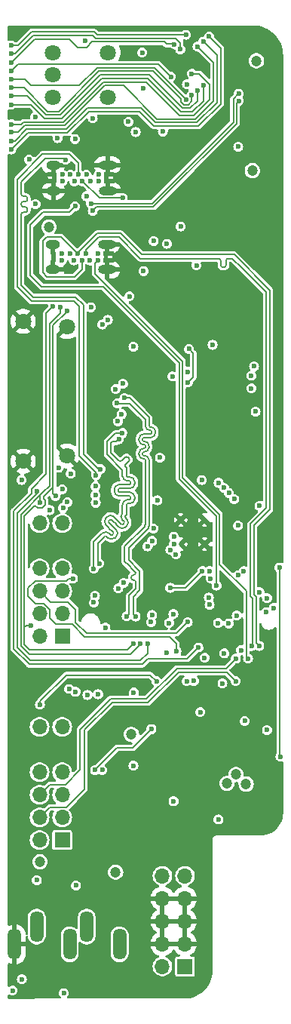
<source format=gbr>
%TF.GenerationSoftware,KiCad,Pcbnew,8.0.7*%
%TF.CreationDate,2025-01-04T21:32:03+01:00*%
%TF.ProjectId,tiliqua-motherboard,74696c69-7175-4612-9d6d-6f7468657262,rev?*%
%TF.SameCoordinates,Original*%
%TF.FileFunction,Copper,L3,Inr*%
%TF.FilePolarity,Positive*%
%FSLAX46Y46*%
G04 Gerber Fmt 4.6, Leading zero omitted, Abs format (unit mm)*
G04 Created by KiCad (PCBNEW 8.0.7) date 2025-01-04 21:32:03*
%MOMM*%
%LPD*%
G01*
G04 APERTURE LIST*
%TA.AperFunction,ComponentPad*%
%ADD10C,0.600000*%
%TD*%
%TA.AperFunction,ComponentPad*%
%ADD11O,1.600000X1.000000*%
%TD*%
%TA.AperFunction,ComponentPad*%
%ADD12O,2.000000X1.000000*%
%TD*%
%TA.AperFunction,ComponentPad*%
%ADD13R,1.700000X1.700000*%
%TD*%
%TA.AperFunction,ComponentPad*%
%ADD14O,1.700000X1.700000*%
%TD*%
%TA.AperFunction,ComponentPad*%
%ADD15C,1.800000*%
%TD*%
%TA.AperFunction,ComponentPad*%
%ADD16C,6.400000*%
%TD*%
%TA.AperFunction,HeatsinkPad*%
%ADD17C,0.500000*%
%TD*%
%TA.AperFunction,ComponentPad*%
%ADD18C,0.700000*%
%TD*%
%TA.AperFunction,ComponentPad*%
%ADD19C,4.400000*%
%TD*%
%TA.AperFunction,ComponentPad*%
%ADD20O,1.500000X3.500000*%
%TD*%
%TA.AperFunction,ViaPad*%
%ADD21C,0.600000*%
%TD*%
%TA.AperFunction,ViaPad*%
%ADD22C,1.200000*%
%TD*%
%TA.AperFunction,Conductor*%
%ADD23C,0.200000*%
%TD*%
G04 APERTURE END LIST*
D10*
%TO.N,GND*%
%TO.C,J5*%
X5565000Y-17145000D03*
%TO.N,/rp2040_jtag/RP2040_USB_VBUS*%
X6465000Y-17145000D03*
%TO.N,Net-(J5-CC1)*%
X7365000Y-17145000D03*
%TO.N,/rp2040_jtag/RP2040_USB_D+*%
X8265000Y-17145000D03*
%TO.N,/rp2040_jtag/RP2040_USB_D-*%
X9165000Y-17145000D03*
%TO.N,/rp2040_jtag/RP2040_USB_VBUS*%
X10515000Y-17145000D03*
%TO.N,GND*%
X11415000Y-17145000D03*
X5565000Y-17895000D03*
%TO.N,/rp2040_jtag/RP2040_USB_VBUS*%
X6465000Y-17895000D03*
%TO.N,Net-(J5-CC2)*%
X9615000Y-17895000D03*
%TO.N,/rp2040_jtag/RP2040_USB_D+*%
X8715000Y-17895000D03*
%TO.N,/rp2040_jtag/RP2040_USB_D-*%
X7815000Y-17895000D03*
%TO.N,/rp2040_jtag/RP2040_USB_VBUS*%
X10515000Y-17895000D03*
%TO.N,GND*%
X11415000Y-17895000D03*
D11*
X5440000Y-18950000D03*
D12*
X11540000Y-18950000D03*
D11*
X5440000Y-16090000D03*
D12*
X11540000Y-16090000D03*
%TD*%
D13*
%TO.N,Net-(J6-Pin_1)*%
%TO.C,J6*%
X20230000Y-105980000D03*
D14*
X17690000Y-105980000D03*
%TO.N,GND*%
X20230000Y-103440000D03*
X17690000Y-103440000D03*
X20230000Y-100900000D03*
X17690000Y-100900000D03*
X20230000Y-98360000D03*
X17690000Y-98360000D03*
%TO.N,Net-(J6-Pin_10)*%
X20230000Y-95820000D03*
X17690000Y-95820000D03*
%TD*%
D15*
%TO.N,GND*%
%TO.C,J10*%
X2065000Y-33600000D03*
X6965000Y-34200000D03*
X6965000Y-48700000D03*
X2065000Y-49300000D03*
%TD*%
D16*
%TO.N,GND*%
%TO.C,H3*%
X23615000Y-47200000D03*
%TD*%
D10*
%TO.N,GND*%
%TO.C,J7*%
X5498750Y-26005000D03*
%TO.N,SC_USB0_VBUS*%
X6398750Y-26005000D03*
%TO.N,Net-(J7-CC1)*%
X7298750Y-26005000D03*
%TO.N,SC_USB0_D+*%
X8198750Y-26005000D03*
%TO.N,SC_USB0_D-*%
X9098750Y-26005000D03*
%TO.N,SC_USB0_VBUS*%
X10448750Y-26005000D03*
%TO.N,GND*%
X11348750Y-26005000D03*
X5498750Y-26755000D03*
%TO.N,SC_USB0_VBUS*%
X6398750Y-26755000D03*
%TO.N,Net-(J7-CC2)*%
X9548750Y-26755000D03*
%TO.N,SC_USB0_D+*%
X8648750Y-26755000D03*
%TO.N,SC_USB0_D-*%
X7748750Y-26755000D03*
%TO.N,SC_USB0_VBUS*%
X10448750Y-26755000D03*
%TO.N,GND*%
X11348750Y-26755000D03*
D11*
X5373750Y-27810000D03*
D12*
X11473750Y-27810000D03*
D11*
X5373750Y-24950000D03*
D12*
X11473750Y-24950000D03*
%TD*%
D17*
%TO.N,GND*%
%TO.C,U2*%
X19740000Y-58600000D03*
X22440000Y-58600000D03*
X19740000Y-55900000D03*
X22440000Y-55900000D03*
%TD*%
D13*
%TO.N,EX1_1*%
%TO.C,J3*%
X6440000Y-68950000D03*
D14*
%TO.N,EX1_2*%
X6440000Y-66410000D03*
%TO.N,EX1_3*%
X6440000Y-63870000D03*
%TO.N,Net-(J3-Pin_4)*%
X6440000Y-61330000D03*
%TO.N,GND*%
X6440000Y-58790000D03*
%TO.N,+3V3*%
X6440000Y-56250000D03*
%TO.N,EX1_7*%
X3900000Y-68950000D03*
%TO.N,EX1_8*%
X3900000Y-66410000D03*
%TO.N,EX1_9*%
X3900000Y-63870000D03*
%TO.N,Net-(J3-Pin_10)*%
X3900000Y-61330000D03*
%TO.N,GND*%
X3900000Y-58790000D03*
%TO.N,+3V3*%
X3900000Y-56250000D03*
%TD*%
D18*
%TO.N,GND*%
%TO.C,H1*%
X27082000Y-23758800D03*
X27565274Y-22592074D03*
X27565274Y-24925526D03*
X28732000Y-22108800D03*
D19*
X28732000Y-23758800D03*
D18*
X28732000Y-25408800D03*
X29898726Y-22592074D03*
X29898726Y-24925526D03*
X30382000Y-23758800D03*
%TD*%
D17*
%TO.N,GND*%
%TO.C,U10*%
X27190000Y-81150000D03*
X27940000Y-81150000D03*
X28690000Y-81150000D03*
X27190000Y-80450000D03*
X27940000Y-80450000D03*
X28690000Y-80450000D03*
%TD*%
D15*
%TO.N,Net-(R21-Pad2)*%
%TO.C,SW3*%
X5340000Y-3450000D03*
%TO.N,Net-(R14-Pad2)*%
X5340000Y-8450000D03*
%TO.N,GND*%
X5340000Y-5950000D03*
X11590000Y-3450000D03*
%TO.N,Net-(R13-Pad2)*%
X11590000Y-8450000D03*
%TD*%
D13*
%TO.N,EX2_1*%
%TO.C,J2*%
X6440000Y-91810000D03*
D14*
%TO.N,EX2_2*%
X6440000Y-89270000D03*
%TO.N,EX2_3*%
X6440000Y-86730000D03*
%TO.N,Net-(J2-Pin_4)*%
X6440000Y-84190000D03*
%TO.N,GND*%
X6440000Y-81650000D03*
%TO.N,+3V3*%
X6440000Y-79110000D03*
%TO.N,EX2_7*%
X3900000Y-91810000D03*
%TO.N,EX2_8*%
X3900000Y-89270000D03*
%TO.N,EX2_9*%
X3900000Y-86730000D03*
%TO.N,Net-(J2-Pin_10)*%
X3900000Y-84190000D03*
%TO.N,GND*%
X3900000Y-81650000D03*
%TO.N,+3V3*%
X3900000Y-79110000D03*
%TD*%
D18*
%TO.N,GND*%
%TO.C,H2*%
X27082000Y-88842074D03*
X27565274Y-87675348D03*
X27565274Y-90008800D03*
X28732000Y-87192074D03*
D19*
X28732000Y-88842074D03*
D18*
X28732000Y-90492074D03*
X29898726Y-87675348D03*
X29898726Y-90008800D03*
X30382000Y-88842074D03*
%TD*%
D20*
%TO.N,GND*%
%TO.C,J4*%
X1090000Y-103507736D03*
%TO.N,Net-(J4-PadS)*%
X9190000Y-101507736D03*
%TO.N,unconnected-(J4-PadSN)*%
X7290000Y-103507736D03*
%TO.N,Net-(D1-A)*%
X3590000Y-101507736D03*
%TO.N,unconnected-(J4-PadTN)*%
X12890000Y-103507736D03*
%TD*%
D21*
%TO.N,GND*%
X28440000Y-20450000D03*
X23940000Y-79950000D03*
X16840000Y-47850000D03*
X24440000Y-1450000D03*
X16440000Y-14450000D03*
X18690000Y-700000D03*
X28440000Y-10450000D03*
X17890000Y-60699999D03*
D22*
X17440000Y-78450000D03*
D21*
X1183657Y-94449999D03*
X19940000Y-84412500D03*
X23756961Y-85950000D03*
X1933657Y-949999D03*
X14440000Y-108450000D03*
X30433657Y-44449999D03*
X25440000Y-80950000D03*
X13815158Y-44465136D03*
X20933657Y-34449999D03*
X25169540Y-74553293D03*
X6590000Y-22800000D03*
X30433657Y-35949999D03*
X1183657Y-80449999D03*
X6378235Y-72938235D03*
X13933657Y-46476477D03*
X28440000Y-12450000D03*
X30933657Y-56449999D03*
X8440000Y-108450000D03*
X13933657Y-45449999D03*
X690000Y-20450000D03*
D22*
X22440000Y-74450000D03*
D21*
X1440000Y-42450000D03*
X12940000Y-850000D03*
X690000Y-28450000D03*
X16433657Y-60699999D03*
X10440000Y-108450000D03*
X14433657Y-49949999D03*
X16440000Y-18450000D03*
X22964998Y-63250002D03*
X14440000Y-40250000D03*
X940000Y-1699999D03*
X2146733Y-73625000D03*
X1183657Y-92449999D03*
X1183657Y-78449999D03*
X1440000Y-36450000D03*
X28740000Y-61550000D03*
X1440000Y-46450000D03*
X16863003Y-49528467D03*
X28440000Y-74450000D03*
X1183657Y-82449999D03*
X23726511Y-82924737D03*
X1183657Y-88449999D03*
X29975971Y-74217349D03*
X1183657Y-84449999D03*
X6683657Y-51449999D03*
X7340000Y-75950000D03*
X1690000Y-31450000D03*
X30433657Y-46449999D03*
X28640000Y-45449999D03*
X30683657Y-86449999D03*
X29986855Y-69766042D03*
D22*
X25654247Y-90171510D03*
D21*
X690000Y-26450000D03*
X14183657Y-47699999D03*
X21988362Y-84371891D03*
X30433657Y-48449999D03*
X30433657Y-50449999D03*
X1440000Y-44450000D03*
X28440000Y-18450000D03*
X15933657Y-59699999D03*
X30240000Y-78150000D03*
X28940000Y-77450000D03*
X30683657Y-84449999D03*
X20940000Y-79450000D03*
X17527956Y-67528773D03*
X20940000Y-84450000D03*
X6540000Y-75550000D03*
X26440000Y-1450000D03*
X690000Y-30450000D03*
X30465000Y-8450000D03*
X28640000Y-47449999D03*
X30433657Y-52449999D03*
X30433657Y-54449999D03*
X1440000Y-38450000D03*
X1183657Y-90449999D03*
D22*
X22750000Y-69740000D03*
D21*
X13840000Y-39450000D03*
X690000Y-24450000D03*
X28640000Y-49449999D03*
X28440000Y-14450000D03*
X1183657Y-86449999D03*
X690000Y-22450000D03*
X29440000Y-85450000D03*
X28440000Y-1450000D03*
X9440000Y-63950000D03*
X1440000Y-40450000D03*
X24933657Y-35699999D03*
X10212782Y-22800000D03*
X30933657Y-26449999D03*
X30440000Y-3450000D03*
X28640000Y-51449999D03*
X15933657Y-30449999D03*
X1683657Y-10449999D03*
D22*
X10790000Y-90950000D03*
D21*
X12440000Y-108450000D03*
X16440000Y-16450000D03*
D22*
X14219756Y-91350000D03*
D21*
X18440000Y-83450000D03*
X11440000Y-54450000D03*
%TO.N,+3V3*%
X18574281Y-63512070D03*
X9990000Y-65150000D03*
D22*
X27790000Y-16690000D03*
D21*
X11565000Y-33450000D03*
X22185887Y-61625745D03*
X16705127Y-56849999D03*
X9860233Y-10820232D03*
D22*
X27092867Y-85524340D03*
D21*
X29340000Y-66250000D03*
X10127879Y-64393492D03*
X14481809Y-75235000D03*
D22*
X24940000Y-85450000D03*
D21*
X17133657Y-53681349D03*
X29440000Y-64650000D03*
X15580000Y-27960000D03*
X28165000Y-43725000D03*
X28590000Y-54300000D03*
X14433657Y-83449999D03*
D22*
X25940000Y-84450000D03*
D21*
X28590001Y-64002182D03*
X6615000Y-108975000D03*
X3445735Y-20440000D03*
D22*
X28265000Y-4375000D03*
D21*
X18190000Y-24900000D03*
X10187351Y-52096169D03*
X26190000Y-56518666D03*
X9040000Y-2130000D03*
D22*
X14219756Y-79949998D03*
D21*
X14690000Y-12375000D03*
X22115000Y-51400000D03*
X5923866Y-13045686D03*
%TO.N,Net-(D1-A)*%
X3590000Y-96300000D03*
%TO.N,Net-(D1-K)*%
X7990000Y-96900000D03*
%TO.N,Net-(D5-K)*%
X22930000Y-1640000D03*
X732000Y-14320000D03*
%TO.N,Net-(D6-K)*%
X20340000Y-1450000D03*
X699500Y-2650000D03*
%TO.N,Net-(D7-K)*%
X17750000Y-12300000D03*
X867626Y-108695513D03*
X2733657Y-15449999D03*
%TO.N,Net-(R15-Pad1)*%
X30841970Y-61231722D03*
X30940000Y-82450000D03*
D22*
%TO.N,+5V*%
X3933657Y-94250000D03*
D21*
X16715000Y-24600000D03*
D22*
X4965000Y-23025000D03*
D21*
X14440000Y-36450000D03*
X21940000Y-77450000D03*
X18940000Y-87450000D03*
%TO.N,Net-(U2-GPIO22{slash}SPI0_SCK{slash}UART1_CTS{slash}I2C1_SDA{slash}PWM3_A{slash}CLOCK_GPIN1{slash}USB_VBUS_DET)*%
X7887249Y-13145306D03*
X19740000Y-22950000D03*
X17415000Y-48890000D03*
D22*
%TO.N,-12V*%
X12440000Y-95400000D03*
D21*
X6440000Y-52450000D03*
%TO.N,+12V*%
X7399998Y-50700000D03*
X23990000Y-89489496D03*
%TO.N,ENC_S*%
X18188322Y-70816957D03*
X15533657Y-7449999D03*
%TO.N,ENC_B*%
X13881675Y-11203769D03*
X23115000Y-62449999D03*
%TO.N,ENC_A*%
X15433657Y-3449999D03*
X22985886Y-61623320D03*
%TO.N,GPDI_HPD*%
X16047383Y-69776945D03*
X3567893Y-52647893D03*
%TO.N,SC_USB0_ID*%
X7890000Y-20700000D03*
X23765000Y-63249999D03*
%TO.N,FFC_SDIN1*%
X10175982Y-53096276D03*
%TO.N,FFC_BICK*%
X6524828Y-54524629D03*
%TO.N,FFC_LRCK*%
X7015000Y-53892383D03*
%TO.N,ECP5_M10_TDO*%
X25166726Y-52854313D03*
X22440000Y-71350000D03*
%TO.N,/rp2040_jtag/RP2040_USB_D+*%
X10240000Y-50850000D03*
X13243528Y-19775000D03*
%TO.N,FFC_SDOUT1*%
X10200001Y-53949998D03*
%TO.N,EX2_4*%
X22990000Y-65405072D03*
%TO.N,EX2_8*%
X25934832Y-73984400D03*
%TO.N,EX2_10*%
X22915205Y-64608574D03*
%TO.N,SC_USB0_VBUS*%
X27314999Y-71434400D03*
%TO.N,EX2_9*%
X25940000Y-71450000D03*
%TO.N,EX2_3*%
X23940000Y-67450000D03*
%TO.N,ECP5_R11_TDI*%
X25140000Y-67501472D03*
X25766726Y-53550000D03*
%TO.N,ECP5_T10_TCK*%
X24615000Y-52275000D03*
X26042373Y-66600510D03*
%TO.N,EX1_9*%
X20540000Y-67335785D03*
%TO.N,ECP5_T11_TMS*%
X24015000Y-51725000D03*
X24633139Y-70859869D03*
%TO.N,/rp2040_jtag/RP2040_USB_D-*%
X10733621Y-50188291D03*
X6830000Y-15468981D03*
%TO.N,EX1_4*%
X19265735Y-70624265D03*
X7655917Y-62449999D03*
%TO.N,PLL_CLK1*%
X18933657Y-66449999D03*
X21228961Y-73935649D03*
%TO.N,RP2040_UART0_TX*%
X26190000Y-62100000D03*
X24440000Y-74225000D03*
%TO.N,Net-(D8-K)*%
X20340000Y-8700000D03*
X714500Y-6440000D03*
%TO.N,Net-(D9-K)*%
X732000Y-13370000D03*
X22290000Y-2220000D03*
%TO.N,Net-(D10-K)*%
X19700000Y-3090000D03*
X699500Y-3575000D03*
%TO.N,Net-(D11-K)*%
X21510003Y-27320000D03*
X20455144Y-7017180D03*
X5030000Y-54790000D03*
X1910007Y-107415846D03*
%TO.N,Net-(D12-K)*%
X714500Y-7390000D03*
X20973715Y-8211728D03*
%TO.N,Net-(D13-K)*%
X21640000Y-2780000D03*
X760000Y-12410000D03*
%TO.N,Net-(D14-K)*%
X19030000Y-2520000D03*
X699500Y-4550000D03*
%TO.N,Net-(U12-~{CS})*%
X20565000Y-40450000D03*
X19211908Y-59750536D03*
X20683657Y-36699999D03*
%TO.N,Net-(U12-DO(IO1))*%
X20565000Y-39250000D03*
X18587838Y-59250000D03*
%TO.N,Net-(U12-CLK)*%
X23333657Y-36249999D03*
X27683657Y-39699999D03*
X16540947Y-58247196D03*
%TO.N,Net-(U12-DI(IO0))*%
X27690000Y-41125000D03*
X18990000Y-58558430D03*
%TO.N,Net-(U12-IO3)*%
X18989998Y-57758428D03*
X27990000Y-38650000D03*
%TO.N,Net-(D16-K)*%
X714500Y-8340000D03*
X21640000Y-7740000D03*
%TO.N,Net-(D17-K)*%
X760000Y-11490000D03*
X20990000Y-5830000D03*
%TO.N,Net-(D18-K)*%
X699500Y-5500000D03*
X18640000Y-6150000D03*
%TO.N,Net-(D20-K)*%
X714500Y-9290000D03*
X22290000Y-7150000D03*
%TO.N,SC_USB0_D+*%
X28565000Y-70025000D03*
%TO.N,SC_USB0_D-*%
X27715000Y-70025000D03*
%TO.N,Net-(U12-IO2)*%
X18815000Y-39775000D03*
X16026528Y-58859876D03*
%TO.N,Net-(R14-Pad2)*%
X3415784Y-10645686D03*
%TO.N,MOBO_LED_OE*%
X26215000Y-14000000D03*
X30201507Y-65779648D03*
%TO.N,FFC_PDN_D*%
X9271915Y-75538257D03*
%TO.N,GPDI_D1+*%
X13340521Y-62949479D03*
X12683657Y-44824999D03*
%TO.N,GPDI_CK+*%
X12433657Y-41199999D03*
X16540266Y-66558879D03*
%TO.N,GPDI_D2+*%
X10591413Y-60758745D03*
X12794344Y-46824998D03*
%TO.N,GPDI_D0-*%
X14683657Y-66717326D03*
X13433657Y-42204956D03*
%TO.N,GPDI_CK-*%
X16408628Y-67347977D03*
X13267274Y-40599999D03*
%TO.N,GPDI_D2-*%
X13207802Y-46140121D03*
X9990371Y-61359787D03*
%TO.N,GPDI_D1-*%
X12739479Y-63550521D03*
X13124166Y-44019877D03*
%TO.N,GPDI_D0+*%
X13683657Y-66699999D03*
X12602202Y-42786099D03*
%TO.N,USB_VBUS_EN*%
X13990000Y-30790000D03*
X5390000Y-31925000D03*
X21744328Y-70185673D03*
%TO.N,MOBO_I2C_SCL*%
X5683657Y-53199999D03*
X14410000Y-69810000D03*
X6976137Y-32425000D03*
X10933657Y-83949999D03*
X9665000Y-20375000D03*
X10940000Y-33950000D03*
X26260000Y-8054634D03*
X2953482Y-67718389D03*
%TO.N,RP2040_UART0_RX*%
X26515000Y-70500000D03*
X26826347Y-61615164D03*
%TO.N,USB_INT*%
X9150000Y-19560000D03*
X17029279Y-73991289D03*
X3940000Y-76600000D03*
X1890000Y-51400000D03*
%TO.N,FFC_PDN_CLK*%
X11290000Y-67970000D03*
%TO.N,MOBO_I2C_SDA*%
X3933657Y-53949999D03*
X9665000Y-32025000D03*
X10133654Y-83949999D03*
X15209694Y-69787786D03*
X6185202Y-32025000D03*
X9871131Y-21200000D03*
X6033035Y-50030743D03*
X26260000Y-8863520D03*
X16457467Y-79349998D03*
%TO.N,Net-(U10-EN)*%
X29440000Y-79450000D03*
X26940000Y-78450000D03*
%TO.N,PLL_CLK0*%
X20428324Y-73984400D03*
X18433657Y-67449999D03*
%TO.N,Net-(J8-G8)*%
X10471370Y-75450000D03*
%TO.N,Net-(J8-G7{slash}BUS7)*%
X7931604Y-75172976D03*
%TO.N,Net-(J8-G6{slash}BUS6)*%
X7203040Y-74842523D03*
%TD*%
D23*
%TO.N,+3V3*%
X20299562Y-63512070D02*
X22185887Y-61625745D01*
X18574281Y-63512070D02*
X20299562Y-63512070D01*
%TO.N,Net-(D5-K)*%
X24230000Y-2940000D02*
X22930000Y-1640000D01*
X732000Y-14320000D02*
X2606314Y-12445686D01*
X15098628Y-10050000D02*
X16748628Y-11700000D01*
X24230000Y-9212744D02*
X24230000Y-2940000D01*
X7028629Y-12445686D02*
X9424315Y-10050000D01*
X9424315Y-10050000D02*
X15098628Y-10050000D01*
X16748628Y-11700000D02*
X21742744Y-11700000D01*
X21742744Y-11700000D02*
X24230000Y-9212744D01*
X2606314Y-12445686D02*
X7028629Y-12445686D01*
%TO.N,Net-(D6-K)*%
X10019999Y-1130000D02*
X2988128Y-1130000D01*
X10339999Y-1450000D02*
X10019999Y-1130000D01*
X1468128Y-2650000D02*
X699500Y-2650000D01*
X20340000Y-1450000D02*
X10339999Y-1450000D01*
X2988128Y-1130000D02*
X1468128Y-2650000D01*
%TO.N,Net-(R15-Pad1)*%
X30841970Y-61231722D02*
X30841970Y-82351970D01*
X30841970Y-82351970D02*
X30940000Y-82450000D01*
%TO.N,GPDI_HPD*%
X15243656Y-71640000D02*
X16047383Y-70836273D01*
X2848628Y-71640000D02*
X15243656Y-71640000D01*
X3567893Y-52930737D02*
X1624315Y-54874315D01*
X16047383Y-70836273D02*
X16047383Y-69776945D01*
X3567893Y-52647893D02*
X3567893Y-52930737D01*
X1624315Y-54874315D02*
X1390000Y-55108629D01*
X1390000Y-55108629D02*
X1390000Y-70181372D01*
X1390000Y-70181372D02*
X2848628Y-71640000D01*
%TO.N,SC_USB0_ID*%
X23715000Y-63199999D02*
X23715000Y-55450000D01*
X2865000Y-22805000D02*
X4300000Y-21370000D01*
X7220000Y-21370000D02*
X7890000Y-20700000D01*
X4300000Y-21370000D02*
X7220000Y-21370000D01*
X4150000Y-29730000D02*
X2865000Y-28445000D01*
X19565000Y-51300000D02*
X19565000Y-38240686D01*
X19565000Y-38240686D02*
X11054314Y-29730000D01*
X23765000Y-63249999D02*
X23715000Y-63199999D01*
X2865000Y-28445000D02*
X2865000Y-22805000D01*
X11054314Y-29730000D02*
X4150000Y-29730000D01*
X23715000Y-55450000D02*
X19565000Y-51300000D01*
%TO.N,/rp2040_jtag/RP2040_USB_D+*%
X2971800Y-31325000D02*
X1390000Y-29743200D01*
X8365000Y-48668199D02*
X8365000Y-31943200D01*
X7746800Y-31325000D02*
X2971800Y-31325000D01*
X13243528Y-19775000D02*
X10595000Y-19775000D01*
X8265000Y-15875000D02*
X8265000Y-17145000D01*
X8365000Y-31943200D02*
X7746800Y-31325000D01*
X4220000Y-14840000D02*
X7230000Y-14840000D01*
X10240000Y-50543199D02*
X8365000Y-48668199D01*
X10240000Y-50850000D02*
X10240000Y-50543199D01*
X1390000Y-17670000D02*
X4220000Y-14840000D01*
X7230000Y-14840000D02*
X8265000Y-15875000D01*
X10595000Y-19775000D02*
X8715000Y-17895000D01*
X1390000Y-29743200D02*
X1390000Y-17670000D01*
%TO.N,EX2_8*%
X5050000Y-88120000D02*
X6916346Y-88120000D01*
X6916346Y-88120000D02*
X8940000Y-86096346D01*
X3900000Y-89270000D02*
X5050000Y-88120000D01*
X16079276Y-76355507D02*
X19484783Y-72950000D01*
X19484783Y-72950000D02*
X24900432Y-72950000D01*
X8940000Y-79450000D02*
X12034493Y-76355507D01*
X24900432Y-72950000D02*
X25934832Y-73984400D01*
X8940000Y-86096346D02*
X8940000Y-79450000D01*
X12034493Y-76355507D02*
X16079276Y-76355507D01*
%TO.N,SC_USB0_VBUS*%
X10140000Y-28250000D02*
X10140000Y-27063750D01*
X24115000Y-60873529D02*
X24115000Y-55275000D01*
X19965000Y-51125000D02*
X19965000Y-38075000D01*
X27115000Y-63873529D02*
X24115000Y-60873529D01*
X10140000Y-27063750D02*
X10448750Y-26755000D01*
X24115000Y-55275000D02*
X19965000Y-51125000D01*
X19965000Y-38075000D02*
X10140000Y-28250000D01*
X27115000Y-71234401D02*
X27115000Y-63873529D01*
X27314999Y-71434400D02*
X27115000Y-71234401D01*
%TO.N,EX2_9*%
X19319097Y-72550000D02*
X15919097Y-75950000D01*
X8440000Y-79384314D02*
X8440000Y-83950000D01*
X8440000Y-83950000D02*
X6810000Y-85580000D01*
X11874314Y-75950000D02*
X8440000Y-79384314D01*
X24840000Y-72550000D02*
X19319097Y-72550000D01*
X15919097Y-75950000D02*
X11874314Y-75950000D01*
X6810000Y-85580000D02*
X5050000Y-85580000D01*
X25940000Y-71450000D02*
X24840000Y-72550000D01*
X5050000Y-85580000D02*
X3900000Y-86730000D01*
%TO.N,EX1_9*%
X20540000Y-67335785D02*
X19305785Y-68570000D01*
X5148993Y-65118993D02*
X3900000Y-63870000D01*
X9163654Y-68584400D02*
X7940000Y-67360746D01*
X10130746Y-68570000D02*
X10116346Y-68584400D01*
X19305785Y-68570000D02*
X10130746Y-68570000D01*
X7108993Y-65118993D02*
X5148993Y-65118993D01*
X7940000Y-65950000D02*
X7108993Y-65118993D01*
X7940000Y-67360746D02*
X7940000Y-65950000D01*
X10116346Y-68584400D02*
X9163654Y-68584400D01*
%TO.N,/rp2040_jtag/RP2040_USB_D-*%
X4493200Y-15290000D02*
X1840000Y-17943200D01*
X1840000Y-21610530D02*
X1840000Y-21730530D01*
X2300430Y-21370530D02*
X2080000Y-21370530D01*
X6651019Y-15290000D02*
X4493200Y-15290000D01*
X1840000Y-17943200D02*
X1840000Y-19330530D01*
X2080000Y-19570530D02*
X2300432Y-19570530D01*
X10733621Y-50188291D02*
X10521490Y-50188291D01*
X2080000Y-20770530D02*
X2300430Y-20770530D01*
X10521490Y-50188291D02*
X8815000Y-48481801D01*
X2540432Y-19810530D02*
X2540432Y-19930530D01*
X8815000Y-31756800D02*
X7933200Y-30875000D01*
X8815000Y-48481801D02*
X8815000Y-31756800D01*
X2300432Y-20170530D02*
X2080000Y-20170530D01*
X1840000Y-20410530D02*
X1840000Y-20530530D01*
X6830000Y-15468981D02*
X6651019Y-15290000D01*
X2540430Y-21010530D02*
X2540430Y-21130530D01*
X3158200Y-30875000D02*
X1840000Y-29556800D01*
X1840000Y-29556800D02*
X1840000Y-22926449D01*
X7933200Y-30875000D02*
X3158200Y-30875000D01*
X1840000Y-21730530D02*
X1840000Y-22926449D01*
X2080000Y-20170530D02*
G75*
G03*
X1840030Y-20410530I0J-239970D01*
G01*
X2540432Y-19930530D02*
G75*
G02*
X2300432Y-20170532I-240002J0D01*
G01*
X1840000Y-19330530D02*
G75*
G03*
X2080000Y-19570530I240000J0D01*
G01*
X2300432Y-19570530D02*
G75*
G02*
X2540430Y-19810530I-2J-240000D01*
G01*
X2080000Y-21370530D02*
G75*
G03*
X1840030Y-21610530I0J-239970D01*
G01*
X2300430Y-20770530D02*
G75*
G02*
X2540370Y-21010530I-30J-239970D01*
G01*
X2540430Y-21130530D02*
G75*
G02*
X2300430Y-21370530I-240000J0D01*
G01*
X1840000Y-20530530D02*
G75*
G03*
X2080000Y-20770530I240000J0D01*
G01*
%TO.N,EX1_4*%
X19265735Y-69775735D02*
X19265735Y-70624265D01*
X7550000Y-67560000D02*
X8974400Y-68984400D01*
X7655917Y-62449999D02*
X7186347Y-62449999D01*
X3423654Y-62720000D02*
X2600000Y-63543654D01*
X7186347Y-62449999D02*
X6916346Y-62720000D01*
X5050000Y-65933654D02*
X5050000Y-66886346D01*
X2600000Y-63543654D02*
X2600000Y-64450000D01*
X5050000Y-66886346D02*
X5723654Y-67560000D01*
X3410000Y-65260000D02*
X4376346Y-65260000D01*
X18474400Y-68984400D02*
X19265735Y-69775735D01*
X4376346Y-65260000D02*
X5050000Y-65933654D01*
X8974400Y-68984400D02*
X18474400Y-68984400D01*
X5723654Y-67560000D02*
X7550000Y-67560000D01*
X6916346Y-62720000D02*
X3423654Y-62720000D01*
X2600000Y-64450000D02*
X3410000Y-65260000D01*
%TO.N,Net-(D8-K)*%
X2940000Y-7150000D02*
X8364513Y-7150000D01*
X10364513Y-5150000D02*
X16790000Y-5150000D01*
X16790000Y-5150000D02*
X20340000Y-8700000D01*
X2230000Y-6440000D02*
X2940000Y-7150000D01*
X714500Y-6440000D02*
X2230000Y-6440000D01*
X8364513Y-7150000D02*
X10364513Y-5150000D01*
%TO.N,Net-(D9-K)*%
X15264314Y-9650000D02*
X16914314Y-11300000D01*
X21577058Y-11300000D02*
X23830000Y-9047058D01*
X6862943Y-12045686D02*
X9258629Y-9650000D01*
X2440628Y-12045686D02*
X6862943Y-12045686D01*
X23830000Y-9047058D02*
X23830000Y-3760000D01*
X16914314Y-11300000D02*
X21577058Y-11300000D01*
X23830000Y-3760000D02*
X22290000Y-2220000D01*
X732000Y-13370000D02*
X1116314Y-13370000D01*
X1116314Y-13370000D02*
X2440628Y-12045686D01*
X9258629Y-9650000D02*
X15264314Y-9650000D01*
%TO.N,Net-(D10-K)*%
X3153814Y-1530000D02*
X9854314Y-1530000D01*
X10174314Y-1850000D02*
X19208529Y-1850000D01*
X9854314Y-1530000D02*
X10174314Y-1850000D01*
X19700000Y-2341471D02*
X19700000Y-3090000D01*
X19208529Y-1850000D02*
X19700000Y-2341471D01*
X699500Y-3575000D02*
X1108814Y-3575000D01*
X1108814Y-3575000D02*
X3153814Y-1530000D01*
%TO.N,Net-(D12-K)*%
X6034513Y-10045686D02*
X10530199Y-5550000D01*
X4795686Y-10045686D02*
X6034513Y-10045686D01*
X19740000Y-8665686D02*
X19740000Y-8948529D01*
X16624314Y-5550000D02*
X19740000Y-8665686D01*
X2140000Y-7390000D02*
X4795686Y-10045686D01*
X20973715Y-8914814D02*
X20973715Y-8211728D01*
X20091471Y-9300000D02*
X20588529Y-9300000D01*
X10530199Y-5550000D02*
X16624314Y-5550000D01*
X714500Y-7390000D02*
X2140000Y-7390000D01*
X20588529Y-9300000D02*
X20973715Y-8914814D01*
X19740000Y-8948529D02*
X20091471Y-9300000D01*
%TO.N,Net-(D13-K)*%
X11192943Y-7150000D02*
X13330000Y-7150000D01*
X760000Y-12410000D02*
X1510628Y-12410000D01*
X13330000Y-7150000D02*
X17080000Y-10900000D01*
X1510628Y-12410000D02*
X2274942Y-11645686D01*
X2274942Y-11645686D02*
X6697257Y-11645686D01*
X17080000Y-10900000D02*
X21411372Y-10900000D01*
X6931571Y-11411371D02*
X11192943Y-7150000D01*
X23430000Y-4570000D02*
X21640000Y-2780000D01*
X6697257Y-11645686D02*
X6931571Y-11411371D01*
X23430000Y-8881372D02*
X23430000Y-4570000D01*
X21411372Y-10900000D02*
X23430000Y-8881372D01*
%TO.N,Net-(D14-K)*%
X18141471Y-2500000D02*
X19010000Y-2500000D01*
X699500Y-4550000D02*
X3319500Y-1930000D01*
X8140000Y-2850000D02*
X9210000Y-2850000D01*
X3319500Y-1930000D02*
X7220000Y-1930000D01*
X7220000Y-1930000D02*
X8140000Y-2850000D01*
X17891471Y-2250000D02*
X18141471Y-2500000D01*
X9210000Y-2850000D02*
X9810000Y-2250000D01*
X19010000Y-2500000D02*
X19030000Y-2520000D01*
X9810000Y-2250000D02*
X17891471Y-2250000D01*
%TO.N,Net-(U12-~{CS})*%
X21165000Y-39850000D02*
X21165000Y-37181342D01*
X20565000Y-40450000D02*
X21165000Y-39850000D01*
X21165000Y-37181342D02*
X20683657Y-36699999D01*
%TO.N,Net-(D16-K)*%
X10695885Y-5950000D02*
X16175785Y-5950000D01*
X21640000Y-8890000D02*
X21640000Y-7740000D01*
X20830000Y-9700000D02*
X21640000Y-8890000D01*
X2524314Y-8340000D02*
X4630000Y-10445686D01*
X16175785Y-5950000D02*
X19925785Y-9700000D01*
X714500Y-8340000D02*
X2524314Y-8340000D01*
X4630000Y-10445686D02*
X6200199Y-10445686D01*
X19925785Y-9700000D02*
X20830000Y-9700000D01*
X6200199Y-10445686D02*
X10695885Y-5950000D01*
%TO.N,Net-(D17-K)*%
X760000Y-11490000D02*
X1864942Y-11490000D01*
X15844413Y-6750000D02*
X19594413Y-10500000D01*
X6531571Y-11245686D02*
X11027257Y-6750000D01*
X23030000Y-8715686D02*
X23030000Y-7041471D01*
X21818529Y-5830000D02*
X20990000Y-5830000D01*
X2109256Y-11245686D02*
X6531571Y-11245686D01*
X11027257Y-6750000D02*
X15844413Y-6750000D01*
X23030000Y-7041471D02*
X21818529Y-5830000D01*
X1864942Y-11490000D02*
X2109256Y-11245686D01*
X21245686Y-10500000D02*
X23030000Y-8715686D01*
X19594413Y-10500000D02*
X21245686Y-10500000D01*
%TO.N,Net-(D18-K)*%
X17240000Y-4750000D02*
X1449500Y-4750000D01*
X1449500Y-4750000D02*
X699500Y-5500000D01*
X18640000Y-6150000D02*
X17240000Y-4750000D01*
%TO.N,Net-(D20-K)*%
X21080000Y-10100000D02*
X22290000Y-8890000D01*
X10861571Y-6350000D02*
X16010099Y-6350000D01*
X714500Y-9290000D02*
X2908628Y-9290000D01*
X2908628Y-9290000D02*
X4464314Y-10845686D01*
X22290000Y-8890000D02*
X22290000Y-7150000D01*
X6365885Y-10845686D02*
X10861571Y-6350000D01*
X19760099Y-10100000D02*
X21080000Y-10100000D01*
X16010099Y-6350000D02*
X19760099Y-10100000D01*
X4464314Y-10845686D02*
X6365885Y-10845686D01*
%TO.N,SC_USB0_D+*%
X4250000Y-24600000D02*
X4250000Y-28117621D01*
X8648750Y-27771250D02*
X8648750Y-26755000D01*
X25758200Y-26100000D02*
X15380000Y-26100000D01*
X28242373Y-69702373D02*
X28242373Y-64503083D01*
X8198750Y-25915050D02*
X8198750Y-26005000D01*
X15380000Y-26100000D02*
X13030000Y-23750000D01*
X28565000Y-70025000D02*
X28242373Y-69702373D01*
X29768068Y-30109868D02*
X25758200Y-26100000D01*
X10363800Y-23750000D02*
X8198750Y-25915050D01*
X4700000Y-24150000D02*
X4250000Y-24600000D01*
X27990001Y-64250711D02*
X27990001Y-56499999D01*
X6343750Y-24150000D02*
X4700000Y-24150000D01*
X29768068Y-54721932D02*
X29768068Y-30109868D01*
X8198750Y-26005000D02*
X6343750Y-24150000D01*
X7810000Y-28610000D02*
X8648750Y-27771250D01*
X4742379Y-28610000D02*
X7810000Y-28610000D01*
X4250000Y-28117621D02*
X4742379Y-28610000D01*
X28242373Y-64503083D02*
X27990001Y-64250711D01*
X27990001Y-56499999D02*
X29768068Y-54721932D01*
X13030000Y-23750000D02*
X10363800Y-23750000D01*
%TO.N,SC_USB0_D-*%
X24478900Y-27543645D02*
X24598900Y-27543645D01*
X26612682Y-27590882D02*
X29368068Y-30346268D01*
X25571800Y-26550000D02*
X26612682Y-27590882D01*
X15240000Y-26550000D02*
X23998900Y-26550000D01*
X12840000Y-24150000D02*
X15240000Y-26550000D01*
X10529486Y-24150000D02*
X12840000Y-24150000D01*
X29368068Y-54556246D02*
X27590001Y-56334313D01*
X24238900Y-26790000D02*
X24238900Y-27303645D01*
X27590001Y-56334313D02*
X27590001Y-64416396D01*
X29368068Y-30346268D02*
X29368068Y-54556246D01*
X24838900Y-27303645D02*
X24838900Y-26790000D01*
X25198900Y-26550000D02*
X25571800Y-26550000D01*
X25078900Y-26550000D02*
X25198900Y-26550000D01*
X27590001Y-64416396D02*
X27842373Y-64668768D01*
X9098750Y-26005000D02*
X9098750Y-25580736D01*
X27842373Y-69897627D02*
X27715000Y-70025000D01*
X9098750Y-25580736D02*
X10529486Y-24150000D01*
X27842373Y-64668768D02*
X27842373Y-69897627D01*
X24598900Y-27543645D02*
G75*
G03*
X24838945Y-27303645I0J240045D01*
G01*
X24238900Y-27303645D02*
G75*
G03*
X24478900Y-27543600I240000J45D01*
G01*
X24838900Y-26790000D02*
G75*
G02*
X25078900Y-26550000I240000J0D01*
G01*
X23998900Y-26550000D02*
G75*
G02*
X24238900Y-26790000I0J-240000D01*
G01*
%TO.N,GPDI_D2+*%
X13526857Y-55587633D02*
X13700099Y-55760875D01*
X12367199Y-56266456D02*
X12208100Y-56107357D01*
X12092757Y-47109099D02*
X11908657Y-47293199D01*
X13773657Y-52364999D02*
X12848657Y-52364999D01*
X13658657Y-54349999D02*
X13658657Y-55293199D01*
X12848657Y-52764999D02*
X13208657Y-52764999D01*
X12084359Y-56549298D02*
X12165675Y-56630617D01*
X12208100Y-56107357D02*
X11953542Y-55852798D01*
X13552199Y-50000342D02*
X13637053Y-50085195D01*
X11908657Y-47293199D02*
X11908657Y-48356799D01*
X13127937Y-49236668D02*
X13495631Y-48868971D01*
X12780860Y-56680115D02*
X12607619Y-56506874D01*
X13658657Y-50106799D02*
X13658657Y-50949999D01*
X11908657Y-48356799D02*
X12788525Y-49236667D01*
X13773657Y-51064999D02*
X14018657Y-51064999D01*
X14583657Y-51629999D02*
X14583657Y-51799999D01*
X14018657Y-54064999D02*
X13773657Y-54064999D01*
X12510243Y-47109099D02*
X12092757Y-47109099D01*
X11578777Y-57882197D02*
X11405536Y-57708956D01*
X11670698Y-56135640D02*
X11925256Y-56390198D01*
X10842757Y-58109099D02*
X10440372Y-58511484D01*
X13658657Y-54179999D02*
X13658657Y-54349999D01*
X12324774Y-56789716D02*
X12498015Y-56962957D01*
X11242902Y-57708956D02*
X11122691Y-57829164D01*
X13208657Y-52764999D02*
X14018657Y-52764999D01*
X12794344Y-46824998D02*
X12510243Y-47109099D01*
X14018657Y-52364999D02*
X13773657Y-52364999D01*
X13835043Y-48868972D02*
X13919895Y-48953824D01*
X12733657Y-52479999D02*
X12733657Y-52649999D01*
X12084355Y-56549297D02*
X12084359Y-56549298D01*
X12607619Y-56506874D02*
X12367203Y-56266458D01*
X12165675Y-56630617D02*
X12324774Y-56789716D01*
X13658657Y-55293199D02*
X13526857Y-55424999D01*
X10440372Y-58511484D02*
X10440372Y-60607704D01*
X11122691Y-57829164D02*
X10842757Y-58109099D01*
X12498014Y-57761989D02*
X12377807Y-57882197D01*
X11925256Y-56390198D02*
X12084355Y-56549297D01*
X14583657Y-53329999D02*
X14583657Y-53499999D01*
X13919895Y-49293236D02*
X13552198Y-49660930D01*
X11790907Y-55852798D02*
X11670698Y-55973006D01*
X10440372Y-60607704D02*
X10591413Y-60758745D01*
X13700099Y-56559905D02*
X13579890Y-56680115D01*
X12367203Y-56266458D02*
X12367199Y-56266456D01*
X13637053Y-50085195D02*
X13658657Y-50106799D01*
X14018657Y-51064999D02*
G75*
G02*
X14583701Y-51629999I43J-565001D01*
G01*
X13579890Y-56680115D02*
G75*
G02*
X12780860Y-56680115I-399515J399513D01*
G01*
X11953542Y-55852798D02*
G75*
G03*
X11790908Y-55852798I-81317J-81317D01*
G01*
X12377807Y-57882197D02*
G75*
G02*
X11578777Y-57882197I-399515J399513D01*
G01*
X14018657Y-52764999D02*
G75*
G02*
X14583701Y-53329999I43J-565001D01*
G01*
X13658657Y-50949999D02*
G75*
G03*
X13773657Y-51065043I115043J-1D01*
G01*
X13700099Y-55760875D02*
G75*
G02*
X13700109Y-56559915I-399499J-399525D01*
G01*
X12498015Y-56962957D02*
G75*
G02*
X12498012Y-57761986I-399515J-399513D01*
G01*
X14583657Y-51799999D02*
G75*
G02*
X14018657Y-52364957I-564957J-1D01*
G01*
X12788525Y-49236667D02*
G75*
G03*
X13127905Y-49236637I169675J169667D01*
G01*
X14583657Y-53499999D02*
G75*
G02*
X14018657Y-54064957I-564957J-1D01*
G01*
X11405536Y-57708956D02*
G75*
G03*
X11242902Y-57708956I-81317J-81316D01*
G01*
X13919895Y-48953824D02*
G75*
G02*
X13919865Y-49293206I-169695J-169676D01*
G01*
X13552198Y-49660930D02*
G75*
G03*
X13552234Y-50000306I169702J-169670D01*
G01*
X13526857Y-55424999D02*
G75*
G03*
X13526873Y-55587617I81343J-81301D01*
G01*
X12733657Y-52649999D02*
G75*
G03*
X12848657Y-52765043I115043J-1D01*
G01*
X13495631Y-48868971D02*
G75*
G02*
X13835007Y-48869008I169669J-169729D01*
G01*
X13773657Y-54064999D02*
G75*
G03*
X13658699Y-54179999I43J-115001D01*
G01*
X12848657Y-52364999D02*
G75*
G03*
X12733699Y-52479999I43J-115001D01*
G01*
X11670698Y-55973006D02*
G75*
G03*
X11670721Y-56135617I81302J-81294D01*
G01*
%TO.N,GPDI_D0-*%
X16105127Y-56601470D02*
X16183657Y-56522940D01*
X16183657Y-47732428D02*
X16183657Y-47572428D01*
X15158657Y-61606799D02*
X13908657Y-60356799D01*
X16383657Y-45452428D02*
X16303657Y-45452428D01*
X16183657Y-56522940D02*
X16183657Y-49172428D01*
X16183657Y-45332428D02*
X16183657Y-45172428D01*
X14399994Y-66433663D02*
X14399994Y-64551862D01*
X15663657Y-46652428D02*
X16383657Y-46652428D01*
X16183657Y-44381799D02*
X15592273Y-43790415D01*
X14006814Y-42204956D02*
X13433657Y-42204956D01*
X15663657Y-47052428D02*
X15583657Y-47052428D01*
X16183657Y-45172428D02*
X16183657Y-44381799D01*
X15663657Y-48652428D02*
X15583657Y-48652428D01*
X15463657Y-48532428D02*
X15463657Y-48372428D01*
X13908657Y-59043199D02*
X16105127Y-56846729D01*
X16105127Y-56846729D02*
X16105127Y-56601470D01*
X14399994Y-64551862D02*
X15158657Y-63793199D01*
X15158657Y-63793199D02*
X15158657Y-61606799D01*
X13908657Y-60356799D02*
X13908657Y-59043199D01*
X15583657Y-48252428D02*
X15663657Y-48252428D01*
X15463657Y-46932428D02*
X15463657Y-46772428D01*
X16903657Y-46132428D02*
X16903657Y-45972428D01*
X14683657Y-66717326D02*
X14399994Y-66433663D01*
X15592273Y-43790415D02*
X14006814Y-42204956D01*
X15583657Y-46652428D02*
X15663657Y-46652428D01*
X16903657Y-45972428D02*
G75*
G03*
X16383657Y-45452443I-519957J28D01*
G01*
X16183657Y-47572428D02*
G75*
G03*
X15663657Y-47052443I-519957J28D01*
G01*
X15583657Y-48652428D02*
G75*
G02*
X15463672Y-48532428I43J120028D01*
G01*
X15463657Y-46772428D02*
G75*
G02*
X15583657Y-46652357I120043J28D01*
G01*
X15463657Y-48372428D02*
G75*
G02*
X15583657Y-48252357I120043J28D01*
G01*
X16383657Y-46652428D02*
G75*
G03*
X16903728Y-46132428I43J520028D01*
G01*
X16303657Y-45452428D02*
G75*
G02*
X16183672Y-45332428I43J120028D01*
G01*
X15583657Y-47052428D02*
G75*
G02*
X15463672Y-46932428I43J120028D01*
G01*
X15663657Y-48252428D02*
G75*
G03*
X16183728Y-47732428I43J520028D01*
G01*
X16183657Y-49172428D02*
G75*
G03*
X15663657Y-48652443I-519957J28D01*
G01*
%TO.N,GPDI_D2-*%
X14133657Y-53329999D02*
X14133657Y-53499999D01*
X11458657Y-47106799D02*
X11458657Y-48543199D01*
X13207802Y-46140121D02*
X12425335Y-46140121D01*
X12526299Y-55789158D02*
X12271740Y-55534600D01*
X14018657Y-51914999D02*
X13773657Y-51914999D01*
X13208657Y-55905832D02*
X13381899Y-56079074D01*
X12006576Y-57107914D02*
X12179817Y-57281155D01*
X12425335Y-46140121D02*
X11458657Y-47106799D01*
X13208657Y-54349999D02*
X13208657Y-55106799D01*
X13773657Y-51914999D02*
X12848657Y-51914999D01*
X10804493Y-57510966D02*
X10524557Y-57790899D01*
X12925817Y-56188675D02*
X12685401Y-55948259D01*
X12685401Y-55948259D02*
X12685398Y-55948257D01*
X9990371Y-58325085D02*
X9990371Y-61359787D01*
X13773657Y-51514999D02*
X14018657Y-51514999D01*
X13208657Y-53214999D02*
X14018657Y-53214999D01*
X11352500Y-56453838D02*
X11607058Y-56708396D01*
X12685398Y-55948257D02*
X12526299Y-55789158D01*
X11847477Y-56948815D02*
X12006576Y-57107914D01*
X11896975Y-57563999D02*
X11723734Y-57390758D01*
X14018657Y-53614999D02*
X13773657Y-53614999D01*
X13099058Y-56361916D02*
X12925817Y-56188675D01*
X13208657Y-54179999D02*
X13208657Y-54349999D01*
X13381899Y-56241708D02*
X13261692Y-56361916D01*
X11472709Y-55534600D02*
X11352500Y-55654808D01*
X10524557Y-57790899D02*
X9990371Y-58325085D01*
X12283657Y-52479999D02*
X12283657Y-52649999D01*
X12179816Y-57443791D02*
X12059609Y-57563999D01*
X13208657Y-50293199D02*
X13208657Y-50949999D01*
X14133657Y-51629999D02*
X14133657Y-51799999D01*
X11458657Y-48543199D02*
X13208657Y-50293199D01*
X11607058Y-56708396D02*
X11766157Y-56867495D01*
X13208657Y-55106799D02*
X13208658Y-55106800D01*
X11766158Y-56867499D02*
X11847477Y-56948815D01*
X12848657Y-53214999D02*
X13208657Y-53214999D01*
X11766157Y-56867495D02*
X11766158Y-56867499D01*
X10924704Y-57390758D02*
X10804493Y-57510966D01*
X12179817Y-57281155D02*
G75*
G02*
X12179844Y-57443818I-81317J-81345D01*
G01*
X14133657Y-51799999D02*
G75*
G02*
X14018657Y-51914957I-114957J-1D01*
G01*
X13773657Y-53614999D02*
G75*
G03*
X13208699Y-54179999I43J-565001D01*
G01*
X14018657Y-51514999D02*
G75*
G02*
X14133701Y-51629999I43J-115001D01*
G01*
X12271740Y-55534600D02*
G75*
G03*
X11472710Y-55534600I-399515J-399515D01*
G01*
X11352500Y-55654808D02*
G75*
G03*
X11352503Y-56453835I399510J-399512D01*
G01*
X12283657Y-52649999D02*
G75*
G03*
X12848657Y-53215043I565043J-1D01*
G01*
X14133657Y-53499999D02*
G75*
G02*
X14018657Y-53614957I-114957J-1D01*
G01*
X12059609Y-57563999D02*
G75*
G02*
X11896975Y-57563999I-81317J81316D01*
G01*
X12848657Y-51914999D02*
G75*
G03*
X12283699Y-52479999I43J-565001D01*
G01*
X14018657Y-53214999D02*
G75*
G02*
X14133701Y-53329999I43J-115001D01*
G01*
X13208658Y-55106800D02*
G75*
G03*
X13208673Y-55905816I399542J-399500D01*
G01*
X13208657Y-50949999D02*
G75*
G03*
X13773657Y-51515043I565043J-1D01*
G01*
X13261692Y-56361916D02*
G75*
G02*
X13099058Y-56361916I-81317J81316D01*
G01*
X11723734Y-57390758D02*
G75*
G03*
X10924704Y-57390758I-399515J-399513D01*
G01*
X13381899Y-56079074D02*
G75*
G02*
X13381908Y-56241717I-81299J-81326D01*
G01*
%TO.N,GPDI_D0+*%
X15783657Y-47732428D02*
X15783657Y-47572428D01*
X16383657Y-45852428D02*
X16303657Y-45852428D01*
X15663657Y-47452428D02*
X15583657Y-47452428D01*
X13458657Y-58856799D02*
X13458657Y-60543199D01*
X15583657Y-47852428D02*
X15663657Y-47852428D01*
X15783657Y-49172428D02*
X15783657Y-56357254D01*
X15063657Y-48532428D02*
X15063657Y-48372428D01*
X14468657Y-62033199D02*
X14440355Y-62033199D01*
X15783657Y-45172428D02*
X15783657Y-44618199D01*
X15705127Y-56610329D02*
X13458657Y-58856799D01*
X15274073Y-44108615D02*
X14024557Y-42859099D01*
X15663657Y-49052428D02*
X15583657Y-49052428D01*
X15705127Y-56435784D02*
X15705127Y-56610329D01*
X14708657Y-62993199D02*
X14708657Y-63606799D01*
X15783657Y-56357254D02*
X15705127Y-56435784D01*
X13949993Y-66433663D02*
X13683657Y-66699999D01*
X14440355Y-62633199D02*
X14468657Y-62633199D01*
X14367260Y-61451802D02*
X14708657Y-61793199D01*
X15783657Y-44618199D02*
X15274073Y-44108615D01*
X15663657Y-46252428D02*
X16383657Y-46252428D01*
X14708657Y-62873199D02*
X14708657Y-62993199D01*
X15783657Y-45332428D02*
X15783657Y-45172428D01*
X13907641Y-60992183D02*
X14367260Y-61451802D01*
X15063657Y-46932428D02*
X15063657Y-46772428D01*
X13458657Y-60543199D02*
X13907641Y-60992183D01*
X12675202Y-42859099D02*
X12602202Y-42786099D01*
X13949993Y-64365463D02*
X13949993Y-66433663D01*
X15583657Y-46252428D02*
X15663657Y-46252428D01*
X14708657Y-63606799D02*
X14107395Y-64208061D01*
X14200355Y-62273199D02*
X14200355Y-62393199D01*
X14024557Y-42859099D02*
X12675202Y-42859099D01*
X16503657Y-46132428D02*
X16503657Y-45972428D01*
X14107395Y-64208061D02*
X13949993Y-64365463D01*
X16503657Y-45972428D02*
G75*
G03*
X16383657Y-45852443I-119957J28D01*
G01*
X15783657Y-47572428D02*
G75*
G03*
X15663657Y-47452443I-119957J28D01*
G01*
X15783657Y-49172428D02*
G75*
G03*
X15663657Y-49052443I-119957J28D01*
G01*
X14708657Y-61793199D02*
G75*
G02*
X14468657Y-62033157I-239957J-1D01*
G01*
X14200355Y-62393199D02*
G75*
G03*
X14440355Y-62633245I240045J-1D01*
G01*
X14440355Y-62033199D02*
G75*
G03*
X14200399Y-62273199I45J-240001D01*
G01*
X15063657Y-48372428D02*
G75*
G02*
X15583657Y-47852357I520043J28D01*
G01*
X15663657Y-47852428D02*
G75*
G03*
X15783728Y-47732428I43J120028D01*
G01*
X14468657Y-62633199D02*
G75*
G02*
X14708701Y-62873199I43J-240001D01*
G01*
X16303657Y-45852428D02*
G75*
G02*
X15783672Y-45332428I43J520028D01*
G01*
X15063657Y-46772428D02*
G75*
G02*
X15583657Y-46252357I520043J28D01*
G01*
X15583657Y-49052428D02*
G75*
G02*
X15063672Y-48532428I43J520028D01*
G01*
X16383657Y-46252428D02*
G75*
G03*
X16503728Y-46132428I43J120028D01*
G01*
X15583657Y-47452428D02*
G75*
G02*
X15063672Y-46932428I43J520028D01*
G01*
%TO.N,USB_VBUS_EN*%
X2967893Y-52915763D02*
X2967893Y-52399364D01*
X4610000Y-32705000D02*
X5390000Y-31925000D01*
X990000Y-54893656D02*
X2967893Y-52915763D01*
X15433657Y-72100000D02*
X2742942Y-72100000D01*
X2742942Y-72100000D02*
X990000Y-70347058D01*
X4610000Y-50757257D02*
X4610000Y-32705000D01*
X2967893Y-52399364D02*
X4610000Y-50757257D01*
X21744328Y-70185673D02*
X20480002Y-71449999D01*
X16083658Y-71449999D02*
X15433657Y-72100000D01*
X990000Y-70347058D02*
X990000Y-54893656D01*
X20480002Y-71449999D02*
X16083658Y-71449999D01*
%TO.N,MOBO_I2C_SCL*%
X4333657Y-53299999D02*
X4333657Y-53501470D01*
X5410000Y-52223656D02*
X4333657Y-53299999D01*
X3384392Y-54249264D02*
X2200000Y-55433656D01*
X4533657Y-54198528D02*
X4182186Y-54549999D01*
X2953482Y-67718389D02*
X2431610Y-67718389D01*
X6976137Y-32425000D02*
X6976137Y-32491806D01*
X5410000Y-52220000D02*
X5410000Y-52926342D01*
X5410000Y-52926342D02*
X5683657Y-53199999D01*
X3685128Y-54549999D02*
X3384392Y-54249264D01*
X25660000Y-11230000D02*
X16515000Y-20375000D01*
X5410000Y-52220000D02*
X5410000Y-52223656D01*
X4533657Y-53701470D02*
X4533657Y-54198528D01*
X4333657Y-53501470D02*
X4533657Y-53701470D01*
X26220357Y-8054634D02*
X25660000Y-8614991D01*
X25660000Y-8614991D02*
X25660000Y-11230000D01*
X2431610Y-67718389D02*
X2200000Y-67949999D01*
X2200000Y-55433656D02*
X2200000Y-67949999D01*
X4182186Y-54549999D02*
X3685128Y-54549999D01*
X5410000Y-34057943D02*
X5410000Y-52220000D01*
X6976137Y-32491806D02*
X5410000Y-34057943D01*
X2200000Y-69860000D02*
X2789999Y-70449999D01*
X13770001Y-70449999D02*
X14410000Y-69810000D01*
X26260000Y-8054634D02*
X26220357Y-8054634D01*
X16515000Y-20375000D02*
X9665000Y-20375000D01*
X2789999Y-70449999D02*
X13770001Y-70449999D01*
X2200000Y-67949999D02*
X2200000Y-69860000D01*
%TO.N,USB_INT*%
X6874314Y-73290686D02*
X16328676Y-73290686D01*
X3940000Y-76600000D02*
X3940000Y-76225000D01*
X16328676Y-73290686D02*
X17029279Y-73991289D01*
X3940000Y-76225000D02*
X6874314Y-73290686D01*
%TO.N,MOBO_I2C_SDA*%
X4273987Y-52790329D02*
X1790000Y-55274315D01*
X1790000Y-70015686D02*
X2724313Y-70949999D01*
X5010000Y-52054315D02*
X4273987Y-52790329D01*
X12585128Y-81449999D02*
X10133654Y-83901473D01*
X26060000Y-11395686D02*
X16680686Y-20775000D01*
X14118530Y-70949999D02*
X15209694Y-69858835D01*
X6185202Y-32717055D02*
X5010000Y-33892257D01*
X3933657Y-53130659D02*
X3933657Y-53949999D01*
X6185202Y-32025000D02*
X6185202Y-32717055D01*
X10296131Y-20775000D02*
X9871131Y-21200000D01*
X5010000Y-33892257D02*
X5010000Y-52054315D01*
X10133654Y-83901473D02*
X10133654Y-83949999D01*
X2724313Y-70949999D02*
X14118530Y-70949999D01*
X14357466Y-81449999D02*
X12585128Y-81449999D01*
X4273987Y-52790329D02*
X3933657Y-53130659D01*
X1790000Y-55274315D02*
X1790000Y-70015686D01*
X15209694Y-69858835D02*
X15209694Y-69787786D01*
X26060000Y-9063520D02*
X26060000Y-11395686D01*
X16457467Y-79349998D02*
X14357466Y-81449999D01*
X16680686Y-20775000D02*
X10296131Y-20775000D01*
X26260000Y-8863520D02*
X26060000Y-9063520D01*
%TD*%
%TA.AperFunction,Conductor*%
%TO.N,GND*%
G36*
X19764075Y-103247007D02*
G01*
X19730000Y-103374174D01*
X19730000Y-103505826D01*
X19764075Y-103632993D01*
X19796988Y-103690000D01*
X18123012Y-103690000D01*
X18155925Y-103632993D01*
X18190000Y-103505826D01*
X18190000Y-103374174D01*
X18155925Y-103247007D01*
X18123012Y-103190000D01*
X19796988Y-103190000D01*
X19764075Y-103247007D01*
G37*
%TD.AperFunction*%
%TA.AperFunction,Conductor*%
G36*
X17940000Y-103006988D02*
G01*
X17882993Y-102974075D01*
X17755826Y-102940000D01*
X17624174Y-102940000D01*
X17497007Y-102974075D01*
X17440000Y-103006988D01*
X17440000Y-101333012D01*
X17497007Y-101365925D01*
X17624174Y-101400000D01*
X17755826Y-101400000D01*
X17882993Y-101365925D01*
X17940000Y-101333012D01*
X17940000Y-103006988D01*
G37*
%TD.AperFunction*%
%TA.AperFunction,Conductor*%
G36*
X20480000Y-103006988D02*
G01*
X20422993Y-102974075D01*
X20295826Y-102940000D01*
X20164174Y-102940000D01*
X20037007Y-102974075D01*
X19980000Y-103006988D01*
X19980000Y-101333012D01*
X20037007Y-101365925D01*
X20164174Y-101400000D01*
X20295826Y-101400000D01*
X20422993Y-101365925D01*
X20480000Y-101333012D01*
X20480000Y-103006988D01*
G37*
%TD.AperFunction*%
%TA.AperFunction,Conductor*%
G36*
X19764075Y-100707007D02*
G01*
X19730000Y-100834174D01*
X19730000Y-100965826D01*
X19764075Y-101092993D01*
X19796988Y-101150000D01*
X18123012Y-101150000D01*
X18155925Y-101092993D01*
X18190000Y-100965826D01*
X18190000Y-100834174D01*
X18155925Y-100707007D01*
X18123012Y-100650000D01*
X19796988Y-100650000D01*
X19764075Y-100707007D01*
G37*
%TD.AperFunction*%
%TA.AperFunction,Conductor*%
G36*
X17940000Y-100466988D02*
G01*
X17882993Y-100434075D01*
X17755826Y-100400000D01*
X17624174Y-100400000D01*
X17497007Y-100434075D01*
X17440000Y-100466988D01*
X17440000Y-98793012D01*
X17497007Y-98825925D01*
X17624174Y-98860000D01*
X17755826Y-98860000D01*
X17882993Y-98825925D01*
X17940000Y-98793012D01*
X17940000Y-100466988D01*
G37*
%TD.AperFunction*%
%TA.AperFunction,Conductor*%
G36*
X20480000Y-100466988D02*
G01*
X20422993Y-100434075D01*
X20295826Y-100400000D01*
X20164174Y-100400000D01*
X20037007Y-100434075D01*
X19980000Y-100466988D01*
X19980000Y-98793012D01*
X20037007Y-98825925D01*
X20164174Y-98860000D01*
X20295826Y-98860000D01*
X20422993Y-98825925D01*
X20480000Y-98793012D01*
X20480000Y-100466988D01*
G37*
%TD.AperFunction*%
%TA.AperFunction,Conductor*%
G36*
X19764075Y-98167007D02*
G01*
X19730000Y-98294174D01*
X19730000Y-98425826D01*
X19764075Y-98552993D01*
X19796988Y-98610000D01*
X18123012Y-98610000D01*
X18155925Y-98552993D01*
X18190000Y-98425826D01*
X18190000Y-98294174D01*
X18155925Y-98167007D01*
X18123012Y-98110000D01*
X19796988Y-98110000D01*
X19764075Y-98167007D01*
G37*
%TD.AperFunction*%
%TA.AperFunction,Conductor*%
G36*
X6388978Y-34507890D02*
G01*
X6460112Y-34614351D01*
X6550649Y-34704888D01*
X6657110Y-34776022D01*
X6717510Y-34801041D01*
X6166200Y-35352351D01*
X6166201Y-35352352D01*
X6196641Y-35376045D01*
X6196650Y-35376050D01*
X6400699Y-35486477D01*
X6400701Y-35486478D01*
X6620137Y-35561810D01*
X6620146Y-35561812D01*
X6848997Y-35600000D01*
X7081003Y-35600000D01*
X7309853Y-35561812D01*
X7309862Y-35561810D01*
X7529298Y-35486478D01*
X7529300Y-35486477D01*
X7733351Y-35376049D01*
X7807109Y-35318642D01*
X7873151Y-35292585D01*
X7942797Y-35306370D01*
X7993933Y-35355620D01*
X8010500Y-35418073D01*
X8010500Y-47481926D01*
X7990498Y-47550047D01*
X7936842Y-47596540D01*
X7866568Y-47606644D01*
X7807110Y-47581358D01*
X7733351Y-47523949D01*
X7529300Y-47413522D01*
X7529298Y-47413521D01*
X7309862Y-47338189D01*
X7309853Y-47338187D01*
X7081003Y-47300000D01*
X6848997Y-47300000D01*
X6620146Y-47338187D01*
X6620137Y-47338189D01*
X6400701Y-47413521D01*
X6400699Y-47413523D01*
X6196649Y-47523948D01*
X6196642Y-47523953D01*
X6166201Y-47547646D01*
X6166200Y-47547647D01*
X6717511Y-48098958D01*
X6657110Y-48123978D01*
X6550649Y-48195112D01*
X6460112Y-48285649D01*
X6388978Y-48392110D01*
X6363958Y-48452511D01*
X5801405Y-47889957D01*
X5767379Y-47827645D01*
X5764500Y-47800862D01*
X5764500Y-35099136D01*
X5784502Y-35031015D01*
X5801405Y-35010041D01*
X6363958Y-34447487D01*
X6388978Y-34507890D01*
G37*
%TD.AperFunction*%
%TA.AperFunction,Conductor*%
G36*
X7517477Y-15634351D02*
G01*
X7542279Y-15653618D01*
X7873595Y-15984934D01*
X7907621Y-16047246D01*
X7910500Y-16074029D01*
X7910500Y-16609141D01*
X7890498Y-16677262D01*
X7836842Y-16723755D01*
X7766568Y-16733859D01*
X7707797Y-16709104D01*
X7644648Y-16660649D01*
X7644644Y-16660646D01*
X7644643Y-16660645D01*
X7518115Y-16608235D01*
X7509752Y-16604771D01*
X7365000Y-16585715D01*
X7220247Y-16604771D01*
X7152802Y-16632708D01*
X7085358Y-16660645D01*
X7085357Y-16660646D01*
X7085352Y-16660649D01*
X6991703Y-16732508D01*
X6925483Y-16758108D01*
X6855934Y-16743843D01*
X6838296Y-16732508D01*
X6782899Y-16690000D01*
X6744643Y-16660645D01*
X6725659Y-16652781D01*
X6670380Y-16608235D01*
X6647959Y-16540871D01*
X6657471Y-16488155D01*
X6701569Y-16381694D01*
X6701572Y-16381683D01*
X6709863Y-16340000D01*
X5906988Y-16340000D01*
X5924205Y-16330060D01*
X5980060Y-16274205D01*
X6019556Y-16205796D01*
X6040000Y-16129496D01*
X6040000Y-16050504D01*
X6019556Y-15974204D01*
X5980060Y-15905795D01*
X5924205Y-15849940D01*
X5906988Y-15840000D01*
X6359884Y-15840000D01*
X6428005Y-15860002D01*
X6436588Y-15866038D01*
X6540675Y-15945907D01*
X6550357Y-15953336D01*
X6685246Y-16009209D01*
X6830000Y-16028266D01*
X6974754Y-16009209D01*
X7109643Y-15953336D01*
X7225474Y-15864455D01*
X7314355Y-15748624D01*
X7336776Y-15694494D01*
X7381323Y-15639214D01*
X7448686Y-15616793D01*
X7517477Y-15634351D01*
G37*
%TD.AperFunction*%
%TA.AperFunction,Conductor*%
G36*
X27850863Y-390652D02*
G01*
X28175776Y-406614D01*
X28188070Y-407825D01*
X28501320Y-454291D01*
X28506796Y-455104D01*
X28518925Y-457516D01*
X28831486Y-535809D01*
X28843308Y-539395D01*
X29146699Y-647950D01*
X29158112Y-652678D01*
X29449406Y-790450D01*
X29460288Y-796267D01*
X29649660Y-909772D01*
X29736672Y-961925D01*
X29746953Y-968795D01*
X30005752Y-1160734D01*
X30015310Y-1168578D01*
X30254061Y-1384969D01*
X30262793Y-1393701D01*
X30479183Y-1632450D01*
X30487024Y-1642004D01*
X30637927Y-1845474D01*
X30678966Y-1900808D01*
X30685833Y-1911084D01*
X30699778Y-1934350D01*
X30851487Y-2187463D01*
X30857315Y-2198368D01*
X30995080Y-2489645D01*
X30999813Y-2501069D01*
X31108363Y-2804449D01*
X31111952Y-2816281D01*
X31190244Y-3128839D01*
X31192656Y-3140967D01*
X31239933Y-3459687D01*
X31241145Y-3471993D01*
X31257111Y-3796996D01*
X31257263Y-3803178D01*
X31257263Y-60614983D01*
X31237261Y-60683104D01*
X31183605Y-60729597D01*
X31113331Y-60739701D01*
X31083048Y-60731392D01*
X30986724Y-60691494D01*
X30986722Y-60691493D01*
X30841970Y-60672437D01*
X30697217Y-60691493D01*
X30629772Y-60719430D01*
X30562328Y-60747367D01*
X30562327Y-60747368D01*
X30562326Y-60747368D01*
X30446496Y-60836248D01*
X30357616Y-60952078D01*
X30357615Y-60952080D01*
X30329678Y-61019524D01*
X30301741Y-61086969D01*
X30282685Y-61231721D01*
X30282685Y-61231722D01*
X30301741Y-61376474D01*
X30357614Y-61511363D01*
X30357619Y-61511371D01*
X30446496Y-61627197D01*
X30450565Y-61631266D01*
X30484591Y-61693578D01*
X30487470Y-61720361D01*
X30487470Y-65114335D01*
X30467468Y-65182456D01*
X30413812Y-65228949D01*
X30345024Y-65239257D01*
X30201507Y-65220363D01*
X30056754Y-65239419D01*
X30006301Y-65260318D01*
X29921865Y-65295293D01*
X29921862Y-65295294D01*
X29914236Y-65298454D01*
X29913630Y-65296991D01*
X29887120Y-65303419D01*
X29872937Y-65330937D01*
X29858444Y-65343957D01*
X29806033Y-65384173D01*
X29717153Y-65500004D01*
X29717152Y-65500006D01*
X29661279Y-65634894D01*
X29658119Y-65642524D01*
X29655412Y-65641402D01*
X29625810Y-65689957D01*
X29561947Y-65720972D01*
X29492849Y-65713125D01*
X29484754Y-65709772D01*
X29484752Y-65709771D01*
X29340000Y-65690715D01*
X29195247Y-65709771D01*
X29127802Y-65737708D01*
X29060358Y-65765645D01*
X29060357Y-65765646D01*
X29060356Y-65765646D01*
X28944526Y-65854526D01*
X28855646Y-65970356D01*
X28855642Y-65970363D01*
X28839281Y-66009863D01*
X28794733Y-66065144D01*
X28727369Y-66087564D01*
X28658578Y-66070005D01*
X28610200Y-66018043D01*
X28596873Y-65961644D01*
X28596873Y-64671061D01*
X28616875Y-64602940D01*
X28670531Y-64556447D01*
X28706422Y-64546139D01*
X28734755Y-64542410D01*
X28734757Y-64542408D01*
X28739382Y-64541800D01*
X28809531Y-64552739D01*
X28862630Y-64599867D01*
X28880751Y-64650276D01*
X28899771Y-64794752D01*
X28955644Y-64929641D01*
X28955649Y-64929649D01*
X29044525Y-65045474D01*
X29158148Y-65132660D01*
X29160357Y-65134355D01*
X29295246Y-65190228D01*
X29440000Y-65209285D01*
X29584754Y-65190228D01*
X29719643Y-65134355D01*
X29719644Y-65134353D01*
X29727273Y-65131194D01*
X29727880Y-65132660D01*
X29754386Y-65126227D01*
X29768586Y-65098692D01*
X29783057Y-65085694D01*
X29835474Y-65045474D01*
X29924355Y-64929643D01*
X29980228Y-64794754D01*
X29999285Y-64650000D01*
X29980228Y-64505246D01*
X29924355Y-64370358D01*
X29835474Y-64254526D01*
X29835472Y-64254524D01*
X29835471Y-64254523D01*
X29719649Y-64165649D01*
X29719641Y-64165644D01*
X29584752Y-64109771D01*
X29440000Y-64090715D01*
X29290617Y-64110381D01*
X29220468Y-64099441D01*
X29167370Y-64052313D01*
X29149249Y-64001907D01*
X29130229Y-63857428D01*
X29074356Y-63722540D01*
X28985475Y-63606708D01*
X28985473Y-63606706D01*
X28985472Y-63606705D01*
X28869650Y-63517831D01*
X28869642Y-63517826D01*
X28734753Y-63461953D01*
X28590001Y-63442897D01*
X28486947Y-63456464D01*
X28416798Y-63445525D01*
X28363700Y-63398396D01*
X28344501Y-63331542D01*
X28344501Y-56699026D01*
X28364503Y-56630905D01*
X28381401Y-56609936D01*
X29975359Y-55015977D01*
X29975369Y-55015970D01*
X30051733Y-54939606D01*
X30051739Y-54939600D01*
X30098409Y-54858764D01*
X30122568Y-54768603D01*
X30122568Y-30063197D01*
X30121802Y-30060340D01*
X30109297Y-30013671D01*
X30098409Y-29973036D01*
X30098408Y-29973034D01*
X30051741Y-29892203D01*
X30051737Y-29892198D01*
X30039571Y-29880032D01*
X29985736Y-29826197D01*
X28009035Y-27849496D01*
X25975874Y-25816334D01*
X25975864Y-25816326D01*
X25895033Y-25769659D01*
X25804874Y-25745500D01*
X25804871Y-25745500D01*
X15579029Y-25745500D01*
X15510908Y-25725498D01*
X15489934Y-25708595D01*
X14381338Y-24599999D01*
X16155715Y-24599999D01*
X16155715Y-24600000D01*
X16174771Y-24744752D01*
X16230644Y-24879641D01*
X16230649Y-24879649D01*
X16319525Y-24995474D01*
X16435350Y-25084350D01*
X16435357Y-25084355D01*
X16570246Y-25140228D01*
X16715000Y-25159285D01*
X16859754Y-25140228D01*
X16994643Y-25084355D01*
X17110474Y-24995474D01*
X17183735Y-24899999D01*
X17630715Y-24899999D01*
X17630715Y-24900000D01*
X17649771Y-25044752D01*
X17705644Y-25179641D01*
X17705649Y-25179649D01*
X17794525Y-25295474D01*
X17910350Y-25384350D01*
X17910357Y-25384355D01*
X18045246Y-25440228D01*
X18190000Y-25459285D01*
X18334754Y-25440228D01*
X18469643Y-25384355D01*
X18585474Y-25295474D01*
X18674355Y-25179643D01*
X18730228Y-25044754D01*
X18749285Y-24900000D01*
X18730228Y-24755246D01*
X18674355Y-24620358D01*
X18585474Y-24504526D01*
X18585472Y-24504524D01*
X18585471Y-24504523D01*
X18469649Y-24415649D01*
X18469641Y-24415644D01*
X18334752Y-24359771D01*
X18190000Y-24340715D01*
X18045247Y-24359771D01*
X17977802Y-24387708D01*
X17910358Y-24415645D01*
X17910357Y-24415646D01*
X17910356Y-24415646D01*
X17794526Y-24504526D01*
X17705646Y-24620356D01*
X17705645Y-24620358D01*
X17677708Y-24687802D01*
X17649771Y-24755247D01*
X17630715Y-24899999D01*
X17183735Y-24899999D01*
X17199355Y-24879643D01*
X17255228Y-24744754D01*
X17274285Y-24600000D01*
X17255228Y-24455246D01*
X17199355Y-24320358D01*
X17110474Y-24204526D01*
X17110472Y-24204524D01*
X17110471Y-24204523D01*
X16994649Y-24115649D01*
X16994641Y-24115644D01*
X16859752Y-24059771D01*
X16715000Y-24040715D01*
X16570247Y-24059771D01*
X16502802Y-24087708D01*
X16435358Y-24115645D01*
X16435357Y-24115646D01*
X16435356Y-24115646D01*
X16319526Y-24204526D01*
X16230646Y-24320356D01*
X16230645Y-24320358D01*
X16214319Y-24359772D01*
X16174771Y-24455247D01*
X16155715Y-24599999D01*
X14381338Y-24599999D01*
X13247674Y-23466334D01*
X13247664Y-23466326D01*
X13166833Y-23419659D01*
X13076674Y-23395500D01*
X13076671Y-23395500D01*
X10410471Y-23395500D01*
X10317129Y-23395500D01*
X10317125Y-23395500D01*
X10226966Y-23419659D01*
X10146135Y-23466326D01*
X10146125Y-23466334D01*
X8242869Y-25369590D01*
X8180557Y-25403616D01*
X8109741Y-25398551D01*
X8064679Y-25369590D01*
X6561424Y-23866334D01*
X6561414Y-23866326D01*
X6480583Y-23819659D01*
X6390424Y-23795500D01*
X6390421Y-23795500D01*
X5704083Y-23795500D01*
X5635962Y-23775498D01*
X5589469Y-23721842D01*
X5579365Y-23651568D01*
X5608859Y-23586988D01*
X5610446Y-23585190D01*
X5612579Y-23582820D01*
X5660113Y-23530029D01*
X5749925Y-23374471D01*
X5805431Y-23203639D01*
X5824207Y-23025000D01*
X5816324Y-22949999D01*
X19180715Y-22949999D01*
X19180715Y-22950000D01*
X19199771Y-23094752D01*
X19255644Y-23229641D01*
X19255649Y-23229649D01*
X19344525Y-23345474D01*
X19460350Y-23434350D01*
X19460357Y-23434355D01*
X19595246Y-23490228D01*
X19740000Y-23509285D01*
X19884754Y-23490228D01*
X20019643Y-23434355D01*
X20135474Y-23345474D01*
X20224355Y-23229643D01*
X20280228Y-23094754D01*
X20299285Y-22950000D01*
X20280228Y-22805246D01*
X20224355Y-22670358D01*
X20135474Y-22554526D01*
X20135472Y-22554524D01*
X20135471Y-22554523D01*
X20019649Y-22465649D01*
X20019641Y-22465644D01*
X19884752Y-22409771D01*
X19740000Y-22390715D01*
X19595247Y-22409771D01*
X19527802Y-22437708D01*
X19460358Y-22465645D01*
X19460357Y-22465646D01*
X19460356Y-22465646D01*
X19344526Y-22554526D01*
X19255646Y-22670356D01*
X19255645Y-22670358D01*
X19227708Y-22737802D01*
X19199771Y-22805247D01*
X19180715Y-22949999D01*
X5816324Y-22949999D01*
X5805431Y-22846361D01*
X5805431Y-22846360D01*
X5749927Y-22675533D01*
X5749924Y-22675527D01*
X5660114Y-22519973D01*
X5660113Y-22519971D01*
X5539922Y-22386485D01*
X5394604Y-22280905D01*
X5230510Y-22207846D01*
X5054812Y-22170500D01*
X4875188Y-22170500D01*
X4699489Y-22207846D01*
X4535392Y-22280907D01*
X4390078Y-22386484D01*
X4269888Y-22519969D01*
X4269885Y-22519973D01*
X4180075Y-22675527D01*
X4180072Y-22675533D01*
X4124568Y-22846360D01*
X4105793Y-23025000D01*
X4124568Y-23203639D01*
X4180072Y-23374466D01*
X4180075Y-23374472D01*
X4269885Y-23530026D01*
X4269888Y-23530030D01*
X4390078Y-23663515D01*
X4441627Y-23700968D01*
X4484981Y-23757191D01*
X4491056Y-23827927D01*
X4457924Y-23890718D01*
X4456662Y-23891999D01*
X4032332Y-24316329D01*
X4007946Y-24340715D01*
X3966330Y-24382330D01*
X3966326Y-24382335D01*
X3919659Y-24463166D01*
X3895500Y-24553325D01*
X3895500Y-28164295D01*
X3919659Y-28254454D01*
X3966326Y-28335285D01*
X3966334Y-28335295D01*
X4524704Y-28893665D01*
X4524709Y-28893669D01*
X4524711Y-28893671D01*
X4605547Y-28940341D01*
X4695708Y-28964500D01*
X7856671Y-28964500D01*
X7946832Y-28940341D01*
X8027668Y-28893671D01*
X8932421Y-27988918D01*
X8937114Y-27980789D01*
X8979091Y-27908082D01*
X9003250Y-27817921D01*
X9003250Y-27290858D01*
X9023252Y-27222737D01*
X9076908Y-27176244D01*
X9147182Y-27166140D01*
X9205954Y-27190896D01*
X9267066Y-27237789D01*
X9269107Y-27239355D01*
X9403996Y-27295228D01*
X9548750Y-27314285D01*
X9643056Y-27301869D01*
X9713202Y-27312808D01*
X9766301Y-27359936D01*
X9785500Y-27426791D01*
X9785500Y-28296674D01*
X9809659Y-28386833D01*
X9856326Y-28467664D01*
X9856328Y-28467666D01*
X9856329Y-28467668D01*
X10549067Y-29160406D01*
X10583091Y-29222717D01*
X10578027Y-29293532D01*
X10535480Y-29350368D01*
X10468960Y-29375179D01*
X10459971Y-29375500D01*
X4349028Y-29375500D01*
X4280907Y-29355498D01*
X4259933Y-29338595D01*
X3256405Y-28335066D01*
X3222379Y-28272754D01*
X3219500Y-28245971D01*
X3219500Y-23004028D01*
X3239502Y-22935907D01*
X3256405Y-22914933D01*
X4409933Y-21761405D01*
X4472245Y-21727379D01*
X4499028Y-21724500D01*
X7266671Y-21724500D01*
X7356832Y-21700341D01*
X7437668Y-21653671D01*
X7795148Y-21296189D01*
X7857461Y-21262165D01*
X7884244Y-21259285D01*
X7890000Y-21259285D01*
X8034754Y-21240228D01*
X8169643Y-21184355D01*
X8285474Y-21095474D01*
X8374355Y-20979643D01*
X8430228Y-20844754D01*
X8449285Y-20700000D01*
X8443314Y-20654649D01*
X8430228Y-20555247D01*
X8430228Y-20555246D01*
X8374355Y-20420358D01*
X8285474Y-20304526D01*
X8285472Y-20304524D01*
X8285471Y-20304523D01*
X8169649Y-20215649D01*
X8169641Y-20215644D01*
X8034752Y-20159771D01*
X7890000Y-20140715D01*
X7745247Y-20159771D01*
X7677802Y-20187708D01*
X7610358Y-20215645D01*
X7610357Y-20215646D01*
X7610356Y-20215646D01*
X7494526Y-20304526D01*
X7405646Y-20420356D01*
X7405645Y-20420358D01*
X7397509Y-20440000D01*
X7349771Y-20555247D01*
X7330715Y-20699999D01*
X7330715Y-20705754D01*
X7310713Y-20773875D01*
X7293811Y-20794849D01*
X7110066Y-20978595D01*
X7047754Y-21012620D01*
X7020970Y-21015500D01*
X4253325Y-21015500D01*
X4163166Y-21039659D01*
X4082335Y-21086326D01*
X4082330Y-21086330D01*
X4064680Y-21103981D01*
X4016329Y-21152332D01*
X4016327Y-21152334D01*
X2960814Y-22207846D01*
X2629609Y-22539051D01*
X2629608Y-22539050D01*
X2629607Y-22539051D01*
X2629608Y-22539052D01*
X2581331Y-22587329D01*
X2581326Y-22587335D01*
X2534659Y-22668166D01*
X2510500Y-22758325D01*
X2510500Y-28491674D01*
X2534659Y-28581833D01*
X2581326Y-28662664D01*
X2581328Y-28662666D01*
X2581329Y-28662668D01*
X3861928Y-29943266D01*
X3861949Y-29943289D01*
X3932325Y-30013665D01*
X3932330Y-30013669D01*
X3932332Y-30013671D01*
X4013168Y-30060341D01*
X4103329Y-30084500D01*
X10855285Y-30084500D01*
X10923406Y-30104502D01*
X10944380Y-30121405D01*
X19173595Y-38350620D01*
X19207621Y-38412932D01*
X19210500Y-38439715D01*
X19210500Y-39150062D01*
X19190498Y-39218183D01*
X19136842Y-39264676D01*
X19066568Y-39274780D01*
X19036282Y-39266471D01*
X18959752Y-39234771D01*
X18815000Y-39215715D01*
X18670247Y-39234771D01*
X18602802Y-39262708D01*
X18535358Y-39290645D01*
X18535357Y-39290646D01*
X18535356Y-39290646D01*
X18419526Y-39379526D01*
X18330646Y-39495356D01*
X18330645Y-39495358D01*
X18305839Y-39555245D01*
X18274771Y-39630247D01*
X18255715Y-39774999D01*
X18255715Y-39775000D01*
X18274771Y-39919752D01*
X18330644Y-40054641D01*
X18330649Y-40054649D01*
X18419525Y-40170474D01*
X18510429Y-40240227D01*
X18535357Y-40259355D01*
X18670246Y-40315228D01*
X18815000Y-40334285D01*
X18959754Y-40315228D01*
X19036285Y-40283527D01*
X19106871Y-40275939D01*
X19170358Y-40307718D01*
X19206586Y-40368776D01*
X19210500Y-40399937D01*
X19210500Y-51346674D01*
X19234659Y-51436833D01*
X19281326Y-51517664D01*
X19281334Y-51517674D01*
X22713838Y-54950177D01*
X22747864Y-55012489D01*
X22742799Y-55083304D01*
X22700252Y-55140140D01*
X22633732Y-55164951D01*
X22610636Y-55164480D01*
X22439999Y-55145254D01*
X22272054Y-55164176D01*
X22113285Y-55219731D01*
X22616777Y-55723222D01*
X22616778Y-55723223D01*
X23120267Y-56226713D01*
X23126163Y-56225368D01*
X23156949Y-56182445D01*
X23222949Y-56156283D01*
X23292617Y-56169956D01*
X23343833Y-56219123D01*
X23360500Y-56281752D01*
X23360500Y-58218244D01*
X23340498Y-58286365D01*
X23286842Y-58332858D01*
X23216568Y-58342962D01*
X23151988Y-58313468D01*
X23125503Y-58274479D01*
X23120268Y-58273285D01*
X22793554Y-58599999D01*
X22793554Y-58600001D01*
X23120267Y-58926714D01*
X23126163Y-58925368D01*
X23156949Y-58882445D01*
X23222949Y-58856283D01*
X23292617Y-58869956D01*
X23343833Y-58919123D01*
X23360500Y-58981752D01*
X23360500Y-60989731D01*
X23340498Y-61057852D01*
X23286842Y-61104345D01*
X23216568Y-61114449D01*
X23186283Y-61106140D01*
X23140000Y-61086969D01*
X23130638Y-61083091D01*
X22985886Y-61064035D01*
X22841133Y-61083091D01*
X22789823Y-61104345D01*
X22706244Y-61138965D01*
X22706243Y-61138966D01*
X22706237Y-61138969D01*
X22661009Y-61173674D01*
X22594788Y-61199274D01*
X22525240Y-61185009D01*
X22507603Y-61173674D01*
X22465530Y-61141390D01*
X22459686Y-61138969D01*
X22330639Y-61085516D01*
X22185887Y-61066460D01*
X22041134Y-61085516D01*
X21991345Y-61106140D01*
X21906245Y-61141390D01*
X21906244Y-61141391D01*
X21906243Y-61141391D01*
X21790413Y-61230271D01*
X21701533Y-61346101D01*
X21701532Y-61346103D01*
X21674910Y-61410374D01*
X21645658Y-61480992D01*
X21626602Y-61625744D01*
X21626602Y-61631501D01*
X21606600Y-61699622D01*
X21589697Y-61720596D01*
X20189628Y-63120665D01*
X20127316Y-63154691D01*
X20100533Y-63157570D01*
X19062920Y-63157570D01*
X18994799Y-63137568D01*
X18973825Y-63120665D01*
X18969756Y-63116596D01*
X18853930Y-63027719D01*
X18853922Y-63027714D01*
X18719033Y-62971841D01*
X18574281Y-62952785D01*
X18429528Y-62971841D01*
X18372149Y-62995609D01*
X18294639Y-63027715D01*
X18294638Y-63027716D01*
X18294637Y-63027716D01*
X18178807Y-63116596D01*
X18089927Y-63232426D01*
X18089926Y-63232428D01*
X18067709Y-63286065D01*
X18034052Y-63367317D01*
X18014996Y-63512069D01*
X18014996Y-63512070D01*
X18034052Y-63656822D01*
X18089925Y-63791711D01*
X18089930Y-63791719D01*
X18178806Y-63907544D01*
X18294631Y-63996420D01*
X18294638Y-63996425D01*
X18429527Y-64052298D01*
X18574281Y-64071355D01*
X18719035Y-64052298D01*
X18853924Y-63996425D01*
X18969755Y-63907544D01*
X18969756Y-63907543D01*
X18973825Y-63903475D01*
X19036137Y-63869449D01*
X19062920Y-63866570D01*
X20346233Y-63866570D01*
X20436394Y-63842411D01*
X20517230Y-63795741D01*
X22091034Y-62221934D01*
X22153347Y-62187910D01*
X22180130Y-62185030D01*
X22185887Y-62185030D01*
X22330641Y-62165973D01*
X22413934Y-62131471D01*
X22484522Y-62123882D01*
X22548009Y-62155661D01*
X22584237Y-62216718D01*
X22581703Y-62287670D01*
X22578562Y-62296093D01*
X22574773Y-62305241D01*
X22574771Y-62305245D01*
X22555715Y-62449998D01*
X22555715Y-62449999D01*
X22574771Y-62594751D01*
X22630644Y-62729640D01*
X22630649Y-62729648D01*
X22719525Y-62845473D01*
X22835350Y-62934349D01*
X22835357Y-62934354D01*
X22970246Y-62990227D01*
X23110397Y-63008678D01*
X23175324Y-63037400D01*
X23214416Y-63096665D01*
X23218873Y-63150045D01*
X23205715Y-63249997D01*
X23205715Y-63249999D01*
X23224771Y-63394751D01*
X23280644Y-63529640D01*
X23280649Y-63529648D01*
X23369525Y-63645473D01*
X23485350Y-63734349D01*
X23485357Y-63734354D01*
X23620246Y-63790227D01*
X23765000Y-63809284D01*
X23909754Y-63790227D01*
X24044643Y-63734354D01*
X24160474Y-63645473D01*
X24249355Y-63529642D01*
X24305228Y-63394753D01*
X24324285Y-63249999D01*
X24321971Y-63232426D01*
X24311126Y-63150045D01*
X24305228Y-63105245D01*
X24249355Y-62970357D01*
X24160474Y-62854525D01*
X24148677Y-62845473D01*
X24118795Y-62822543D01*
X24076928Y-62765204D01*
X24069500Y-62722581D01*
X24069500Y-61633558D01*
X24089502Y-61565437D01*
X24143158Y-61518944D01*
X24213432Y-61508840D01*
X24278012Y-61538334D01*
X24284595Y-61544463D01*
X26723595Y-63983463D01*
X26757621Y-64045775D01*
X26760500Y-64072558D01*
X26760500Y-66255534D01*
X26740498Y-66323655D01*
X26686842Y-66370148D01*
X26616568Y-66380252D01*
X26551988Y-66350758D01*
X26532343Y-66326968D01*
X26531755Y-66327420D01*
X26526728Y-66320869D01*
X26526728Y-66320868D01*
X26437847Y-66205036D01*
X26437845Y-66205034D01*
X26437844Y-66205033D01*
X26322022Y-66116159D01*
X26322014Y-66116154D01*
X26187125Y-66060281D01*
X26042373Y-66041225D01*
X25897620Y-66060281D01*
X25863226Y-66074528D01*
X25762731Y-66116155D01*
X25762730Y-66116156D01*
X25762729Y-66116156D01*
X25646899Y-66205036D01*
X25558019Y-66320866D01*
X25558018Y-66320868D01*
X25533420Y-66380252D01*
X25502144Y-66455757D01*
X25483088Y-66600509D01*
X25483088Y-66600510D01*
X25502144Y-66745262D01*
X25502145Y-66745264D01*
X25524533Y-66799314D01*
X25538750Y-66833635D01*
X25546339Y-66904225D01*
X25514560Y-66967712D01*
X25453502Y-67003939D01*
X25382550Y-67001405D01*
X25374123Y-66998262D01*
X25371001Y-66996969D01*
X25295389Y-66965649D01*
X25284752Y-66961243D01*
X25140000Y-66942187D01*
X24995247Y-66961243D01*
X24950815Y-66979648D01*
X24860358Y-67017117D01*
X24860357Y-67017118D01*
X24860356Y-67017118D01*
X24744523Y-67106000D01*
X24652139Y-67226398D01*
X24594801Y-67268265D01*
X24523930Y-67272487D01*
X24462028Y-67237723D01*
X24435769Y-67197913D01*
X24424357Y-67170363D01*
X24424355Y-67170358D01*
X24335474Y-67054526D01*
X24335472Y-67054524D01*
X24335471Y-67054523D01*
X24219649Y-66965649D01*
X24219641Y-66965644D01*
X24084752Y-66909771D01*
X23940000Y-66890715D01*
X23795247Y-66909771D01*
X23760619Y-66924115D01*
X23660358Y-66965645D01*
X23660357Y-66965646D01*
X23660356Y-66965646D01*
X23544526Y-67054526D01*
X23455646Y-67170356D01*
X23455645Y-67170358D01*
X23432432Y-67226398D01*
X23399771Y-67305247D01*
X23380715Y-67449999D01*
X23380715Y-67450000D01*
X23399771Y-67594752D01*
X23455644Y-67729641D01*
X23455649Y-67729649D01*
X23544525Y-67845474D01*
X23660349Y-67934349D01*
X23660357Y-67934355D01*
X23795246Y-67990228D01*
X23940000Y-68009285D01*
X24084754Y-67990228D01*
X24219643Y-67934355D01*
X24335474Y-67845474D01*
X24424355Y-67729643D01*
X24424354Y-67729643D01*
X24427861Y-67725074D01*
X24485199Y-67683207D01*
X24556070Y-67678985D01*
X24617972Y-67713749D01*
X24644230Y-67753557D01*
X24653357Y-67775592D01*
X24655644Y-67781113D01*
X24655649Y-67781121D01*
X24744525Y-67896946D01*
X24843759Y-67973091D01*
X24860357Y-67985827D01*
X24995246Y-68041700D01*
X25140000Y-68060757D01*
X25284754Y-68041700D01*
X25419643Y-67985827D01*
X25535474Y-67896946D01*
X25624355Y-67781115D01*
X25680228Y-67646226D01*
X25699285Y-67501472D01*
X25697201Y-67485646D01*
X25680228Y-67356718D01*
X25680226Y-67356714D01*
X25679747Y-67355558D01*
X25643622Y-67268346D01*
X25636033Y-67197757D01*
X25667811Y-67134270D01*
X25728869Y-67098042D01*
X25799821Y-67100576D01*
X25808233Y-67103713D01*
X25897619Y-67140738D01*
X26042373Y-67159795D01*
X26187127Y-67140738D01*
X26322016Y-67084865D01*
X26437847Y-66995984D01*
X26469796Y-66954348D01*
X26531756Y-66873601D01*
X26533387Y-66874852D01*
X26576759Y-66833495D01*
X26646472Y-66820056D01*
X26712384Y-66846440D01*
X26753568Y-66904271D01*
X26760500Y-66945486D01*
X26760500Y-69829360D01*
X26740498Y-69897481D01*
X26686842Y-69943974D01*
X26618054Y-69954282D01*
X26515000Y-69940715D01*
X26370247Y-69959771D01*
X26334052Y-69974764D01*
X26235358Y-70015645D01*
X26235357Y-70015646D01*
X26235356Y-70015646D01*
X26119526Y-70104526D01*
X26030646Y-70220356D01*
X26030645Y-70220358D01*
X26028838Y-70224721D01*
X25974771Y-70355247D01*
X25955715Y-70499999D01*
X25955715Y-70500000D01*
X25974771Y-70644752D01*
X25974772Y-70644754D01*
X26006747Y-70721948D01*
X26014336Y-70792536D01*
X25982557Y-70856024D01*
X25921499Y-70892251D01*
X25906785Y-70895087D01*
X25795247Y-70909771D01*
X25745383Y-70930426D01*
X25660358Y-70965645D01*
X25660357Y-70965646D01*
X25660356Y-70965646D01*
X25544526Y-71054526D01*
X25455646Y-71170356D01*
X25455645Y-71170358D01*
X25438462Y-71211842D01*
X25399771Y-71305247D01*
X25380715Y-71449999D01*
X25380715Y-71455754D01*
X25360713Y-71523875D01*
X25343811Y-71544849D01*
X24730066Y-72158595D01*
X24667753Y-72192620D01*
X24640970Y-72195500D01*
X19272422Y-72195500D01*
X19182263Y-72219659D01*
X19101432Y-72266326D01*
X19101422Y-72266334D01*
X17677087Y-73690669D01*
X17614775Y-73724695D01*
X17543959Y-73719630D01*
X17488030Y-73678278D01*
X17424753Y-73595814D01*
X17308928Y-73506938D01*
X17308920Y-73506933D01*
X17174031Y-73451060D01*
X17029279Y-73432004D01*
X17023523Y-73432004D01*
X16955402Y-73412002D01*
X16934432Y-73395103D01*
X16546344Y-73007015D01*
X16546341Y-73007013D01*
X16546340Y-73007012D01*
X16465509Y-72960345D01*
X16375350Y-72936186D01*
X16375347Y-72936186D01*
X6827643Y-72936186D01*
X6827639Y-72936186D01*
X6737483Y-72960344D01*
X6714453Y-72973640D01*
X6674561Y-72996671D01*
X6674561Y-72996672D01*
X6656648Y-73007013D01*
X6656646Y-73007014D01*
X5188017Y-74475644D01*
X3722332Y-75941329D01*
X3689331Y-75974330D01*
X3656330Y-76007330D01*
X3656328Y-76007333D01*
X3609658Y-76088169D01*
X3598337Y-76130418D01*
X3561384Y-76191039D01*
X3553340Y-76197761D01*
X3544532Y-76204519D01*
X3544525Y-76204527D01*
X3455649Y-76320351D01*
X3455646Y-76320356D01*
X3455645Y-76320358D01*
X3427708Y-76387802D01*
X3399771Y-76455247D01*
X3380715Y-76599999D01*
X3380715Y-76600000D01*
X3399771Y-76744752D01*
X3455644Y-76879641D01*
X3455649Y-76879649D01*
X3544525Y-76995474D01*
X3621483Y-77054526D01*
X3660357Y-77084355D01*
X3795246Y-77140228D01*
X3940000Y-77159285D01*
X4084754Y-77140228D01*
X4219643Y-77084355D01*
X4335474Y-76995474D01*
X4424355Y-76879643D01*
X4480228Y-76744754D01*
X4499285Y-76600000D01*
X4480228Y-76455246D01*
X4433616Y-76342717D01*
X4426028Y-76272130D01*
X4457807Y-76208643D01*
X4460902Y-76205435D01*
X5823816Y-74842522D01*
X6643755Y-74842522D01*
X6643755Y-74842523D01*
X6662811Y-74987275D01*
X6718684Y-75122164D01*
X6718689Y-75122172D01*
X6807565Y-75237997D01*
X6911475Y-75317730D01*
X6923397Y-75326878D01*
X7058286Y-75382751D01*
X7203040Y-75401808D01*
X7319266Y-75386506D01*
X7389412Y-75397445D01*
X7442511Y-75444573D01*
X7444831Y-75448431D01*
X7447249Y-75452619D01*
X7536131Y-75568451D01*
X7570409Y-75594754D01*
X7651961Y-75657331D01*
X7786850Y-75713204D01*
X7931604Y-75732261D01*
X8076358Y-75713204D01*
X8211247Y-75657331D01*
X8327078Y-75568450D01*
X8350247Y-75538256D01*
X8712630Y-75538256D01*
X8712630Y-75538257D01*
X8731686Y-75683009D01*
X8787559Y-75817898D01*
X8787564Y-75817906D01*
X8876440Y-75933731D01*
X8972360Y-76007333D01*
X8992272Y-76022612D01*
X9127161Y-76078485D01*
X9271915Y-76097542D01*
X9416669Y-76078485D01*
X9551558Y-76022612D01*
X9667389Y-75933731D01*
X9756270Y-75817900D01*
X9777388Y-75766914D01*
X9821935Y-75711636D01*
X9889298Y-75689215D01*
X9958090Y-75706773D01*
X9993758Y-75738431D01*
X10075895Y-75845474D01*
X10191720Y-75934350D01*
X10191727Y-75934355D01*
X10326616Y-75990228D01*
X10471370Y-76009285D01*
X10616124Y-75990228D01*
X10751013Y-75934355D01*
X10866844Y-75845474D01*
X10955725Y-75729643D01*
X11011598Y-75594754D01*
X11030655Y-75450000D01*
X11030448Y-75448431D01*
X11014445Y-75326873D01*
X11011598Y-75305246D01*
X10955725Y-75170358D01*
X10866844Y-75054526D01*
X10866842Y-75054524D01*
X10866841Y-75054523D01*
X10751019Y-74965649D01*
X10751011Y-74965644D01*
X10616122Y-74909771D01*
X10471370Y-74890715D01*
X10326617Y-74909771D01*
X10259172Y-74937708D01*
X10191728Y-74965645D01*
X10191727Y-74965646D01*
X10191726Y-74965646D01*
X10075896Y-75054526D01*
X9987016Y-75170356D01*
X9987013Y-75170361D01*
X9965896Y-75221342D01*
X9921347Y-75276622D01*
X9853983Y-75299042D01*
X9785192Y-75281483D01*
X9749528Y-75249828D01*
X9667389Y-75142783D01*
X9667387Y-75142781D01*
X9667386Y-75142780D01*
X9551564Y-75053906D01*
X9551556Y-75053901D01*
X9416667Y-74998028D01*
X9271915Y-74978972D01*
X9127162Y-74998028D01*
X9059717Y-75025965D01*
X8992273Y-75053902D01*
X8992272Y-75053903D01*
X8992271Y-75053903D01*
X8876441Y-75142783D01*
X8787561Y-75258613D01*
X8787560Y-75258615D01*
X8768245Y-75305246D01*
X8731686Y-75393504D01*
X8712630Y-75538256D01*
X8350247Y-75538256D01*
X8415959Y-75452619D01*
X8471832Y-75317730D01*
X8490889Y-75172976D01*
X8471832Y-75028222D01*
X8415959Y-74893334D01*
X8327078Y-74777502D01*
X8327076Y-74777500D01*
X8327075Y-74777499D01*
X8211253Y-74688625D01*
X8211245Y-74688620D01*
X8076356Y-74632747D01*
X7931604Y-74613691D01*
X7815379Y-74628992D01*
X7745230Y-74618053D01*
X7692132Y-74570924D01*
X7689815Y-74567072D01*
X7687397Y-74562884D01*
X7642707Y-74504643D01*
X7598514Y-74447049D01*
X7598512Y-74447047D01*
X7598511Y-74447046D01*
X7482689Y-74358172D01*
X7482681Y-74358167D01*
X7347792Y-74302294D01*
X7203040Y-74283238D01*
X7058287Y-74302294D01*
X6990842Y-74330231D01*
X6923398Y-74358168D01*
X6923397Y-74358169D01*
X6923396Y-74358169D01*
X6807566Y-74447049D01*
X6718686Y-74562879D01*
X6718685Y-74562881D01*
X6697639Y-74613691D01*
X6662811Y-74697770D01*
X6643755Y-74842522D01*
X5823816Y-74842522D01*
X6984248Y-73682091D01*
X7046560Y-73648065D01*
X7073343Y-73645186D01*
X16129647Y-73645186D01*
X16197768Y-73665188D01*
X16218742Y-73682091D01*
X16433089Y-73896438D01*
X16467115Y-73958750D01*
X16469994Y-73985533D01*
X16469994Y-73991289D01*
X16489050Y-74136041D01*
X16544923Y-74270930D01*
X16544928Y-74270938D01*
X16633804Y-74386763D01*
X16716268Y-74450040D01*
X16758135Y-74507378D01*
X16762357Y-74578249D01*
X16728659Y-74639097D01*
X15809161Y-75558596D01*
X15746851Y-75592620D01*
X15720068Y-75595500D01*
X15121244Y-75595500D01*
X15053123Y-75575498D01*
X15006630Y-75521842D01*
X14996526Y-75451568D01*
X15004835Y-75421282D01*
X15022037Y-75379754D01*
X15041094Y-75235000D01*
X15032928Y-75172976D01*
X15022037Y-75090247D01*
X15022037Y-75090246D01*
X14966164Y-74955358D01*
X14877283Y-74839526D01*
X14877281Y-74839524D01*
X14877280Y-74839523D01*
X14761458Y-74750649D01*
X14761450Y-74750644D01*
X14626561Y-74694771D01*
X14481809Y-74675715D01*
X14337056Y-74694771D01*
X14269611Y-74722708D01*
X14202167Y-74750645D01*
X14202166Y-74750646D01*
X14202165Y-74750646D01*
X14086335Y-74839526D01*
X13997455Y-74955356D01*
X13997454Y-74955358D01*
X13979779Y-74998029D01*
X13941580Y-75090247D01*
X13922524Y-75234999D01*
X13922524Y-75235000D01*
X13941580Y-75379752D01*
X13941581Y-75379754D01*
X13947276Y-75393504D01*
X13958783Y-75421282D01*
X13966372Y-75491872D01*
X13934593Y-75555359D01*
X13873535Y-75591586D01*
X13842374Y-75595500D01*
X11827639Y-75595500D01*
X11737480Y-75619659D01*
X11656649Y-75666326D01*
X11656644Y-75666330D01*
X11639966Y-75683009D01*
X11590643Y-75732332D01*
X11590641Y-75732334D01*
X8204609Y-79118364D01*
X8204607Y-79118365D01*
X8204608Y-79118366D01*
X8156331Y-79166643D01*
X8156326Y-79166649D01*
X8109659Y-79247480D01*
X8085500Y-79337639D01*
X8085500Y-83750969D01*
X8065498Y-83819090D01*
X8048595Y-83840064D01*
X7751696Y-84136963D01*
X7689384Y-84170989D01*
X7618569Y-84165924D01*
X7561733Y-84123377D01*
X7537138Y-84059496D01*
X7530345Y-83986179D01*
X7474328Y-83789299D01*
X7383088Y-83606065D01*
X7296381Y-83491246D01*
X7259733Y-83442715D01*
X7108463Y-83304814D01*
X6934433Y-83197059D01*
X6934428Y-83197057D01*
X6934427Y-83197056D01*
X6743559Y-83123113D01*
X6743560Y-83123113D01*
X6743557Y-83123112D01*
X6743556Y-83123112D01*
X6542347Y-83085500D01*
X6337653Y-83085500D01*
X6136444Y-83123112D01*
X6136439Y-83123113D01*
X5945577Y-83197054D01*
X5945566Y-83197059D01*
X5771536Y-83304814D01*
X5620266Y-83442715D01*
X5496913Y-83606063D01*
X5405671Y-83789301D01*
X5349654Y-83986180D01*
X5330768Y-84189995D01*
X5330768Y-84190004D01*
X5349654Y-84393819D01*
X5402062Y-84578012D01*
X5405672Y-84590701D01*
X5496912Y-84773935D01*
X5496913Y-84773936D01*
X5620266Y-84937284D01*
X5696066Y-85006385D01*
X5732932Y-85067060D01*
X5731143Y-85138034D01*
X5691267Y-85196774D01*
X5625963Y-85224630D01*
X5611180Y-85225500D01*
X5003325Y-85225500D01*
X4913166Y-85249659D01*
X4913165Y-85249659D01*
X4835501Y-85294499D01*
X4835499Y-85294500D01*
X4832336Y-85296326D01*
X4832331Y-85296329D01*
X4450446Y-85678213D01*
X4388134Y-85712238D01*
X4317318Y-85707173D01*
X4315835Y-85706609D01*
X4203559Y-85663113D01*
X4203558Y-85663112D01*
X4203556Y-85663112D01*
X4002347Y-85625500D01*
X3797653Y-85625500D01*
X3596444Y-85663112D01*
X3596439Y-85663113D01*
X3405577Y-85737054D01*
X3405566Y-85737059D01*
X3231536Y-85844814D01*
X3080266Y-85982715D01*
X2956913Y-86146063D01*
X2865671Y-86329301D01*
X2809654Y-86526180D01*
X2790768Y-86729995D01*
X2790768Y-86730004D01*
X2809654Y-86933819D01*
X2843998Y-87054526D01*
X2865672Y-87130701D01*
X2956912Y-87313935D01*
X2956913Y-87313936D01*
X3080266Y-87477284D01*
X3231536Y-87615185D01*
X3405566Y-87722940D01*
X3405568Y-87722940D01*
X3405573Y-87722944D01*
X3596444Y-87796888D01*
X3797653Y-87834500D01*
X3797655Y-87834500D01*
X4002345Y-87834500D01*
X4002347Y-87834500D01*
X4203556Y-87796888D01*
X4394427Y-87722944D01*
X4568462Y-87615186D01*
X4719732Y-87477285D01*
X4843088Y-87313935D01*
X4934328Y-87130701D01*
X4990345Y-86933821D01*
X5009232Y-86730000D01*
X4990345Y-86526179D01*
X4934328Y-86329299D01*
X4930761Y-86322136D01*
X4918304Y-86252244D01*
X4945611Y-86186709D01*
X4954458Y-86176880D01*
X5052907Y-86078432D01*
X5159935Y-85971404D01*
X5222247Y-85937379D01*
X5249030Y-85934500D01*
X5403636Y-85934500D01*
X5471757Y-85954502D01*
X5518250Y-86008158D01*
X5528354Y-86078432D01*
X5504187Y-86136431D01*
X5496912Y-86146063D01*
X5405671Y-86329301D01*
X5349654Y-86526180D01*
X5330768Y-86729995D01*
X5330768Y-86730004D01*
X5349654Y-86933819D01*
X5383998Y-87054526D01*
X5405672Y-87130701D01*
X5496912Y-87313935D01*
X5496913Y-87313936D01*
X5620266Y-87477284D01*
X5696066Y-87546385D01*
X5732932Y-87607060D01*
X5731143Y-87678034D01*
X5691267Y-87736774D01*
X5625963Y-87764630D01*
X5611180Y-87765500D01*
X5003325Y-87765500D01*
X4913166Y-87789659D01*
X4913165Y-87789659D01*
X4835501Y-87834499D01*
X4835499Y-87834500D01*
X4832336Y-87836326D01*
X4832331Y-87836329D01*
X4450446Y-88218213D01*
X4388134Y-88252238D01*
X4317318Y-88247173D01*
X4315835Y-88246609D01*
X4203559Y-88203113D01*
X4203558Y-88203112D01*
X4203556Y-88203112D01*
X4002347Y-88165500D01*
X3797653Y-88165500D01*
X3596444Y-88203112D01*
X3596439Y-88203113D01*
X3405577Y-88277054D01*
X3405566Y-88277059D01*
X3231536Y-88384814D01*
X3080266Y-88522715D01*
X2956913Y-88686063D01*
X2865671Y-88869301D01*
X2809654Y-89066180D01*
X2790768Y-89269995D01*
X2790768Y-89270004D01*
X2809654Y-89473819D01*
X2851497Y-89620881D01*
X2865672Y-89670701D01*
X2956912Y-89853935D01*
X2956913Y-89853936D01*
X3080266Y-90017284D01*
X3231536Y-90155185D01*
X3405566Y-90262940D01*
X3405568Y-90262940D01*
X3405573Y-90262944D01*
X3596444Y-90336888D01*
X3797653Y-90374500D01*
X3797655Y-90374500D01*
X4002345Y-90374500D01*
X4002347Y-90374500D01*
X4203556Y-90336888D01*
X4394427Y-90262944D01*
X4568462Y-90155186D01*
X4719732Y-90017285D01*
X4843088Y-89853935D01*
X4934328Y-89670701D01*
X4990345Y-89473821D01*
X5009232Y-89270000D01*
X5003658Y-89209853D01*
X4990345Y-89066180D01*
X4987328Y-89055578D01*
X4934328Y-88869299D01*
X4930761Y-88862136D01*
X4918304Y-88792244D01*
X4945611Y-88726709D01*
X4954458Y-88716880D01*
X5052907Y-88618432D01*
X5159935Y-88511404D01*
X5222247Y-88477379D01*
X5249030Y-88474500D01*
X5403636Y-88474500D01*
X5471757Y-88494502D01*
X5518250Y-88548158D01*
X5528354Y-88618432D01*
X5504187Y-88676431D01*
X5496912Y-88686063D01*
X5405671Y-88869301D01*
X5349654Y-89066180D01*
X5330768Y-89269995D01*
X5330768Y-89270004D01*
X5349654Y-89473819D01*
X5391497Y-89620881D01*
X5405672Y-89670701D01*
X5496912Y-89853935D01*
X5496913Y-89853936D01*
X5620266Y-90017284D01*
X5771536Y-90155185D01*
X5945566Y-90262940D01*
X5945568Y-90262940D01*
X5945573Y-90262944D01*
X6136444Y-90336888D01*
X6337653Y-90374500D01*
X6337655Y-90374500D01*
X6542345Y-90374500D01*
X6542347Y-90374500D01*
X6743556Y-90336888D01*
X6934427Y-90262944D01*
X7108462Y-90155186D01*
X7259732Y-90017285D01*
X7383088Y-89853935D01*
X7474328Y-89670701D01*
X7525885Y-89489495D01*
X23430715Y-89489495D01*
X23430715Y-89489496D01*
X23449771Y-89634248D01*
X23505644Y-89769137D01*
X23505649Y-89769145D01*
X23594525Y-89884970D01*
X23682481Y-89952461D01*
X23710357Y-89973851D01*
X23845246Y-90029724D01*
X23990000Y-90048781D01*
X24134754Y-90029724D01*
X24269643Y-89973851D01*
X24385474Y-89884970D01*
X24474355Y-89769139D01*
X24530228Y-89634250D01*
X24549285Y-89489496D01*
X24530228Y-89344742D01*
X24474355Y-89209854D01*
X24385474Y-89094022D01*
X24385472Y-89094020D01*
X24385471Y-89094019D01*
X24269649Y-89005145D01*
X24269641Y-89005140D01*
X24134752Y-88949267D01*
X23990000Y-88930211D01*
X23845247Y-88949267D01*
X23777802Y-88977204D01*
X23710358Y-89005141D01*
X23710357Y-89005142D01*
X23710356Y-89005142D01*
X23594526Y-89094022D01*
X23505646Y-89209852D01*
X23505645Y-89209854D01*
X23480730Y-89270004D01*
X23449771Y-89344743D01*
X23430715Y-89489495D01*
X7525885Y-89489495D01*
X7530345Y-89473821D01*
X7549232Y-89270000D01*
X7543658Y-89209853D01*
X7530345Y-89066180D01*
X7529493Y-89063186D01*
X7474328Y-88869299D01*
X7383088Y-88686065D01*
X7259732Y-88522715D01*
X7259730Y-88522712D01*
X7229213Y-88494892D01*
X7192346Y-88434218D01*
X7194135Y-88363244D01*
X7225003Y-88312682D01*
X8087686Y-87449999D01*
X18380715Y-87449999D01*
X18380715Y-87450000D01*
X18399771Y-87594752D01*
X18455644Y-87729641D01*
X18455649Y-87729649D01*
X18544525Y-87845474D01*
X18660350Y-87934350D01*
X18660357Y-87934355D01*
X18795246Y-87990228D01*
X18940000Y-88009285D01*
X19084754Y-87990228D01*
X19219643Y-87934355D01*
X19335474Y-87845474D01*
X19424355Y-87729643D01*
X19480228Y-87594754D01*
X19499285Y-87450000D01*
X19480228Y-87305246D01*
X19424355Y-87170358D01*
X19335474Y-87054526D01*
X19335472Y-87054524D01*
X19335471Y-87054523D01*
X19219649Y-86965649D01*
X19219641Y-86965644D01*
X19084752Y-86909771D01*
X18940000Y-86890715D01*
X18795247Y-86909771D01*
X18737192Y-86933819D01*
X18660358Y-86965645D01*
X18660357Y-86965646D01*
X18660356Y-86965646D01*
X18544526Y-87054526D01*
X18455646Y-87170356D01*
X18455645Y-87170358D01*
X18427708Y-87237802D01*
X18399771Y-87305247D01*
X18380715Y-87449999D01*
X8087686Y-87449999D01*
X9223670Y-86314015D01*
X9229162Y-86304503D01*
X9229163Y-86304501D01*
X9229164Y-86304500D01*
X9270341Y-86233178D01*
X9294500Y-86143017D01*
X9294500Y-85450000D01*
X24080793Y-85450000D01*
X24099568Y-85628639D01*
X24155072Y-85799466D01*
X24155075Y-85799472D01*
X24244885Y-85955026D01*
X24244887Y-85955029D01*
X24365078Y-86088515D01*
X24510396Y-86194095D01*
X24674490Y-86267154D01*
X24850188Y-86304500D01*
X25029812Y-86304500D01*
X25205510Y-86267154D01*
X25369604Y-86194095D01*
X25514922Y-86088515D01*
X25635113Y-85955029D01*
X25724925Y-85799471D01*
X25745206Y-85737054D01*
X25780431Y-85628639D01*
X25791393Y-85524340D01*
X25799207Y-85450000D01*
X25799207Y-85449996D01*
X25798542Y-85443667D01*
X25811316Y-85373829D01*
X25859820Y-85321983D01*
X25923852Y-85304500D01*
X26029815Y-85304500D01*
X26068267Y-85296326D01*
X26092316Y-85291214D01*
X26163106Y-85296614D01*
X26219739Y-85339430D01*
X26244234Y-85406067D01*
X26243824Y-85427630D01*
X26233660Y-85524339D01*
X26252435Y-85702979D01*
X26307939Y-85873806D01*
X26307942Y-85873812D01*
X26397752Y-86029366D01*
X26397754Y-86029369D01*
X26517945Y-86162855D01*
X26663263Y-86268435D01*
X26827357Y-86341494D01*
X27003055Y-86378840D01*
X27182679Y-86378840D01*
X27358377Y-86341494D01*
X27522471Y-86268435D01*
X27667789Y-86162855D01*
X27787980Y-86029369D01*
X27877792Y-85873811D01*
X27887641Y-85843501D01*
X27933298Y-85702979D01*
X27937488Y-85663112D01*
X27952074Y-85524340D01*
X27933298Y-85345701D01*
X27933298Y-85345700D01*
X27877794Y-85174873D01*
X27877791Y-85174867D01*
X27787981Y-85019313D01*
X27787980Y-85019311D01*
X27667789Y-84885825D01*
X27522471Y-84780245D01*
X27358377Y-84707186D01*
X27182679Y-84669840D01*
X27003055Y-84669840D01*
X27003054Y-84669840D01*
X26940548Y-84683126D01*
X26869757Y-84677724D01*
X26813124Y-84634907D01*
X26788631Y-84568269D01*
X26789040Y-84546724D01*
X26799207Y-84450000D01*
X26780431Y-84271361D01*
X26766876Y-84229642D01*
X26724927Y-84100533D01*
X26724924Y-84100527D01*
X26635114Y-83944973D01*
X26635113Y-83944971D01*
X26514922Y-83811485D01*
X26506333Y-83805245D01*
X26369604Y-83705905D01*
X26205510Y-83632846D01*
X26029812Y-83595500D01*
X25850188Y-83595500D01*
X25674489Y-83632846D01*
X25510392Y-83705907D01*
X25365078Y-83811484D01*
X25244888Y-83944969D01*
X25244885Y-83944973D01*
X25155075Y-84100527D01*
X25155072Y-84100533D01*
X25099568Y-84271360D01*
X25080793Y-84450000D01*
X25081458Y-84456325D01*
X25068689Y-84526164D01*
X25020189Y-84578012D01*
X24956149Y-84595500D01*
X24850188Y-84595500D01*
X24674489Y-84632846D01*
X24510392Y-84705907D01*
X24365078Y-84811484D01*
X24244888Y-84944969D01*
X24244885Y-84944973D01*
X24155075Y-85100527D01*
X24155072Y-85100533D01*
X24099568Y-85271360D01*
X24080793Y-85450000D01*
X9294500Y-85450000D01*
X9294500Y-83949998D01*
X9574369Y-83949998D01*
X9574369Y-83949999D01*
X9593425Y-84094751D01*
X9649298Y-84229640D01*
X9649303Y-84229648D01*
X9738179Y-84345473D01*
X9810357Y-84400857D01*
X9854011Y-84434354D01*
X9988900Y-84490227D01*
X10133654Y-84509284D01*
X10278408Y-84490227D01*
X10413297Y-84434354D01*
X10456952Y-84400855D01*
X10523169Y-84375255D01*
X10592718Y-84389519D01*
X10610353Y-84400851D01*
X10654014Y-84434354D01*
X10788903Y-84490227D01*
X10933657Y-84509284D01*
X11078411Y-84490227D01*
X11213300Y-84434354D01*
X11329131Y-84345473D01*
X11418012Y-84229642D01*
X11473885Y-84094753D01*
X11492942Y-83949999D01*
X11473885Y-83805245D01*
X11418012Y-83670357D01*
X11329131Y-83554525D01*
X11246665Y-83491246D01*
X11216547Y-83449998D01*
X13874372Y-83449998D01*
X13874372Y-83449999D01*
X13893428Y-83594751D01*
X13949301Y-83729640D01*
X13949306Y-83729648D01*
X14038182Y-83845473D01*
X14154007Y-83934349D01*
X14154014Y-83934354D01*
X14288903Y-83990227D01*
X14433657Y-84009284D01*
X14578411Y-83990227D01*
X14713300Y-83934354D01*
X14829131Y-83845473D01*
X14918012Y-83729642D01*
X14973885Y-83594753D01*
X14992942Y-83449999D01*
X14973885Y-83305245D01*
X14918012Y-83170357D01*
X14829131Y-83054525D01*
X14829129Y-83054523D01*
X14829128Y-83054522D01*
X14713306Y-82965648D01*
X14713298Y-82965643D01*
X14578409Y-82909770D01*
X14433657Y-82890714D01*
X14288904Y-82909770D01*
X14221459Y-82937707D01*
X14154015Y-82965644D01*
X14154014Y-82965645D01*
X14154013Y-82965645D01*
X14038183Y-83054525D01*
X13949303Y-83170355D01*
X13949302Y-83170357D01*
X13938244Y-83197054D01*
X13893428Y-83305246D01*
X13874372Y-83449998D01*
X11216547Y-83449998D01*
X11204798Y-83433908D01*
X11200577Y-83363037D01*
X11234272Y-83302192D01*
X12695064Y-81841401D01*
X12757374Y-81807378D01*
X12784157Y-81804499D01*
X14404137Y-81804499D01*
X14494298Y-81780340D01*
X14575134Y-81733670D01*
X16362616Y-79946186D01*
X16424927Y-79912163D01*
X16451710Y-79909283D01*
X16457467Y-79909283D01*
X16602221Y-79890226D01*
X16737110Y-79834353D01*
X16852941Y-79745472D01*
X16941822Y-79629641D01*
X16997695Y-79494752D01*
X17003587Y-79449999D01*
X28880715Y-79449999D01*
X28880715Y-79450000D01*
X28899771Y-79594752D01*
X28955644Y-79729641D01*
X28955649Y-79729649D01*
X29044525Y-79845474D01*
X29160350Y-79934350D01*
X29160357Y-79934355D01*
X29295246Y-79990228D01*
X29440000Y-80009285D01*
X29584754Y-79990228D01*
X29719643Y-79934355D01*
X29835474Y-79845474D01*
X29924355Y-79729643D01*
X29980228Y-79594754D01*
X29999285Y-79450000D01*
X29998622Y-79444967D01*
X29986120Y-79349998D01*
X29980228Y-79305246D01*
X29924355Y-79170358D01*
X29835474Y-79054526D01*
X29835472Y-79054524D01*
X29835471Y-79054523D01*
X29719649Y-78965649D01*
X29719641Y-78965644D01*
X29584752Y-78909771D01*
X29440000Y-78890715D01*
X29295247Y-78909771D01*
X29235910Y-78934350D01*
X29160358Y-78965645D01*
X29160357Y-78965646D01*
X29160356Y-78965646D01*
X29044526Y-79054526D01*
X28955646Y-79170356D01*
X28955645Y-79170358D01*
X28941195Y-79205244D01*
X28899771Y-79305247D01*
X28880715Y-79449999D01*
X17003587Y-79449999D01*
X17016752Y-79349998D01*
X17015125Y-79337643D01*
X16997695Y-79205245D01*
X16997695Y-79205244D01*
X16941822Y-79070356D01*
X16852941Y-78954524D01*
X16852939Y-78954522D01*
X16852938Y-78954521D01*
X16737116Y-78865647D01*
X16737108Y-78865642D01*
X16602219Y-78809769D01*
X16457467Y-78790713D01*
X16312714Y-78809769D01*
X16245269Y-78837706D01*
X16177825Y-78865643D01*
X16177824Y-78865644D01*
X16177823Y-78865644D01*
X16061993Y-78954524D01*
X15973113Y-79070354D01*
X15973112Y-79070356D01*
X15947228Y-79132844D01*
X15917238Y-79205245D01*
X15898182Y-79349997D01*
X15898182Y-79355753D01*
X15878180Y-79423874D01*
X15861281Y-79444843D01*
X15576484Y-79729641D01*
X15292115Y-80014010D01*
X15229803Y-80048035D01*
X15158987Y-80042970D01*
X15102152Y-80000423D01*
X15077711Y-79938086D01*
X15060187Y-79771359D01*
X15060187Y-79771358D01*
X15060187Y-79771357D01*
X15004683Y-79600531D01*
X15004680Y-79600525D01*
X14914870Y-79444971D01*
X14914869Y-79444969D01*
X14794678Y-79311483D01*
X14706588Y-79247482D01*
X14649360Y-79205903D01*
X14485266Y-79132844D01*
X14309568Y-79095498D01*
X14129944Y-79095498D01*
X13954245Y-79132844D01*
X13790148Y-79205905D01*
X13644834Y-79311482D01*
X13524644Y-79444967D01*
X13524641Y-79444971D01*
X13434831Y-79600525D01*
X13434828Y-79600531D01*
X13379324Y-79771358D01*
X13360549Y-79949998D01*
X13379324Y-80128637D01*
X13434828Y-80299464D01*
X13434831Y-80299470D01*
X13437530Y-80304144D01*
X13524643Y-80455027D01*
X13644834Y-80588513D01*
X13790152Y-80694093D01*
X13954246Y-80767152D01*
X14129944Y-80804498D01*
X14197437Y-80804498D01*
X14265558Y-80824500D01*
X14312051Y-80878156D01*
X14322155Y-80948430D01*
X14292661Y-81013010D01*
X14286532Y-81019593D01*
X14247531Y-81058594D01*
X14185219Y-81092620D01*
X14158436Y-81095499D01*
X12538453Y-81095499D01*
X12448294Y-81119658D01*
X12367463Y-81166325D01*
X12367453Y-81166333D01*
X10174745Y-83359041D01*
X10112433Y-83393067D01*
X10102097Y-83394868D01*
X9988901Y-83409770D01*
X9930629Y-83433908D01*
X9854012Y-83465644D01*
X9854011Y-83465645D01*
X9854010Y-83465645D01*
X9738180Y-83554525D01*
X9649300Y-83670355D01*
X9649299Y-83670357D01*
X9634574Y-83705907D01*
X9593425Y-83805246D01*
X9574369Y-83949998D01*
X9294500Y-83949998D01*
X9294500Y-79649029D01*
X9314502Y-79580908D01*
X9331405Y-79559934D01*
X10441340Y-78449999D01*
X26380715Y-78449999D01*
X26380715Y-78450000D01*
X26399771Y-78594752D01*
X26455644Y-78729641D01*
X26455649Y-78729649D01*
X26544525Y-78845474D01*
X26660350Y-78934350D01*
X26660357Y-78934355D01*
X26795246Y-78990228D01*
X26940000Y-79009285D01*
X27084754Y-78990228D01*
X27219643Y-78934355D01*
X27335474Y-78845474D01*
X27424355Y-78729643D01*
X27480228Y-78594754D01*
X27499285Y-78450000D01*
X27480228Y-78305246D01*
X27424355Y-78170358D01*
X27335474Y-78054526D01*
X27335472Y-78054524D01*
X27335471Y-78054523D01*
X27219649Y-77965649D01*
X27219641Y-77965644D01*
X27084752Y-77909771D01*
X26940000Y-77890715D01*
X26795247Y-77909771D01*
X26735910Y-77934350D01*
X26660358Y-77965645D01*
X26660357Y-77965646D01*
X26660356Y-77965646D01*
X26544526Y-78054526D01*
X26455646Y-78170356D01*
X26455645Y-78170358D01*
X26433088Y-78224814D01*
X26399771Y-78305247D01*
X26380715Y-78449999D01*
X10441340Y-78449999D01*
X11441340Y-77449999D01*
X21380715Y-77449999D01*
X21380715Y-77450000D01*
X21399771Y-77594752D01*
X21455644Y-77729641D01*
X21455649Y-77729649D01*
X21544525Y-77845474D01*
X21660350Y-77934350D01*
X21660357Y-77934355D01*
X21795246Y-77990228D01*
X21940000Y-78009285D01*
X22084754Y-77990228D01*
X22219643Y-77934355D01*
X22335474Y-77845474D01*
X22424355Y-77729643D01*
X22480228Y-77594754D01*
X22499285Y-77450000D01*
X22480228Y-77305246D01*
X22424355Y-77170358D01*
X22335474Y-77054526D01*
X22335472Y-77054524D01*
X22335471Y-77054523D01*
X22219649Y-76965649D01*
X22219641Y-76965644D01*
X22084752Y-76909771D01*
X21940000Y-76890715D01*
X21795247Y-76909771D01*
X21727802Y-76937708D01*
X21660358Y-76965645D01*
X21660357Y-76965646D01*
X21660356Y-76965646D01*
X21544526Y-77054526D01*
X21455646Y-77170356D01*
X21455645Y-77170358D01*
X21427708Y-77237802D01*
X21399771Y-77305247D01*
X21380715Y-77449999D01*
X11441340Y-77449999D01*
X12144427Y-76746912D01*
X12206739Y-76712886D01*
X12233522Y-76710007D01*
X16125947Y-76710007D01*
X16216108Y-76685848D01*
X16296944Y-76639178D01*
X19594717Y-73341405D01*
X19657029Y-73307379D01*
X19683812Y-73304500D01*
X20032337Y-73304500D01*
X20100458Y-73324502D01*
X20146951Y-73378158D01*
X20157055Y-73448432D01*
X20127561Y-73513012D01*
X20109041Y-73530462D01*
X20032852Y-73588923D01*
X19943970Y-73704756D01*
X19943969Y-73704758D01*
X19916032Y-73772202D01*
X19888095Y-73839647D01*
X19869039Y-73984399D01*
X19869039Y-73984400D01*
X19888095Y-74129152D01*
X19943968Y-74264041D01*
X19943973Y-74264049D01*
X20032849Y-74379874D01*
X20120393Y-74447049D01*
X20148681Y-74468755D01*
X20283570Y-74524628D01*
X20428324Y-74543685D01*
X20573078Y-74524628D01*
X20707967Y-74468755D01*
X20783705Y-74410639D01*
X20849925Y-74385038D01*
X20919474Y-74399302D01*
X20937110Y-74410636D01*
X20949318Y-74420004D01*
X21084207Y-74475877D01*
X21228961Y-74494934D01*
X21373715Y-74475877D01*
X21508604Y-74420004D01*
X21624435Y-74331123D01*
X21705867Y-74224999D01*
X23880715Y-74224999D01*
X23880715Y-74225000D01*
X23899771Y-74369752D01*
X23955644Y-74504641D01*
X23955649Y-74504649D01*
X24044525Y-74620474D01*
X24145259Y-74697770D01*
X24160357Y-74709355D01*
X24295246Y-74765228D01*
X24440000Y-74784285D01*
X24584754Y-74765228D01*
X24719643Y-74709355D01*
X24835474Y-74620474D01*
X24924355Y-74504643D01*
X24980228Y-74369754D01*
X24999285Y-74225000D01*
X24980228Y-74080246D01*
X24924355Y-73945358D01*
X24835474Y-73829526D01*
X24835472Y-73829524D01*
X24835471Y-73829523D01*
X24719649Y-73740649D01*
X24719641Y-73740644D01*
X24584752Y-73684771D01*
X24440000Y-73665715D01*
X24295247Y-73684771D01*
X24246998Y-73704757D01*
X24160358Y-73740645D01*
X24160357Y-73740646D01*
X24160356Y-73740646D01*
X24044526Y-73829526D01*
X23955646Y-73945356D01*
X23955645Y-73945358D01*
X23939474Y-73984399D01*
X23899771Y-74080247D01*
X23880715Y-74224999D01*
X21705867Y-74224999D01*
X21713316Y-74215292D01*
X21769189Y-74080403D01*
X21788246Y-73935649D01*
X21769189Y-73790895D01*
X21713316Y-73656007D01*
X21624435Y-73540175D01*
X21624432Y-73540171D01*
X21611777Y-73530461D01*
X21569910Y-73473123D01*
X21565689Y-73402252D01*
X21600454Y-73340349D01*
X21663167Y-73307069D01*
X21688482Y-73304500D01*
X24701403Y-73304500D01*
X24769524Y-73324502D01*
X24790498Y-73341405D01*
X25338642Y-73889549D01*
X25372668Y-73951861D01*
X25375547Y-73978644D01*
X25375547Y-73984400D01*
X25394603Y-74129152D01*
X25450476Y-74264041D01*
X25450481Y-74264049D01*
X25539357Y-74379874D01*
X25626901Y-74447049D01*
X25655189Y-74468755D01*
X25790078Y-74524628D01*
X25934832Y-74543685D01*
X26079586Y-74524628D01*
X26214475Y-74468755D01*
X26330306Y-74379874D01*
X26419187Y-74264043D01*
X26475060Y-74129154D01*
X26494117Y-73984400D01*
X26475060Y-73839646D01*
X26419187Y-73704758D01*
X26330306Y-73588926D01*
X26330304Y-73588924D01*
X26330303Y-73588923D01*
X26214481Y-73500049D01*
X26214473Y-73500044D01*
X26079584Y-73444171D01*
X25934832Y-73425115D01*
X25929076Y-73425115D01*
X25860955Y-73405113D01*
X25839981Y-73388210D01*
X25260650Y-72808879D01*
X25226624Y-72746567D01*
X25231689Y-72675752D01*
X25260650Y-72630689D01*
X25845149Y-72046190D01*
X25907461Y-72012164D01*
X25934244Y-72009285D01*
X25940000Y-72009285D01*
X26084754Y-71990228D01*
X26219643Y-71934355D01*
X26335474Y-71845474D01*
X26424355Y-71729643D01*
X26480228Y-71594754D01*
X26499285Y-71450000D01*
X26485359Y-71344224D01*
X26480228Y-71305246D01*
X26480226Y-71305242D01*
X26473766Y-71289647D01*
X26448252Y-71228052D01*
X26440663Y-71157464D01*
X26472441Y-71093976D01*
X26533499Y-71057748D01*
X26548208Y-71054913D01*
X26618056Y-71045717D01*
X26688202Y-71056656D01*
X26741301Y-71103784D01*
X26760500Y-71170639D01*
X26760500Y-71281077D01*
X26764339Y-71295403D01*
X26767554Y-71344456D01*
X26755714Y-71434398D01*
X26755714Y-71434400D01*
X26774770Y-71579152D01*
X26830643Y-71714041D01*
X26830648Y-71714049D01*
X26919524Y-71829874D01*
X27035349Y-71918750D01*
X27035356Y-71918755D01*
X27170245Y-71974628D01*
X27314999Y-71993685D01*
X27459753Y-71974628D01*
X27594642Y-71918755D01*
X27710473Y-71829874D01*
X27799354Y-71714043D01*
X27855227Y-71579154D01*
X27874284Y-71434400D01*
X27855227Y-71289646D01*
X27799354Y-71154758D01*
X27710473Y-71038926D01*
X27710471Y-71038924D01*
X27710470Y-71038923D01*
X27594648Y-70950049D01*
X27594640Y-70950044D01*
X27547279Y-70930426D01*
X27491999Y-70885876D01*
X27469580Y-70818513D01*
X27469500Y-70814018D01*
X27469500Y-70695639D01*
X27489502Y-70627518D01*
X27543158Y-70581025D01*
X27611943Y-70570717D01*
X27715000Y-70584285D01*
X27859754Y-70565228D01*
X27994643Y-70509355D01*
X28063297Y-70456673D01*
X28129515Y-70431074D01*
X28199064Y-70445338D01*
X28216696Y-70456669D01*
X28285357Y-70509355D01*
X28420246Y-70565228D01*
X28565000Y-70584285D01*
X28709754Y-70565228D01*
X28844643Y-70509355D01*
X28960474Y-70420474D01*
X29049355Y-70304643D01*
X29105228Y-70169754D01*
X29124285Y-70025000D01*
X29123053Y-70015645D01*
X29113189Y-69940715D01*
X29105228Y-69880246D01*
X29049355Y-69745358D01*
X28960474Y-69629526D01*
X28960472Y-69629524D01*
X28960471Y-69629523D01*
X28844649Y-69540649D01*
X28844641Y-69540644D01*
X28709752Y-69484771D01*
X28706949Y-69484402D01*
X28706425Y-69484333D01*
X28703823Y-69483182D01*
X28701776Y-69482634D01*
X28701861Y-69482314D01*
X28641499Y-69455611D01*
X28602408Y-69396346D01*
X28596873Y-69359412D01*
X28596873Y-67572773D01*
X28616875Y-67504652D01*
X28670531Y-67458159D01*
X28740805Y-67448055D01*
X28805385Y-67477549D01*
X28843769Y-67537275D01*
X28846451Y-67548187D01*
X28862251Y-67627618D01*
X28870263Y-67667897D01*
X28870265Y-67667902D01*
X28915731Y-67777668D01*
X28930606Y-67813579D01*
X29018211Y-67944689D01*
X29129711Y-68056189D01*
X29260821Y-68143794D01*
X29406503Y-68204137D01*
X29561158Y-68234900D01*
X29561159Y-68234900D01*
X29718841Y-68234900D01*
X29718842Y-68234900D01*
X29873497Y-68204137D01*
X30019179Y-68143794D01*
X30150289Y-68056189D01*
X30261789Y-67944689D01*
X30261796Y-67944677D01*
X30264074Y-67941904D01*
X30265641Y-67940836D01*
X30266166Y-67940312D01*
X30266265Y-67940411D01*
X30322753Y-67901938D01*
X30393724Y-67900040D01*
X30454455Y-67936814D01*
X30485664Y-68000583D01*
X30487470Y-68021842D01*
X30487470Y-82086112D01*
X30467468Y-82154233D01*
X30461434Y-82162814D01*
X30455646Y-82170356D01*
X30455645Y-82170358D01*
X30427708Y-82237802D01*
X30399771Y-82305247D01*
X30380715Y-82449999D01*
X30380715Y-82450000D01*
X30399771Y-82594752D01*
X30455644Y-82729641D01*
X30455649Y-82729649D01*
X30544525Y-82845474D01*
X30660350Y-82934350D01*
X30660357Y-82934355D01*
X30795246Y-82990228D01*
X30940000Y-83009285D01*
X31084754Y-82990228D01*
X31084759Y-82990225D01*
X31092730Y-82988091D01*
X31093199Y-82989844D01*
X31153627Y-82983345D01*
X31217116Y-83015120D01*
X31253347Y-83076176D01*
X31257263Y-83107344D01*
X31257263Y-88754993D01*
X31257033Y-88762601D01*
X31239311Y-89055578D01*
X31237477Y-89070682D01*
X31185258Y-89355633D01*
X31181617Y-89370407D01*
X31095427Y-89646999D01*
X31090031Y-89661225D01*
X30971138Y-89925394D01*
X30964068Y-89938866D01*
X30814194Y-90186790D01*
X30805550Y-90199313D01*
X30626882Y-90427365D01*
X30616792Y-90438753D01*
X30411953Y-90643592D01*
X30400565Y-90653682D01*
X30172513Y-90832350D01*
X30159990Y-90840994D01*
X29912066Y-90990868D01*
X29898594Y-90997938D01*
X29634425Y-91116831D01*
X29620199Y-91122227D01*
X29343607Y-91208417D01*
X29328833Y-91212058D01*
X29043882Y-91264277D01*
X29028777Y-91266111D01*
X28735787Y-91283833D01*
X28728180Y-91284063D01*
X28667518Y-91284063D01*
X28664183Y-91284306D01*
X23731549Y-91302299D01*
X23731089Y-91302300D01*
X23679250Y-91302300D01*
X23678770Y-91302365D01*
X23678278Y-91302430D01*
X23677842Y-91302487D01*
X23627620Y-91316139D01*
X23627405Y-91316197D01*
X23607261Y-91321594D01*
X23577380Y-91329601D01*
X23576965Y-91329776D01*
X23576407Y-91330008D01*
X23576077Y-91330144D01*
X23531208Y-91356266D01*
X23530819Y-91356492D01*
X23486059Y-91382336D01*
X23485730Y-91382591D01*
X23485293Y-91382928D01*
X23484937Y-91383200D01*
X23448452Y-91419951D01*
X23448133Y-91420272D01*
X23411503Y-91456902D01*
X23411309Y-91457159D01*
X23410961Y-91457614D01*
X23410639Y-91458032D01*
X23384878Y-91503027D01*
X23384654Y-91503417D01*
X23358777Y-91548241D01*
X23358640Y-91548576D01*
X23358433Y-91549078D01*
X23358240Y-91549542D01*
X23351860Y-91573703D01*
X23344984Y-91599744D01*
X23344954Y-91599859D01*
X23331493Y-91650096D01*
X23331425Y-91650634D01*
X23331367Y-91651076D01*
X23331310Y-91651509D01*
X23331499Y-91703300D01*
X23331500Y-91703760D01*
X23331500Y-106431507D01*
X23331327Y-106438102D01*
X23314482Y-106759503D01*
X23313104Y-106772619D01*
X23263271Y-107087254D01*
X23260529Y-107100154D01*
X23178082Y-107407851D01*
X23174006Y-107420394D01*
X23059848Y-107717785D01*
X23054484Y-107729833D01*
X22909864Y-108013668D01*
X22903269Y-108025091D01*
X22729777Y-108292244D01*
X22722025Y-108302913D01*
X22521547Y-108550483D01*
X22512722Y-108560284D01*
X22287484Y-108785522D01*
X22277683Y-108794347D01*
X22030113Y-108994825D01*
X22019444Y-109002577D01*
X21752291Y-109176069D01*
X21740868Y-109182664D01*
X21457033Y-109327284D01*
X21444985Y-109332648D01*
X21147594Y-109446806D01*
X21135051Y-109450882D01*
X20827354Y-109533329D01*
X20814454Y-109536071D01*
X20499819Y-109585904D01*
X20486703Y-109587282D01*
X20182944Y-109603202D01*
X20165300Y-109604127D01*
X20158707Y-109604300D01*
X20096269Y-109604300D01*
X20096077Y-109604312D01*
X7073583Y-109606887D01*
X7005458Y-109586898D01*
X6958955Y-109533252D01*
X6948837Y-109462980D01*
X6978317Y-109398393D01*
X6996852Y-109380925D01*
X7010474Y-109370474D01*
X7099355Y-109254643D01*
X7155228Y-109119754D01*
X7174285Y-108975000D01*
X7155228Y-108830246D01*
X7099355Y-108695358D01*
X7010474Y-108579526D01*
X7010472Y-108579524D01*
X7010471Y-108579523D01*
X6894649Y-108490649D01*
X6894641Y-108490644D01*
X6759752Y-108434771D01*
X6615000Y-108415715D01*
X6470247Y-108434771D01*
X6402802Y-108462708D01*
X6335358Y-108490645D01*
X6335357Y-108490646D01*
X6335356Y-108490646D01*
X6219526Y-108579526D01*
X6130646Y-108695356D01*
X6130645Y-108695358D01*
X6130581Y-108695513D01*
X6074771Y-108830247D01*
X6055715Y-108974999D01*
X6055715Y-108975000D01*
X6074771Y-109119752D01*
X6130644Y-109254641D01*
X6130649Y-109254649D01*
X6219525Y-109370474D01*
X6233381Y-109381106D01*
X6275248Y-109438444D01*
X6279470Y-109509315D01*
X6244705Y-109571218D01*
X6181993Y-109604499D01*
X6156702Y-109607068D01*
X458524Y-109608195D01*
X390399Y-109588206D01*
X343896Y-109534560D01*
X332499Y-109482195D01*
X332499Y-109239331D01*
X352501Y-109171210D01*
X406157Y-109124717D01*
X476431Y-109114613D01*
X535202Y-109139367D01*
X587983Y-109179868D01*
X722872Y-109235741D01*
X867626Y-109254798D01*
X1012380Y-109235741D01*
X1147269Y-109179868D01*
X1263100Y-109090987D01*
X1351981Y-108975156D01*
X1407854Y-108840267D01*
X1426911Y-108695513D01*
X1426890Y-108695357D01*
X1409108Y-108560284D01*
X1407854Y-108550759D01*
X1351981Y-108415871D01*
X1263100Y-108300039D01*
X1263098Y-108300037D01*
X1263097Y-108300036D01*
X1147275Y-108211162D01*
X1147267Y-108211157D01*
X1012378Y-108155284D01*
X867626Y-108136228D01*
X722873Y-108155284D01*
X655428Y-108183221D01*
X587984Y-108211158D01*
X587983Y-108211159D01*
X587982Y-108211159D01*
X560457Y-108232279D01*
X535202Y-108251658D01*
X468984Y-108277258D01*
X399435Y-108262993D01*
X348639Y-108213392D01*
X332500Y-108151695D01*
X332500Y-107415845D01*
X1350722Y-107415845D01*
X1350722Y-107415846D01*
X1369778Y-107560598D01*
X1425651Y-107695487D01*
X1425656Y-107695495D01*
X1514532Y-107811320D01*
X1630357Y-107900196D01*
X1630364Y-107900201D01*
X1765253Y-107956074D01*
X1910007Y-107975131D01*
X2054761Y-107956074D01*
X2189650Y-107900201D01*
X2305481Y-107811320D01*
X2394362Y-107695489D01*
X2450235Y-107560600D01*
X2469292Y-107415846D01*
X2468239Y-107407851D01*
X2450235Y-107271093D01*
X2450235Y-107271092D01*
X2394362Y-107136204D01*
X2305481Y-107020372D01*
X2305479Y-107020370D01*
X2305478Y-107020369D01*
X2189656Y-106931495D01*
X2189648Y-106931490D01*
X2054759Y-106875617D01*
X1910007Y-106856561D01*
X1765254Y-106875617D01*
X1697809Y-106903554D01*
X1630365Y-106931491D01*
X1630364Y-106931492D01*
X1630363Y-106931492D01*
X1514533Y-107020372D01*
X1425653Y-107136202D01*
X1425652Y-107136204D01*
X1397715Y-107203648D01*
X1369778Y-107271093D01*
X1350722Y-107415845D01*
X332500Y-107415845D01*
X332500Y-105730291D01*
X352502Y-105662170D01*
X406158Y-105615677D01*
X476432Y-105605573D01*
X515703Y-105618024D01*
X610168Y-105666156D01*
X797288Y-105726956D01*
X840000Y-105733720D01*
X840000Y-104540748D01*
X897007Y-104573661D01*
X1024174Y-104607736D01*
X1155826Y-104607736D01*
X1282993Y-104573661D01*
X1340000Y-104540748D01*
X1340000Y-105733720D01*
X1382711Y-105726956D01*
X1569834Y-105666155D01*
X1745140Y-105576833D01*
X1904326Y-105461176D01*
X2043440Y-105322062D01*
X2159097Y-105162876D01*
X2248419Y-104987570D01*
X2309219Y-104800448D01*
X2340000Y-104606109D01*
X2340000Y-103757736D01*
X1590000Y-103757736D01*
X1590000Y-103257736D01*
X2340000Y-103257736D01*
X2340000Y-102651760D01*
X2360002Y-102583639D01*
X2413658Y-102537146D01*
X2483932Y-102527042D01*
X2548512Y-102556536D01*
X2586896Y-102616262D01*
X2589579Y-102627178D01*
X2624103Y-102800738D01*
X2699824Y-102983545D01*
X2809754Y-103148067D01*
X2949669Y-103287982D01*
X3114191Y-103397912D01*
X3296998Y-103473633D01*
X3491065Y-103512236D01*
X3688935Y-103512236D01*
X3883002Y-103473633D01*
X4065809Y-103397912D01*
X4230331Y-103287982D01*
X4370246Y-103148067D01*
X4480176Y-102983545D01*
X4555897Y-102800738D01*
X4594500Y-102606671D01*
X4594500Y-102408797D01*
X6285500Y-102408797D01*
X6285500Y-104606674D01*
X6324103Y-104800738D01*
X6324104Y-104800741D01*
X6384486Y-104946515D01*
X6399824Y-104983545D01*
X6509754Y-105148067D01*
X6649669Y-105287982D01*
X6814191Y-105397912D01*
X6996998Y-105473633D01*
X7191065Y-105512236D01*
X7388935Y-105512236D01*
X7583002Y-105473633D01*
X7765809Y-105397912D01*
X7930331Y-105287982D01*
X8070246Y-105148067D01*
X8180176Y-104983545D01*
X8255897Y-104800738D01*
X8294500Y-104606671D01*
X8294500Y-103337003D01*
X8314502Y-103268882D01*
X8368158Y-103222389D01*
X8438432Y-103212285D01*
X8503012Y-103241779D01*
X8509595Y-103247908D01*
X8549669Y-103287982D01*
X8714191Y-103397912D01*
X8896998Y-103473633D01*
X9091065Y-103512236D01*
X9288935Y-103512236D01*
X9483002Y-103473633D01*
X9665809Y-103397912D01*
X9830331Y-103287982D01*
X9970246Y-103148067D01*
X10080176Y-102983545D01*
X10155897Y-102800738D01*
X10194500Y-102606671D01*
X10194500Y-102408797D01*
X11885500Y-102408797D01*
X11885500Y-104606674D01*
X11924103Y-104800738D01*
X11924104Y-104800741D01*
X11984486Y-104946515D01*
X11999824Y-104983545D01*
X12109754Y-105148067D01*
X12249669Y-105287982D01*
X12414191Y-105397912D01*
X12596998Y-105473633D01*
X12791065Y-105512236D01*
X12988935Y-105512236D01*
X13183002Y-105473633D01*
X13365809Y-105397912D01*
X13530331Y-105287982D01*
X13670246Y-105148067D01*
X13780176Y-104983545D01*
X13855897Y-104800738D01*
X13894500Y-104606671D01*
X13894500Y-102408801D01*
X13855897Y-102214734D01*
X13780176Y-102031927D01*
X13670246Y-101867405D01*
X13530331Y-101727490D01*
X13365809Y-101617560D01*
X13269286Y-101577579D01*
X13183005Y-101541840D01*
X13183002Y-101541839D01*
X12988938Y-101503236D01*
X12988935Y-101503236D01*
X12791065Y-101503236D01*
X12791061Y-101503236D01*
X12596997Y-101541839D01*
X12596994Y-101541840D01*
X12414190Y-101617560D01*
X12249673Y-101727487D01*
X12249666Y-101727492D01*
X12109756Y-101867402D01*
X12109751Y-101867409D01*
X11999824Y-102031926D01*
X11924104Y-102214730D01*
X11924103Y-102214733D01*
X11885500Y-102408797D01*
X10194500Y-102408797D01*
X10194500Y-100408801D01*
X10155897Y-100214734D01*
X10080176Y-100031927D01*
X9970246Y-99867405D01*
X9830331Y-99727490D01*
X9665809Y-99617560D01*
X9487681Y-99543777D01*
X9483005Y-99541840D01*
X9483002Y-99541839D01*
X9288938Y-99503236D01*
X9288935Y-99503236D01*
X9091065Y-99503236D01*
X9091061Y-99503236D01*
X8896997Y-99541839D01*
X8896994Y-99541840D01*
X8714190Y-99617560D01*
X8549673Y-99727487D01*
X8549666Y-99727492D01*
X8409756Y-99867402D01*
X8409751Y-99867409D01*
X8299824Y-100031926D01*
X8224104Y-100214730D01*
X8224103Y-100214733D01*
X8185500Y-100408797D01*
X8185500Y-101678469D01*
X8165498Y-101746590D01*
X8111842Y-101793083D01*
X8041568Y-101803187D01*
X7976988Y-101773693D01*
X7970405Y-101767564D01*
X7930333Y-101727492D01*
X7930331Y-101727490D01*
X7765809Y-101617560D01*
X7669286Y-101577579D01*
X7583005Y-101541840D01*
X7583002Y-101541839D01*
X7388938Y-101503236D01*
X7388935Y-101503236D01*
X7191065Y-101503236D01*
X7191061Y-101503236D01*
X6996997Y-101541839D01*
X6996994Y-101541840D01*
X6814190Y-101617560D01*
X6649673Y-101727487D01*
X6649666Y-101727492D01*
X6509756Y-101867402D01*
X6509751Y-101867409D01*
X6399824Y-102031926D01*
X6324104Y-102214730D01*
X6324103Y-102214733D01*
X6285500Y-102408797D01*
X4594500Y-102408797D01*
X4594500Y-100408801D01*
X4555897Y-100214734D01*
X4480176Y-100031927D01*
X4370246Y-99867405D01*
X4230331Y-99727490D01*
X4065809Y-99617560D01*
X3887681Y-99543777D01*
X3883005Y-99541840D01*
X3883002Y-99541839D01*
X3688938Y-99503236D01*
X3688935Y-99503236D01*
X3491065Y-99503236D01*
X3491061Y-99503236D01*
X3296997Y-99541839D01*
X3296994Y-99541840D01*
X3114190Y-99617560D01*
X2949673Y-99727487D01*
X2949666Y-99727492D01*
X2809756Y-99867402D01*
X2809751Y-99867409D01*
X2699824Y-100031926D01*
X2624104Y-100214730D01*
X2624103Y-100214733D01*
X2585500Y-100408797D01*
X2585500Y-102358404D01*
X2565498Y-102426525D01*
X2511842Y-102473018D01*
X2441568Y-102483122D01*
X2376988Y-102453628D01*
X2338604Y-102393902D01*
X2335051Y-102378115D01*
X2309219Y-102215023D01*
X2248419Y-102027901D01*
X2159097Y-101852595D01*
X2043440Y-101693409D01*
X1904326Y-101554295D01*
X1745140Y-101438638D01*
X1569834Y-101349316D01*
X1382713Y-101288516D01*
X1340000Y-101281750D01*
X1340000Y-102474724D01*
X1282993Y-102441811D01*
X1155826Y-102407736D01*
X1024174Y-102407736D01*
X897007Y-102441811D01*
X840000Y-102474724D01*
X840000Y-101281750D01*
X797286Y-101288516D01*
X610168Y-101349315D01*
X515703Y-101397448D01*
X445926Y-101410552D01*
X380141Y-101383852D01*
X339235Y-101325824D01*
X332500Y-101285181D01*
X332500Y-98110000D01*
X16359363Y-98110000D01*
X17256988Y-98110000D01*
X17224075Y-98167007D01*
X17190000Y-98294174D01*
X17190000Y-98425826D01*
X17224075Y-98552993D01*
X17256988Y-98610000D01*
X16359364Y-98610000D01*
X16416568Y-98823488D01*
X16416570Y-98823493D01*
X16516399Y-99037577D01*
X16516400Y-99037579D01*
X16651886Y-99231073D01*
X16651893Y-99231082D01*
X16818917Y-99398106D01*
X16818926Y-99398113D01*
X17002690Y-99526786D01*
X17047019Y-99582243D01*
X17054328Y-99652862D01*
X17022298Y-99716223D01*
X17002691Y-99733212D01*
X16818925Y-99861887D01*
X16818919Y-99861892D01*
X16651892Y-100028919D01*
X16651887Y-100028925D01*
X16516400Y-100222421D01*
X16416570Y-100436506D01*
X16416568Y-100436511D01*
X16359363Y-100650000D01*
X17256988Y-100650000D01*
X17224075Y-100707007D01*
X17190000Y-100834174D01*
X17190000Y-100965826D01*
X17224075Y-101092993D01*
X17256988Y-101150000D01*
X16359364Y-101150000D01*
X16416568Y-101363488D01*
X16416570Y-101363493D01*
X16516399Y-101577577D01*
X16516400Y-101577579D01*
X16651886Y-101771073D01*
X16651893Y-101771082D01*
X16818917Y-101938106D01*
X16818926Y-101938113D01*
X17002690Y-102066786D01*
X17047019Y-102122243D01*
X17054328Y-102192862D01*
X17022298Y-102256223D01*
X17002691Y-102273212D01*
X16818925Y-102401887D01*
X16818919Y-102401892D01*
X16651892Y-102568919D01*
X16651887Y-102568925D01*
X16516400Y-102762421D01*
X16416570Y-102976506D01*
X16416568Y-102976511D01*
X16359363Y-103190000D01*
X17256988Y-103190000D01*
X17224075Y-103247007D01*
X17190000Y-103374174D01*
X17190000Y-103505826D01*
X17224075Y-103632993D01*
X17256988Y-103690000D01*
X16359364Y-103690000D01*
X16416568Y-103903488D01*
X16416570Y-103903493D01*
X16516399Y-104117577D01*
X16516400Y-104117579D01*
X16651886Y-104311073D01*
X16651893Y-104311082D01*
X16818917Y-104478106D01*
X16818926Y-104478113D01*
X17012420Y-104613599D01*
X17012422Y-104613600D01*
X17226506Y-104713429D01*
X17226513Y-104713432D01*
X17253123Y-104720562D01*
X17313746Y-104757513D01*
X17344768Y-104821373D01*
X17336340Y-104891868D01*
X17291138Y-104946615D01*
X17266031Y-104959760D01*
X17195574Y-104987055D01*
X17195566Y-104987059D01*
X17021536Y-105094814D01*
X16870266Y-105232715D01*
X16746913Y-105396063D01*
X16655671Y-105579301D01*
X16599654Y-105776180D01*
X16580768Y-105979995D01*
X16580768Y-105980004D01*
X16599654Y-106183819D01*
X16599655Y-106183821D01*
X16655672Y-106380701D01*
X16746912Y-106563935D01*
X16746913Y-106563936D01*
X16870266Y-106727284D01*
X17021536Y-106865185D01*
X17195566Y-106972940D01*
X17195568Y-106972940D01*
X17195573Y-106972944D01*
X17386444Y-107046888D01*
X17587653Y-107084500D01*
X17587655Y-107084500D01*
X17792345Y-107084500D01*
X17792347Y-107084500D01*
X17993556Y-107046888D01*
X18184427Y-106972944D01*
X18358462Y-106865186D01*
X18509732Y-106727285D01*
X18633088Y-106563935D01*
X18724328Y-106380701D01*
X18780345Y-106183821D01*
X18799232Y-105980000D01*
X18780345Y-105776179D01*
X18724328Y-105579299D01*
X18633088Y-105396065D01*
X18577204Y-105322062D01*
X18509733Y-105232715D01*
X18358463Y-105094814D01*
X18184433Y-104987059D01*
X18184428Y-104987057D01*
X18184427Y-104987056D01*
X18175364Y-104983545D01*
X18113969Y-104959760D01*
X18057674Y-104916501D01*
X18033704Y-104849673D01*
X18049668Y-104780494D01*
X18100499Y-104730929D01*
X18126877Y-104720562D01*
X18153484Y-104713433D01*
X18153493Y-104713429D01*
X18367577Y-104613600D01*
X18367579Y-104613599D01*
X18561073Y-104478113D01*
X18561082Y-104478106D01*
X18728106Y-104311082D01*
X18728113Y-104311073D01*
X18856787Y-104127308D01*
X18912244Y-104082979D01*
X18982863Y-104075670D01*
X19046223Y-104107700D01*
X19063213Y-104127308D01*
X19191886Y-104311073D01*
X19191893Y-104311082D01*
X19358917Y-104478106D01*
X19358926Y-104478113D01*
X19552420Y-104613599D01*
X19552426Y-104613602D01*
X19598968Y-104635305D01*
X19652253Y-104682221D01*
X19671715Y-104750498D01*
X19651174Y-104818458D01*
X19597152Y-104864525D01*
X19545720Y-104875500D01*
X19354936Y-104875500D01*
X19354926Y-104875501D01*
X19280699Y-104890265D01*
X19196515Y-104946516D01*
X19140266Y-105030697D01*
X19125500Y-105104930D01*
X19125500Y-106855063D01*
X19125501Y-106855073D01*
X19140265Y-106929300D01*
X19196516Y-107013484D01*
X19280697Y-107069733D01*
X19280699Y-107069734D01*
X19354933Y-107084500D01*
X21105066Y-107084499D01*
X21105069Y-107084498D01*
X21105073Y-107084498D01*
X21154326Y-107074701D01*
X21179301Y-107069734D01*
X21263484Y-107013484D01*
X21319734Y-106929301D01*
X21334500Y-106855067D01*
X21334499Y-105104934D01*
X21334498Y-105104930D01*
X21334498Y-105104926D01*
X21319734Y-105030699D01*
X21290572Y-104987056D01*
X21263484Y-104946516D01*
X21263483Y-104946515D01*
X21179302Y-104890266D01*
X21105069Y-104875500D01*
X20914282Y-104875500D01*
X20846161Y-104855498D01*
X20799668Y-104801842D01*
X20789564Y-104731568D01*
X20819058Y-104666988D01*
X20861033Y-104635305D01*
X20907573Y-104613603D01*
X20907579Y-104613599D01*
X21101073Y-104478113D01*
X21101082Y-104478106D01*
X21268106Y-104311082D01*
X21268113Y-104311073D01*
X21403599Y-104117579D01*
X21403600Y-104117577D01*
X21503429Y-103903493D01*
X21503431Y-103903488D01*
X21560636Y-103690000D01*
X20663012Y-103690000D01*
X20695925Y-103632993D01*
X20730000Y-103505826D01*
X20730000Y-103374174D01*
X20695925Y-103247007D01*
X20663012Y-103190000D01*
X21560636Y-103190000D01*
X21503431Y-102976511D01*
X21503429Y-102976506D01*
X21403599Y-102762421D01*
X21268112Y-102568925D01*
X21101076Y-102401888D01*
X21101073Y-102401886D01*
X20917308Y-102273213D01*
X20872979Y-102217756D01*
X20865670Y-102147137D01*
X20897700Y-102083777D01*
X20917308Y-102066787D01*
X21101073Y-101938113D01*
X21101082Y-101938106D01*
X21268106Y-101771082D01*
X21268113Y-101771073D01*
X21403599Y-101577579D01*
X21403600Y-101577577D01*
X21503429Y-101363493D01*
X21503431Y-101363488D01*
X21560636Y-101150000D01*
X20663012Y-101150000D01*
X20695925Y-101092993D01*
X20730000Y-100965826D01*
X20730000Y-100834174D01*
X20695925Y-100707007D01*
X20663012Y-100650000D01*
X21560636Y-100650000D01*
X21503431Y-100436511D01*
X21503429Y-100436506D01*
X21403599Y-100222421D01*
X21268112Y-100028925D01*
X21101076Y-99861888D01*
X21101073Y-99861886D01*
X20917308Y-99733213D01*
X20872979Y-99677756D01*
X20865670Y-99607137D01*
X20897700Y-99543777D01*
X20917308Y-99526787D01*
X21101073Y-99398113D01*
X21101082Y-99398106D01*
X21268106Y-99231082D01*
X21268113Y-99231073D01*
X21403599Y-99037579D01*
X21403600Y-99037577D01*
X21503429Y-98823493D01*
X21503431Y-98823488D01*
X21560636Y-98610000D01*
X20663012Y-98610000D01*
X20695925Y-98552993D01*
X20730000Y-98425826D01*
X20730000Y-98294174D01*
X20695925Y-98167007D01*
X20663012Y-98110000D01*
X21560636Y-98110000D01*
X21503431Y-97896511D01*
X21503429Y-97896506D01*
X21403599Y-97682421D01*
X21268112Y-97488925D01*
X21101076Y-97321888D01*
X21101073Y-97321886D01*
X20907579Y-97186400D01*
X20907577Y-97186399D01*
X20693493Y-97086570D01*
X20693483Y-97086566D01*
X20666873Y-97079436D01*
X20606251Y-97042484D01*
X20575230Y-96978623D01*
X20583660Y-96908129D01*
X20628863Y-96853382D01*
X20653960Y-96840242D01*
X20724427Y-96812944D01*
X20898462Y-96705186D01*
X21049732Y-96567285D01*
X21173088Y-96403935D01*
X21264328Y-96220701D01*
X21320345Y-96023821D01*
X21331353Y-95905026D01*
X21339232Y-95820004D01*
X21339232Y-95819995D01*
X21320345Y-95616180D01*
X21309664Y-95578639D01*
X21264328Y-95419299D01*
X21173088Y-95236065D01*
X21132538Y-95182368D01*
X21049733Y-95072715D01*
X20898463Y-94934814D01*
X20724433Y-94827059D01*
X20724428Y-94827057D01*
X20724427Y-94827056D01*
X20724422Y-94827054D01*
X20533559Y-94753113D01*
X20533560Y-94753113D01*
X20533557Y-94753112D01*
X20533556Y-94753112D01*
X20332347Y-94715500D01*
X20127653Y-94715500D01*
X19926444Y-94753112D01*
X19926439Y-94753113D01*
X19735577Y-94827054D01*
X19735566Y-94827059D01*
X19561536Y-94934814D01*
X19410266Y-95072715D01*
X19286913Y-95236063D01*
X19195671Y-95419301D01*
X19139654Y-95616180D01*
X19120768Y-95819995D01*
X19120768Y-95820004D01*
X19139654Y-96023819D01*
X19194663Y-96217154D01*
X19195672Y-96220701D01*
X19286912Y-96403935D01*
X19286913Y-96403936D01*
X19410266Y-96567284D01*
X19561536Y-96705185D01*
X19735566Y-96812940D01*
X19735567Y-96812940D01*
X19735573Y-96812944D01*
X19806031Y-96840239D01*
X19862324Y-96883498D01*
X19886295Y-96950325D01*
X19870331Y-97019504D01*
X19819500Y-97069069D01*
X19793127Y-97079436D01*
X19766514Y-97086567D01*
X19766506Y-97086570D01*
X19552421Y-97186400D01*
X19358925Y-97321887D01*
X19358919Y-97321892D01*
X19191892Y-97488919D01*
X19191887Y-97488925D01*
X19063213Y-97672691D01*
X19007756Y-97717019D01*
X18937136Y-97724328D01*
X18873776Y-97692297D01*
X18856787Y-97672691D01*
X18728112Y-97488925D01*
X18561076Y-97321888D01*
X18561073Y-97321886D01*
X18367579Y-97186400D01*
X18367577Y-97186399D01*
X18153493Y-97086570D01*
X18153483Y-97086566D01*
X18126873Y-97079436D01*
X18066251Y-97042484D01*
X18035230Y-96978623D01*
X18043660Y-96908129D01*
X18088863Y-96853382D01*
X18113960Y-96840242D01*
X18184427Y-96812944D01*
X18358462Y-96705186D01*
X18509732Y-96567285D01*
X18633088Y-96403935D01*
X18724328Y-96220701D01*
X18780345Y-96023821D01*
X18791353Y-95905026D01*
X18799232Y-95820004D01*
X18799232Y-95819995D01*
X18780345Y-95616180D01*
X18769664Y-95578639D01*
X18724328Y-95419299D01*
X18633088Y-95236065D01*
X18592538Y-95182368D01*
X18509733Y-95072715D01*
X18358463Y-94934814D01*
X18184433Y-94827059D01*
X18184428Y-94827057D01*
X18184427Y-94827056D01*
X18184422Y-94827054D01*
X17993559Y-94753113D01*
X17993560Y-94753113D01*
X17993557Y-94753112D01*
X17993556Y-94753112D01*
X17792347Y-94715500D01*
X17587653Y-94715500D01*
X17386444Y-94753112D01*
X17386439Y-94753113D01*
X17195577Y-94827054D01*
X17195566Y-94827059D01*
X17021536Y-94934814D01*
X16870266Y-95072715D01*
X16746913Y-95236063D01*
X16655671Y-95419301D01*
X16599654Y-95616180D01*
X16580768Y-95819995D01*
X16580768Y-95820004D01*
X16599654Y-96023819D01*
X16654663Y-96217154D01*
X16655672Y-96220701D01*
X16746912Y-96403935D01*
X16746913Y-96403936D01*
X16870266Y-96567284D01*
X17021536Y-96705185D01*
X17195566Y-96812940D01*
X17195567Y-96812940D01*
X17195573Y-96812944D01*
X17266031Y-96840239D01*
X17322324Y-96883498D01*
X17346295Y-96950325D01*
X17330331Y-97019504D01*
X17279500Y-97069069D01*
X17253127Y-97079436D01*
X17226514Y-97086567D01*
X17226506Y-97086570D01*
X17012421Y-97186400D01*
X16818925Y-97321887D01*
X16818919Y-97321892D01*
X16651892Y-97488919D01*
X16651887Y-97488925D01*
X16516400Y-97682421D01*
X16416570Y-97896506D01*
X16416568Y-97896511D01*
X16359363Y-98110000D01*
X332500Y-98110000D01*
X332500Y-96899999D01*
X7430715Y-96899999D01*
X7430715Y-96900000D01*
X7449771Y-97044752D01*
X7505644Y-97179641D01*
X7505649Y-97179649D01*
X7594525Y-97295474D01*
X7710350Y-97384350D01*
X7710357Y-97384355D01*
X7845246Y-97440228D01*
X7990000Y-97459285D01*
X8134754Y-97440228D01*
X8269643Y-97384355D01*
X8385474Y-97295474D01*
X8474355Y-97179643D01*
X8530228Y-97044754D01*
X8549285Y-96900000D01*
X8547112Y-96883498D01*
X8534060Y-96784355D01*
X8530228Y-96755246D01*
X8474355Y-96620358D01*
X8385474Y-96504526D01*
X8385472Y-96504524D01*
X8385471Y-96504523D01*
X8269649Y-96415649D01*
X8269641Y-96415644D01*
X8134752Y-96359771D01*
X7990000Y-96340715D01*
X7845247Y-96359771D01*
X7777802Y-96387708D01*
X7710358Y-96415645D01*
X7710357Y-96415646D01*
X7710356Y-96415646D01*
X7594526Y-96504526D01*
X7505646Y-96620356D01*
X7505645Y-96620358D01*
X7477708Y-96687802D01*
X7449771Y-96755247D01*
X7430715Y-96899999D01*
X332500Y-96899999D01*
X332500Y-96299999D01*
X3030715Y-96299999D01*
X3030715Y-96300000D01*
X3049771Y-96444752D01*
X3105644Y-96579641D01*
X3105649Y-96579649D01*
X3194525Y-96695474D01*
X3310350Y-96784350D01*
X3310357Y-96784355D01*
X3445246Y-96840228D01*
X3590000Y-96859285D01*
X3734754Y-96840228D01*
X3869643Y-96784355D01*
X3985474Y-96695474D01*
X4074355Y-96579643D01*
X4130228Y-96444754D01*
X4149285Y-96300000D01*
X4130228Y-96155246D01*
X4074355Y-96020358D01*
X3985474Y-95904526D01*
X3985472Y-95904524D01*
X3985471Y-95904523D01*
X3869649Y-95815649D01*
X3869641Y-95815644D01*
X3734752Y-95759771D01*
X3590000Y-95740715D01*
X3445247Y-95759771D01*
X3377802Y-95787708D01*
X3310358Y-95815645D01*
X3310357Y-95815646D01*
X3310356Y-95815646D01*
X3194526Y-95904526D01*
X3105646Y-96020356D01*
X3105645Y-96020358D01*
X3104211Y-96023821D01*
X3049771Y-96155247D01*
X3030715Y-96299999D01*
X332500Y-96299999D01*
X332500Y-95400000D01*
X11580793Y-95400000D01*
X11599568Y-95578639D01*
X11655072Y-95749466D01*
X11655075Y-95749472D01*
X11744885Y-95905026D01*
X11744887Y-95905029D01*
X11865078Y-96038515D01*
X12010396Y-96144095D01*
X12174490Y-96217154D01*
X12350188Y-96254500D01*
X12529812Y-96254500D01*
X12705510Y-96217154D01*
X12869604Y-96144095D01*
X13014922Y-96038515D01*
X13135113Y-95905029D01*
X13224925Y-95749471D01*
X13280431Y-95578639D01*
X13299207Y-95400000D01*
X13280431Y-95221361D01*
X13280431Y-95221360D01*
X13224927Y-95050533D01*
X13224924Y-95050527D01*
X13180019Y-94972750D01*
X13135113Y-94894971D01*
X13014922Y-94761485D01*
X13006037Y-94755030D01*
X12869604Y-94655905D01*
X12705510Y-94582846D01*
X12529812Y-94545500D01*
X12350188Y-94545500D01*
X12174489Y-94582846D01*
X12010392Y-94655907D01*
X11865078Y-94761484D01*
X11744888Y-94894969D01*
X11744885Y-94894973D01*
X11655075Y-95050527D01*
X11655072Y-95050533D01*
X11599568Y-95221360D01*
X11580793Y-95400000D01*
X332500Y-95400000D01*
X332500Y-94250000D01*
X3074450Y-94250000D01*
X3093225Y-94428639D01*
X3148729Y-94599466D01*
X3148732Y-94599472D01*
X3237437Y-94753112D01*
X3238544Y-94755029D01*
X3358735Y-94888515D01*
X3504053Y-94994095D01*
X3668147Y-95067154D01*
X3843845Y-95104500D01*
X4023469Y-95104500D01*
X4199167Y-95067154D01*
X4363261Y-94994095D01*
X4508579Y-94888515D01*
X4628770Y-94755029D01*
X4718582Y-94599471D01*
X4774088Y-94428639D01*
X4792864Y-94250000D01*
X4774088Y-94071361D01*
X4774088Y-94071360D01*
X4718584Y-93900533D01*
X4718581Y-93900527D01*
X4628771Y-93744973D01*
X4628770Y-93744971D01*
X4508579Y-93611485D01*
X4363261Y-93505905D01*
X4199167Y-93432846D01*
X4023469Y-93395500D01*
X3843845Y-93395500D01*
X3668146Y-93432846D01*
X3504049Y-93505907D01*
X3358735Y-93611484D01*
X3238545Y-93744969D01*
X3238542Y-93744973D01*
X3148732Y-93900527D01*
X3148729Y-93900533D01*
X3093225Y-94071360D01*
X3074450Y-94250000D01*
X332500Y-94250000D01*
X332500Y-91809995D01*
X2790768Y-91809995D01*
X2790768Y-91810004D01*
X2809654Y-92013819D01*
X2809655Y-92013821D01*
X2865672Y-92210701D01*
X2956912Y-92393935D01*
X2956913Y-92393936D01*
X3080266Y-92557284D01*
X3231536Y-92695185D01*
X3405566Y-92802940D01*
X3405568Y-92802940D01*
X3405573Y-92802944D01*
X3596444Y-92876888D01*
X3797653Y-92914500D01*
X3797655Y-92914500D01*
X4002345Y-92914500D01*
X4002347Y-92914500D01*
X4203556Y-92876888D01*
X4394427Y-92802944D01*
X4568462Y-92695186D01*
X4719732Y-92557285D01*
X4843088Y-92393935D01*
X4934328Y-92210701D01*
X4990345Y-92013821D01*
X5009232Y-91810000D01*
X4994545Y-91651509D01*
X4990345Y-91606180D01*
X4988547Y-91599859D01*
X4934328Y-91409299D01*
X4843088Y-91226065D01*
X4802538Y-91172368D01*
X4719733Y-91062715D01*
X4579560Y-90934930D01*
X5335500Y-90934930D01*
X5335500Y-92685063D01*
X5335501Y-92685073D01*
X5350265Y-92759300D01*
X5406516Y-92843484D01*
X5490697Y-92899733D01*
X5490699Y-92899734D01*
X5564933Y-92914500D01*
X7315066Y-92914499D01*
X7315069Y-92914498D01*
X7315073Y-92914498D01*
X7364326Y-92904701D01*
X7389301Y-92899734D01*
X7473484Y-92843484D01*
X7529734Y-92759301D01*
X7544500Y-92685067D01*
X7544499Y-90934934D01*
X7544498Y-90934930D01*
X7544498Y-90934926D01*
X7529734Y-90860699D01*
X7513933Y-90837051D01*
X7473484Y-90776516D01*
X7423494Y-90743113D01*
X7389302Y-90720266D01*
X7315067Y-90705500D01*
X5564936Y-90705500D01*
X5564926Y-90705501D01*
X5490699Y-90720265D01*
X5406515Y-90776516D01*
X5350266Y-90860697D01*
X5335500Y-90934930D01*
X4579560Y-90934930D01*
X4568463Y-90924814D01*
X4394433Y-90817059D01*
X4394428Y-90817057D01*
X4394427Y-90817056D01*
X4394422Y-90817054D01*
X4203559Y-90743113D01*
X4203560Y-90743113D01*
X4203557Y-90743112D01*
X4203556Y-90743112D01*
X4002347Y-90705500D01*
X3797653Y-90705500D01*
X3596444Y-90743112D01*
X3596439Y-90743113D01*
X3405577Y-90817054D01*
X3405566Y-90817059D01*
X3231536Y-90924814D01*
X3080266Y-91062715D01*
X2956913Y-91226063D01*
X2865671Y-91409301D01*
X2809654Y-91606180D01*
X2790768Y-91809995D01*
X332500Y-91809995D01*
X332500Y-84189995D01*
X2790768Y-84189995D01*
X2790768Y-84190004D01*
X2809654Y-84393819D01*
X2862062Y-84578012D01*
X2865672Y-84590701D01*
X2956912Y-84773935D01*
X2956913Y-84773936D01*
X3080266Y-84937284D01*
X3231536Y-85075185D01*
X3405566Y-85182940D01*
X3405568Y-85182940D01*
X3405573Y-85182944D01*
X3596444Y-85256888D01*
X3797653Y-85294500D01*
X3797655Y-85294500D01*
X4002345Y-85294500D01*
X4002347Y-85294500D01*
X4203556Y-85256888D01*
X4394427Y-85182944D01*
X4568462Y-85075186D01*
X4719732Y-84937285D01*
X4843088Y-84773935D01*
X4934328Y-84590701D01*
X4990345Y-84393821D01*
X5009232Y-84190000D01*
X5007470Y-84170989D01*
X4990345Y-83986180D01*
X4980051Y-83949999D01*
X4934328Y-83789299D01*
X4843088Y-83606065D01*
X4756381Y-83491246D01*
X4719733Y-83442715D01*
X4568463Y-83304814D01*
X4394433Y-83197059D01*
X4394428Y-83197057D01*
X4394427Y-83197056D01*
X4203559Y-83123113D01*
X4203560Y-83123113D01*
X4203557Y-83123112D01*
X4203556Y-83123112D01*
X4002347Y-83085500D01*
X3797653Y-83085500D01*
X3596444Y-83123112D01*
X3596439Y-83123113D01*
X3405577Y-83197054D01*
X3405566Y-83197059D01*
X3231536Y-83304814D01*
X3080266Y-83442715D01*
X2956913Y-83606063D01*
X2865671Y-83789301D01*
X2809654Y-83986180D01*
X2790768Y-84189995D01*
X332500Y-84189995D01*
X332500Y-79109995D01*
X2790768Y-79109995D01*
X2790768Y-79110004D01*
X2809654Y-79313819D01*
X2861134Y-79494752D01*
X2865672Y-79510701D01*
X2956912Y-79693935D01*
X2956913Y-79693936D01*
X3080266Y-79857284D01*
X3231536Y-79995185D01*
X3405566Y-80102940D01*
X3405568Y-80102940D01*
X3405573Y-80102944D01*
X3596444Y-80176888D01*
X3797653Y-80214500D01*
X3797655Y-80214500D01*
X4002345Y-80214500D01*
X4002347Y-80214500D01*
X4203556Y-80176888D01*
X4394427Y-80102944D01*
X4568462Y-79995186D01*
X4719732Y-79857285D01*
X4843088Y-79693935D01*
X4934328Y-79510701D01*
X4990345Y-79313821D01*
X5009232Y-79110000D01*
X5009232Y-79109995D01*
X5330768Y-79109995D01*
X5330768Y-79110004D01*
X5349654Y-79313819D01*
X5401134Y-79494752D01*
X5405672Y-79510701D01*
X5496912Y-79693935D01*
X5496913Y-79693936D01*
X5620266Y-79857284D01*
X5771536Y-79995185D01*
X5945566Y-80102940D01*
X5945568Y-80102940D01*
X5945573Y-80102944D01*
X6136444Y-80176888D01*
X6337653Y-80214500D01*
X6337655Y-80214500D01*
X6542345Y-80214500D01*
X6542347Y-80214500D01*
X6743556Y-80176888D01*
X6934427Y-80102944D01*
X7108462Y-79995186D01*
X7259732Y-79857285D01*
X7383088Y-79693935D01*
X7474328Y-79510701D01*
X7530345Y-79313821D01*
X7549232Y-79110000D01*
X7547888Y-79095498D01*
X7530345Y-78906180D01*
X7525945Y-78890715D01*
X7474328Y-78709299D01*
X7383088Y-78526065D01*
X7342538Y-78472368D01*
X7259733Y-78362715D01*
X7108463Y-78224814D01*
X6934433Y-78117059D01*
X6934428Y-78117057D01*
X6934427Y-78117056D01*
X6743559Y-78043113D01*
X6743560Y-78043113D01*
X6743557Y-78043112D01*
X6743556Y-78043112D01*
X6542347Y-78005500D01*
X6337653Y-78005500D01*
X6136444Y-78043112D01*
X6136439Y-78043113D01*
X5945577Y-78117054D01*
X5945566Y-78117059D01*
X5771536Y-78224814D01*
X5620266Y-78362715D01*
X5496913Y-78526063D01*
X5405671Y-78709301D01*
X5349654Y-78906180D01*
X5330768Y-79109995D01*
X5009232Y-79109995D01*
X5007888Y-79095498D01*
X4990345Y-78906180D01*
X4985945Y-78890715D01*
X4934328Y-78709299D01*
X4843088Y-78526065D01*
X4802538Y-78472368D01*
X4719733Y-78362715D01*
X4568463Y-78224814D01*
X4394433Y-78117059D01*
X4394428Y-78117057D01*
X4394427Y-78117056D01*
X4203559Y-78043113D01*
X4203560Y-78043113D01*
X4203557Y-78043112D01*
X4203556Y-78043112D01*
X4002347Y-78005500D01*
X3797653Y-78005500D01*
X3596444Y-78043112D01*
X3596439Y-78043113D01*
X3405577Y-78117054D01*
X3405566Y-78117059D01*
X3231536Y-78224814D01*
X3080266Y-78362715D01*
X2956913Y-78526063D01*
X2865671Y-78709301D01*
X2809654Y-78906180D01*
X2790768Y-79109995D01*
X332500Y-79109995D01*
X332500Y-54846981D01*
X635500Y-54846981D01*
X635500Y-70393732D01*
X659659Y-70483891D01*
X706326Y-70564722D01*
X706328Y-70564724D01*
X706329Y-70564726D01*
X2454870Y-72313266D01*
X2454891Y-72313289D01*
X2525266Y-72383664D01*
X2525271Y-72383668D01*
X2525274Y-72383671D01*
X2576367Y-72413169D01*
X2606110Y-72430341D01*
X2696271Y-72454500D01*
X15480328Y-72454500D01*
X15570489Y-72430341D01*
X15651325Y-72383671D01*
X16193593Y-71841402D01*
X16255904Y-71807379D01*
X16282687Y-71804499D01*
X20526673Y-71804499D01*
X20616834Y-71780340D01*
X20697670Y-71733670D01*
X21081340Y-71349999D01*
X21880715Y-71349999D01*
X21880715Y-71350000D01*
X21899771Y-71494752D01*
X21955644Y-71629641D01*
X21955649Y-71629649D01*
X22044525Y-71745474D01*
X22121448Y-71804499D01*
X22160357Y-71834355D01*
X22295246Y-71890228D01*
X22440000Y-71909285D01*
X22584754Y-71890228D01*
X22719643Y-71834355D01*
X22835474Y-71745474D01*
X22924355Y-71629643D01*
X22980228Y-71494754D01*
X22999285Y-71350000D01*
X22990414Y-71282621D01*
X22983970Y-71233670D01*
X22980228Y-71205246D01*
X22924355Y-71070358D01*
X22835474Y-70954526D01*
X22835472Y-70954524D01*
X22835471Y-70954523D01*
X22719649Y-70865649D01*
X22719641Y-70865644D01*
X22705697Y-70859868D01*
X24073854Y-70859868D01*
X24073854Y-70859869D01*
X24092910Y-71004621D01*
X24148783Y-71139510D01*
X24148788Y-71139518D01*
X24237664Y-71255343D01*
X24321417Y-71319609D01*
X24353496Y-71344224D01*
X24488385Y-71400097D01*
X24633139Y-71419154D01*
X24777893Y-71400097D01*
X24912782Y-71344224D01*
X25028613Y-71255343D01*
X25117494Y-71139512D01*
X25173367Y-71004623D01*
X25192424Y-70859869D01*
X25186979Y-70818513D01*
X25181862Y-70779643D01*
X25173367Y-70715115D01*
X25117494Y-70580227D01*
X25028613Y-70464395D01*
X25028611Y-70464393D01*
X25028610Y-70464392D01*
X24912788Y-70375518D01*
X24912780Y-70375513D01*
X24777891Y-70319640D01*
X24633139Y-70300584D01*
X24488386Y-70319640D01*
X24428076Y-70344622D01*
X24353497Y-70375514D01*
X24353496Y-70375515D01*
X24353495Y-70375515D01*
X24237665Y-70464395D01*
X24148785Y-70580225D01*
X24148784Y-70580227D01*
X24132245Y-70620155D01*
X24092910Y-70715116D01*
X24073854Y-70859868D01*
X22705697Y-70859868D01*
X22584752Y-70809771D01*
X22440000Y-70790715D01*
X22295246Y-70809771D01*
X22295245Y-70809772D01*
X22194218Y-70851619D01*
X22146420Y-70856757D01*
X22117389Y-70898571D01*
X22115032Y-70900424D01*
X22044528Y-70954523D01*
X21955646Y-71070356D01*
X21955645Y-71070358D01*
X21927708Y-71137802D01*
X21899771Y-71205247D01*
X21880715Y-71349999D01*
X21081340Y-71349999D01*
X21649477Y-70781861D01*
X21711788Y-70747838D01*
X21738571Y-70744958D01*
X21744328Y-70744958D01*
X21889082Y-70725901D01*
X21990112Y-70684052D01*
X22037907Y-70678914D01*
X22066939Y-70637101D01*
X22069252Y-70635282D01*
X22139802Y-70581147D01*
X22228683Y-70465316D01*
X22284556Y-70330427D01*
X22303613Y-70185673D01*
X22284556Y-70040919D01*
X22228683Y-69906031D01*
X22139802Y-69790199D01*
X22139800Y-69790197D01*
X22139799Y-69790196D01*
X22023977Y-69701322D01*
X22023969Y-69701317D01*
X21889080Y-69645444D01*
X21744328Y-69626388D01*
X21599575Y-69645444D01*
X21551768Y-69665247D01*
X21464686Y-69701318D01*
X21464685Y-69701319D01*
X21464684Y-69701319D01*
X21348854Y-69790199D01*
X21259974Y-69906029D01*
X21259973Y-69906031D01*
X21242597Y-69947981D01*
X21204099Y-70040920D01*
X21185043Y-70185672D01*
X21185043Y-70191427D01*
X21165041Y-70259548D01*
X21148139Y-70280522D01*
X20370068Y-71058594D01*
X20307755Y-71092619D01*
X20280972Y-71095499D01*
X19857713Y-71095499D01*
X19789592Y-71075497D01*
X19743099Y-71021841D01*
X19732995Y-70951567D01*
X19748593Y-70906500D01*
X19750083Y-70903916D01*
X19750090Y-70903908D01*
X19805963Y-70769019D01*
X19825020Y-70624265D01*
X19819756Y-70584284D01*
X19805963Y-70479512D01*
X19805963Y-70479511D01*
X19750090Y-70344623D01*
X19661209Y-70228791D01*
X19661207Y-70228789D01*
X19661203Y-70228784D01*
X19657140Y-70224721D01*
X19623114Y-70162409D01*
X19620235Y-70135626D01*
X19620235Y-69729064D01*
X19620234Y-69729060D01*
X19603135Y-69665247D01*
X19596076Y-69638903D01*
X19549406Y-69558067D01*
X19483403Y-69492064D01*
X19130934Y-69139595D01*
X19096908Y-69077283D01*
X19101973Y-69006468D01*
X19144520Y-68949632D01*
X19211040Y-68924821D01*
X19220029Y-68924500D01*
X19352456Y-68924500D01*
X19442617Y-68900341D01*
X19523453Y-68853671D01*
X20445148Y-67931974D01*
X20507461Y-67897950D01*
X20534244Y-67895070D01*
X20540000Y-67895070D01*
X20684754Y-67876013D01*
X20819643Y-67820140D01*
X20935474Y-67731259D01*
X21024355Y-67615428D01*
X21080228Y-67480539D01*
X21099285Y-67335785D01*
X21098646Y-67330935D01*
X21081833Y-67203223D01*
X21080228Y-67191031D01*
X21024355Y-67056143D01*
X20935474Y-66940311D01*
X20935472Y-66940309D01*
X20935471Y-66940308D01*
X20819649Y-66851434D01*
X20819641Y-66851429D01*
X20684752Y-66795556D01*
X20540000Y-66776500D01*
X20395247Y-66795556D01*
X20336101Y-66820056D01*
X20260358Y-66851430D01*
X20260357Y-66851431D01*
X20260356Y-66851431D01*
X20144526Y-66940311D01*
X20055646Y-67056141D01*
X20055645Y-67056143D01*
X20035938Y-67103719D01*
X19999771Y-67191032D01*
X19980715Y-67335784D01*
X19980715Y-67341539D01*
X19960713Y-67409660D01*
X19943811Y-67430634D01*
X19195851Y-68178595D01*
X19133538Y-68212620D01*
X19106755Y-68215500D01*
X18667998Y-68215500D01*
X18599877Y-68195498D01*
X18553384Y-68141842D01*
X18543280Y-68071568D01*
X18572774Y-68006988D01*
X18619778Y-67973091D01*
X18713300Y-67934354D01*
X18829131Y-67845473D01*
X18918012Y-67729642D01*
X18973885Y-67594753D01*
X18992942Y-67449999D01*
X18988314Y-67414849D01*
X18979511Y-67347976D01*
X18973885Y-67305245D01*
X18918390Y-67171271D01*
X18910802Y-67100684D01*
X18942581Y-67037197D01*
X19003639Y-67000969D01*
X19018347Y-66998134D01*
X19078411Y-66990227D01*
X19213300Y-66934354D01*
X19329131Y-66845473D01*
X19418012Y-66729642D01*
X19473885Y-66594753D01*
X19492942Y-66449999D01*
X19491320Y-66437682D01*
X19475942Y-66320867D01*
X19473885Y-66305245D01*
X19418012Y-66170357D01*
X19329131Y-66054525D01*
X19329129Y-66054523D01*
X19329128Y-66054522D01*
X19213306Y-65965648D01*
X19213298Y-65965643D01*
X19078409Y-65909770D01*
X18933657Y-65890714D01*
X18788904Y-65909770D01*
X18721459Y-65937707D01*
X18654015Y-65965644D01*
X18654014Y-65965645D01*
X18654013Y-65965645D01*
X18538183Y-66054525D01*
X18449303Y-66170355D01*
X18449302Y-66170357D01*
X18430543Y-66215645D01*
X18393428Y-66305246D01*
X18374372Y-66449998D01*
X18374372Y-66449999D01*
X18393428Y-66594751D01*
X18401327Y-66613821D01*
X18437023Y-66699999D01*
X18448922Y-66728724D01*
X18456511Y-66799314D01*
X18424732Y-66862801D01*
X18363674Y-66899028D01*
X18348960Y-66901864D01*
X18288904Y-66909770D01*
X18229567Y-66934349D01*
X18154015Y-66965644D01*
X18154014Y-66965645D01*
X18154013Y-66965645D01*
X18038183Y-67054525D01*
X17949303Y-67170355D01*
X17949302Y-67170357D01*
X17927981Y-67221830D01*
X17893428Y-67305246D01*
X17874372Y-67449998D01*
X17874372Y-67449999D01*
X17893428Y-67594751D01*
X17949301Y-67729640D01*
X17949306Y-67729648D01*
X18038182Y-67845473D01*
X18153989Y-67934335D01*
X18154014Y-67934354D01*
X18247534Y-67973091D01*
X18302815Y-68017640D01*
X18325236Y-68085003D01*
X18307678Y-68153794D01*
X18255715Y-68202173D01*
X18199316Y-68215500D01*
X11960640Y-68215500D01*
X11892519Y-68195498D01*
X11846026Y-68141842D01*
X11835718Y-68073054D01*
X11849285Y-67970000D01*
X11849285Y-67969999D01*
X11837846Y-67883112D01*
X11830228Y-67825246D01*
X11774355Y-67690358D01*
X11685474Y-67574526D01*
X11685472Y-67574524D01*
X11685471Y-67574523D01*
X11569649Y-67485649D01*
X11569641Y-67485644D01*
X11434752Y-67429771D01*
X11290000Y-67410715D01*
X11145247Y-67429771D01*
X11077802Y-67457708D01*
X11010358Y-67485645D01*
X11010357Y-67485646D01*
X11010352Y-67485649D01*
X10893203Y-67575540D01*
X10826983Y-67601140D01*
X10757434Y-67586875D01*
X10706639Y-67537274D01*
X10690500Y-67475577D01*
X10690500Y-67347976D01*
X15849343Y-67347976D01*
X15849343Y-67347977D01*
X15868399Y-67492729D01*
X15924272Y-67627618D01*
X15924277Y-67627626D01*
X16013153Y-67743451D01*
X16128978Y-67832327D01*
X16128985Y-67832332D01*
X16263874Y-67888205D01*
X16408628Y-67907262D01*
X16553382Y-67888205D01*
X16688271Y-67832332D01*
X16804102Y-67743451D01*
X16892983Y-67627620D01*
X16948856Y-67492731D01*
X16967913Y-67347977D01*
X16967181Y-67342420D01*
X16948856Y-67203223D01*
X16948854Y-67203219D01*
X16947895Y-67200903D01*
X16904339Y-67095752D01*
X16896750Y-67025165D01*
X16928528Y-66961677D01*
X16931657Y-66958435D01*
X16935735Y-66954356D01*
X16935740Y-66954353D01*
X16937164Y-66952498D01*
X16974205Y-66904225D01*
X17024621Y-66838522D01*
X17080494Y-66703633D01*
X17099551Y-66558879D01*
X17080494Y-66414125D01*
X17024621Y-66279237D01*
X16935740Y-66163405D01*
X16935738Y-66163403D01*
X16935737Y-66163402D01*
X16819915Y-66074528D01*
X16819907Y-66074523D01*
X16685018Y-66018650D01*
X16540266Y-65999594D01*
X16395513Y-66018650D01*
X16341014Y-66041225D01*
X16260624Y-66074524D01*
X16260623Y-66074525D01*
X16260622Y-66074525D01*
X16144792Y-66163405D01*
X16055912Y-66279235D01*
X16055911Y-66279237D01*
X16031184Y-66338932D01*
X16000037Y-66414126D01*
X15980981Y-66558878D01*
X15980981Y-66558879D01*
X16000037Y-66703631D01*
X16000038Y-66703633D01*
X16044554Y-66811104D01*
X16052143Y-66881691D01*
X16020364Y-66945178D01*
X16017245Y-66948411D01*
X16013157Y-66952498D01*
X15924274Y-67068333D01*
X15924273Y-67068335D01*
X15899568Y-67127978D01*
X15868399Y-67203224D01*
X15849343Y-67347976D01*
X10690500Y-67347976D01*
X10690500Y-67330936D01*
X10690499Y-67330932D01*
X10689814Y-67327486D01*
X10650130Y-67127980D01*
X10570941Y-66936802D01*
X10455977Y-66764745D01*
X10455975Y-66764743D01*
X10455970Y-66764737D01*
X10309662Y-66618429D01*
X10309656Y-66618424D01*
X10302772Y-66613824D01*
X10137598Y-66503459D01*
X9946420Y-66424270D01*
X9926738Y-66420355D01*
X9743467Y-66383900D01*
X9743465Y-66383900D01*
X9536535Y-66383900D01*
X9536532Y-66383900D01*
X9333579Y-66424270D01*
X9333574Y-66424272D01*
X9142402Y-66503459D01*
X8970343Y-66618424D01*
X8970337Y-66618429D01*
X8824029Y-66764737D01*
X8824024Y-66764743D01*
X8709059Y-66936802D01*
X8630729Y-67125907D01*
X8629870Y-67127980D01*
X8619144Y-67181905D01*
X8605960Y-67248181D01*
X8573052Y-67311090D01*
X8511356Y-67346221D01*
X8440461Y-67342420D01*
X8393286Y-67312693D01*
X8331405Y-67250812D01*
X8297379Y-67188500D01*
X8294500Y-67161717D01*
X8294500Y-65903329D01*
X8294499Y-65903325D01*
X8281423Y-65854526D01*
X8270341Y-65813168D01*
X8223671Y-65732332D01*
X8223669Y-65732330D01*
X8223665Y-65732325D01*
X8153284Y-65661944D01*
X8153261Y-65661923D01*
X7641338Y-65149999D01*
X9430715Y-65149999D01*
X9430715Y-65150000D01*
X9449771Y-65294752D01*
X9505644Y-65429641D01*
X9505649Y-65429649D01*
X9594525Y-65545474D01*
X9655576Y-65592320D01*
X9710357Y-65634355D01*
X9845246Y-65690228D01*
X9990000Y-65709285D01*
X10134754Y-65690228D01*
X10269643Y-65634355D01*
X10385474Y-65545474D01*
X10474355Y-65429643D01*
X10530228Y-65294754D01*
X10549285Y-65150000D01*
X10545458Y-65120934D01*
X10530228Y-65005247D01*
X10530228Y-65005246D01*
X10497084Y-64925232D01*
X10489496Y-64854644D01*
X10518879Y-64795942D01*
X10518326Y-64795518D01*
X10520529Y-64792646D01*
X10521275Y-64791157D01*
X10523215Y-64789145D01*
X10523351Y-64788967D01*
X10523353Y-64788966D01*
X10612234Y-64673135D01*
X10668107Y-64538246D01*
X10687164Y-64393492D01*
X10668107Y-64248738D01*
X10612234Y-64113850D01*
X10523353Y-63998018D01*
X10523351Y-63998016D01*
X10523350Y-63998015D01*
X10407528Y-63909141D01*
X10407520Y-63909136D01*
X10272631Y-63853263D01*
X10127879Y-63834207D01*
X9983126Y-63853263D01*
X9944051Y-63869449D01*
X9848237Y-63909137D01*
X9848236Y-63909138D01*
X9848235Y-63909138D01*
X9732405Y-63998018D01*
X9643525Y-64113848D01*
X9643524Y-64113850D01*
X9629462Y-64147798D01*
X9587650Y-64248739D01*
X9568594Y-64393491D01*
X9568594Y-64393492D01*
X9587650Y-64538244D01*
X9620793Y-64618258D01*
X9628382Y-64688848D01*
X9598997Y-64747548D01*
X9599553Y-64747975D01*
X9597342Y-64750855D01*
X9596602Y-64752335D01*
X9594672Y-64754335D01*
X9505649Y-64870351D01*
X9505646Y-64870356D01*
X9505645Y-64870358D01*
X9491089Y-64905500D01*
X9449771Y-65005247D01*
X9430715Y-65149999D01*
X7641338Y-65149999D01*
X7326663Y-64835324D01*
X7326662Y-64835323D01*
X7326661Y-64835322D01*
X7314923Y-64828545D01*
X7288187Y-64813109D01*
X7239194Y-64761726D01*
X7225759Y-64692012D01*
X7252146Y-64626101D01*
X7258082Y-64619094D01*
X7259719Y-64617296D01*
X7259732Y-64617285D01*
X7383088Y-64453935D01*
X7474328Y-64270701D01*
X7530345Y-64073821D01*
X7542190Y-63945995D01*
X7549232Y-63870004D01*
X7549232Y-63869995D01*
X7530345Y-63666180D01*
X7527683Y-63656824D01*
X7474328Y-63469299D01*
X7383088Y-63286065D01*
X7309411Y-63188501D01*
X7278774Y-63147930D01*
X7253684Y-63081514D01*
X7268484Y-63012077D01*
X7318475Y-62961665D01*
X7387785Y-62946282D01*
X7427535Y-62955587D01*
X7511163Y-62990227D01*
X7655917Y-63009284D01*
X7800671Y-62990227D01*
X7935560Y-62934354D01*
X8051391Y-62845473D01*
X8140272Y-62729642D01*
X8196145Y-62594753D01*
X8215202Y-62449999D01*
X8209837Y-62409251D01*
X8196145Y-62305246D01*
X8196143Y-62305241D01*
X8140272Y-62170357D01*
X8051391Y-62054525D01*
X8051389Y-62054523D01*
X8051388Y-62054522D01*
X7935566Y-61965648D01*
X7935558Y-61965643D01*
X7800669Y-61909770D01*
X7655917Y-61890714D01*
X7655916Y-61890714D01*
X7609960Y-61896764D01*
X7539811Y-61885824D01*
X7486713Y-61838696D01*
X7467523Y-61770342D01*
X7474031Y-61736673D01*
X7472734Y-61736304D01*
X7491750Y-61669470D01*
X7530345Y-61533821D01*
X7543581Y-61390984D01*
X7546472Y-61359786D01*
X9431086Y-61359786D01*
X9431086Y-61359787D01*
X9450142Y-61504539D01*
X9506015Y-61639428D01*
X9506020Y-61639436D01*
X9594896Y-61755261D01*
X9710721Y-61844137D01*
X9710728Y-61844142D01*
X9845617Y-61900015D01*
X9990371Y-61919072D01*
X10135125Y-61900015D01*
X10270014Y-61844142D01*
X10385845Y-61755261D01*
X10474726Y-61639430D01*
X10530599Y-61504541D01*
X10541894Y-61418743D01*
X10570616Y-61353817D01*
X10629881Y-61314725D01*
X10650367Y-61310268D01*
X10736167Y-61298973D01*
X10871056Y-61243100D01*
X10986887Y-61154219D01*
X11075768Y-61038388D01*
X11131641Y-60903499D01*
X11150698Y-60758745D01*
X11149028Y-60746063D01*
X11139335Y-60672437D01*
X11131641Y-60613991D01*
X11075768Y-60479103D01*
X10986887Y-60363271D01*
X10952727Y-60337059D01*
X10871059Y-60274392D01*
X10863907Y-60270263D01*
X10864795Y-60268723D01*
X10817362Y-60230487D01*
X10794952Y-60163121D01*
X10794872Y-60158642D01*
X10794872Y-58710513D01*
X10814874Y-58642392D01*
X10831772Y-58621422D01*
X11126428Y-58326767D01*
X11126428Y-58326765D01*
X11136798Y-58316396D01*
X11136802Y-58316391D01*
X11238743Y-58214449D01*
X11301053Y-58180425D01*
X11371868Y-58185490D01*
X11400106Y-58200333D01*
X11462631Y-58244113D01*
X11516786Y-58282033D01*
X11662603Y-58350029D01*
X11818012Y-58391671D01*
X11978292Y-58405694D01*
X12138572Y-58391671D01*
X12293981Y-58350029D01*
X12439798Y-58282033D01*
X12571593Y-58189749D01*
X12577746Y-58183595D01*
X12577754Y-58183591D01*
X12577753Y-58183590D01*
X12595476Y-58165867D01*
X12781686Y-57979656D01*
X12781687Y-57979653D01*
X12788174Y-57973167D01*
X12788202Y-57973133D01*
X12805563Y-57955774D01*
X12897848Y-57823980D01*
X12965844Y-57678163D01*
X13007487Y-57522753D01*
X13019082Y-57390227D01*
X13021510Y-57362480D01*
X13021510Y-57362471D01*
X13019366Y-57337972D01*
X13033353Y-57268367D01*
X13082751Y-57217374D01*
X13151877Y-57201182D01*
X13155869Y-57201468D01*
X13157708Y-57201628D01*
X13180375Y-57203612D01*
X13340655Y-57189589D01*
X13496064Y-57147947D01*
X13641881Y-57079951D01*
X13773676Y-56987667D01*
X13779830Y-56981512D01*
X13779838Y-56981508D01*
X13779837Y-56981507D01*
X13797559Y-56963785D01*
X13913852Y-56847490D01*
X13913897Y-56847465D01*
X13950776Y-56810586D01*
X14007661Y-56753701D01*
X14099947Y-56621904D01*
X14167944Y-56476084D01*
X14209586Y-56320671D01*
X14223607Y-56160388D01*
X14223607Y-56160383D01*
X14223607Y-56160382D01*
X14209582Y-56000109D01*
X14209582Y-56000106D01*
X14167936Y-55844694D01*
X14167934Y-55844690D01*
X14167932Y-55844683D01*
X14099936Y-55698876D01*
X14007642Y-55567075D01*
X14006306Y-55565483D01*
X14005936Y-55564639D01*
X14004491Y-55562575D01*
X14004905Y-55562284D01*
X13977837Y-55500445D01*
X13986418Y-55436257D01*
X13988994Y-55430036D01*
X13988998Y-55430031D01*
X14013157Y-55339870D01*
X14013157Y-54540340D01*
X14033159Y-54472219D01*
X14086815Y-54425726D01*
X14117283Y-54416253D01*
X14257526Y-54391535D01*
X14408718Y-54336515D01*
X14548059Y-54256076D01*
X14671313Y-54152662D01*
X14774737Y-54029415D01*
X14855186Y-53890080D01*
X14910217Y-53738892D01*
X14938157Y-53580444D01*
X14938157Y-53499998D01*
X14938157Y-53443851D01*
X14938157Y-53382233D01*
X14938201Y-53382079D01*
X14938200Y-53311663D01*
X14938200Y-53249549D01*
X14910259Y-53091094D01*
X14855225Y-52939899D01*
X14774772Y-52800558D01*
X14774771Y-52800557D01*
X14774769Y-52800553D01*
X14671343Y-52677305D01*
X14652501Y-52661497D01*
X14613171Y-52602389D01*
X14612041Y-52531401D01*
X14649469Y-52471072D01*
X14652503Y-52468444D01*
X14663951Y-52458839D01*
X14671313Y-52452662D01*
X14774737Y-52329415D01*
X14855186Y-52190080D01*
X14910217Y-52038892D01*
X14938157Y-51880444D01*
X14938157Y-51799998D01*
X14938157Y-51743851D01*
X14938157Y-51682233D01*
X14938201Y-51682079D01*
X14938200Y-51614239D01*
X14938200Y-51549549D01*
X14910259Y-51391094D01*
X14855225Y-51239899D01*
X14774772Y-51100558D01*
X14774771Y-51100557D01*
X14774769Y-51100553D01*
X14671342Y-50977305D01*
X14548083Y-50873887D01*
X14548083Y-50873886D01*
X14408735Y-50793443D01*
X14257538Y-50738423D01*
X14257533Y-50738422D01*
X14117285Y-50713702D01*
X14053671Y-50682179D01*
X14017197Y-50621267D01*
X14013157Y-50589615D01*
X14013157Y-50060128D01*
X14013156Y-50060124D01*
X13988997Y-49969965D01*
X13988997Y-49969964D01*
X13947848Y-49898691D01*
X13931110Y-49829695D01*
X13954331Y-49762603D01*
X13967867Y-49746600D01*
X14203565Y-49510905D01*
X14203566Y-49510902D01*
X14209388Y-49505081D01*
X14209739Y-49504679D01*
X14217874Y-49496547D01*
X14289162Y-49383121D01*
X14333421Y-49256676D01*
X14348433Y-49123553D01*
X14333445Y-48990427D01*
X14289207Y-48863974D01*
X14217940Y-48750536D01*
X14209038Y-48741633D01*
X14208996Y-48741585D01*
X14163968Y-48696558D01*
X14163963Y-48696548D01*
X14163961Y-48696551D01*
X14124526Y-48657110D01*
X14124481Y-48657071D01*
X14052711Y-48585301D01*
X14052710Y-48585300D01*
X14047134Y-48579724D01*
X14046563Y-48579223D01*
X14038328Y-48570986D01*
X13924909Y-48499710D01*
X13825295Y-48464846D01*
X13798477Y-48455460D01*
X13665366Y-48440448D01*
X13665361Y-48440447D01*
X13532255Y-48455429D01*
X13532251Y-48455430D01*
X13405807Y-48499655D01*
X13405806Y-48499655D01*
X13292372Y-48570906D01*
X13283586Y-48579689D01*
X13283466Y-48579795D01*
X13245021Y-48618241D01*
X13245006Y-48618257D01*
X13199087Y-48664159D01*
X13198988Y-48664273D01*
X13047325Y-48815937D01*
X12985013Y-48849962D01*
X12914197Y-48844898D01*
X12869134Y-48815937D01*
X12300062Y-48246865D01*
X12266036Y-48184553D01*
X12263157Y-48157770D01*
X12263157Y-47589599D01*
X12283159Y-47521478D01*
X12336815Y-47474985D01*
X12389157Y-47463599D01*
X12556914Y-47463599D01*
X12647075Y-47439440D01*
X12715175Y-47400122D01*
X12784169Y-47383384D01*
X12794209Y-47384283D01*
X12794344Y-47384283D01*
X12939098Y-47365226D01*
X13073987Y-47309353D01*
X13189818Y-47220472D01*
X13278699Y-47104641D01*
X13334572Y-46969752D01*
X13353629Y-46824998D01*
X13348134Y-46783263D01*
X13359073Y-46713116D01*
X13406200Y-46660017D01*
X13424830Y-46650411D01*
X13487445Y-46624476D01*
X13603276Y-46535595D01*
X13692157Y-46419764D01*
X13748030Y-46284875D01*
X13767087Y-46140121D01*
X13766063Y-46132346D01*
X13751880Y-46024609D01*
X13748030Y-45995367D01*
X13692157Y-45860479D01*
X13603276Y-45744647D01*
X13603274Y-45744645D01*
X13603273Y-45744644D01*
X13487451Y-45655770D01*
X13487443Y-45655765D01*
X13352554Y-45599892D01*
X13207802Y-45580836D01*
X13063049Y-45599892D01*
X12995604Y-45627829D01*
X12928160Y-45655766D01*
X12928159Y-45655767D01*
X12928158Y-45655767D01*
X12812321Y-45744652D01*
X12808258Y-45748716D01*
X12745946Y-45782742D01*
X12719163Y-45785621D01*
X12378660Y-45785621D01*
X12288501Y-45809780D01*
X12207670Y-45856447D01*
X12207664Y-45856452D01*
X11931772Y-46132345D01*
X11240989Y-46823128D01*
X11207988Y-46856129D01*
X11174987Y-46889129D01*
X11174983Y-46889134D01*
X11128316Y-46969965D01*
X11104157Y-47060124D01*
X11104157Y-48589873D01*
X11128316Y-48680032D01*
X11174983Y-48760863D01*
X11174991Y-48760873D01*
X12817252Y-50403133D01*
X12851277Y-50465445D01*
X12854157Y-50492228D01*
X12854157Y-51004603D01*
X12854201Y-51005272D01*
X12854201Y-51030439D01*
X12882135Y-51188877D01*
X12937156Y-51340056D01*
X12937160Y-51340065D01*
X12955285Y-51371461D01*
X12972021Y-51440456D01*
X12948798Y-51507547D01*
X12892990Y-51551433D01*
X12846172Y-51560457D01*
X12768191Y-51560461D01*
X12768177Y-51560462D01*
X12609745Y-51588409D01*
X12609739Y-51588410D01*
X12609739Y-51588411D01*
X12576814Y-51600397D01*
X12458553Y-51643448D01*
X12319222Y-51723900D01*
X12195976Y-51827325D01*
X12195975Y-51827326D01*
X12092567Y-51950571D01*
X12092562Y-51950578D01*
X12012119Y-52089916D01*
X12012117Y-52089918D01*
X12012115Y-52089924D01*
X12012114Y-52089925D01*
X11957094Y-52241104D01*
X11957093Y-52241107D01*
X11929156Y-52399549D01*
X11929156Y-52399558D01*
X11929157Y-52441324D01*
X11929157Y-52704603D01*
X11929201Y-52705272D01*
X11929201Y-52730439D01*
X11957135Y-52888877D01*
X12012156Y-53040056D01*
X12012157Y-53040060D01*
X12012159Y-53040063D01*
X12092597Y-53179394D01*
X12144312Y-53241030D01*
X12180214Y-53283820D01*
X12196007Y-53302642D01*
X12319247Y-53406061D01*
X12458572Y-53486510D01*
X12609750Y-53541545D01*
X12609752Y-53541545D01*
X12609757Y-53541547D01*
X12768181Y-53569492D01*
X12768183Y-53569492D01*
X12768188Y-53569493D01*
X12792545Y-53569494D01*
X12792600Y-53569499D01*
X12801986Y-53569499D01*
X12846138Y-53569499D01*
X12914259Y-53589501D01*
X12960752Y-53643157D01*
X12970856Y-53713431D01*
X12955258Y-53758497D01*
X12937119Y-53789915D01*
X12937114Y-53789925D01*
X12882094Y-53941104D01*
X12882093Y-53941107D01*
X12854156Y-54099549D01*
X12854156Y-54099558D01*
X12854157Y-54151857D01*
X12854157Y-54940307D01*
X12834155Y-55008428D01*
X12831373Y-55012574D01*
X12808804Y-55044807D01*
X12740812Y-55190631D01*
X12731428Y-55225657D01*
X12694479Y-55286281D01*
X12630619Y-55317304D01*
X12560124Y-55308877D01*
X12520627Y-55282146D01*
X12465525Y-55227046D01*
X12465526Y-55227046D01*
X12333731Y-55134763D01*
X12187916Y-55066768D01*
X12187911Y-55066766D01*
X12032507Y-55025126D01*
X11872224Y-55011103D01*
X11711945Y-55025126D01*
X11556538Y-55066767D01*
X11556532Y-55066769D01*
X11410714Y-55134765D01*
X11278927Y-55227043D01*
X11278918Y-55227050D01*
X11202008Y-55303961D01*
X11202008Y-55303962D01*
X11141534Y-55364435D01*
X11138739Y-55367230D01*
X11138723Y-55367238D01*
X11044948Y-55461013D01*
X11044939Y-55461023D01*
X10952661Y-55592811D01*
X10884665Y-55738629D01*
X10884663Y-55738635D01*
X10843022Y-55894039D01*
X10837306Y-55959381D01*
X10829000Y-56054323D01*
X10843023Y-56214604D01*
X10852506Y-56249995D01*
X10884665Y-56370011D01*
X10884666Y-56370014D01*
X10952661Y-56515826D01*
X10952663Y-56515828D01*
X10952664Y-56515831D01*
X11044949Y-56647626D01*
X11044953Y-56647630D01*
X11044956Y-56647634D01*
X11100056Y-56702734D01*
X11134082Y-56765046D01*
X11129017Y-56835861D01*
X11086470Y-56892697D01*
X11043574Y-56913535D01*
X11008537Y-56922923D01*
X11008527Y-56922927D01*
X10862714Y-56990921D01*
X10862712Y-56990922D01*
X10730922Y-57083201D01*
X10684481Y-57129642D01*
X10579661Y-57234457D01*
X10579649Y-57234471D01*
X10574623Y-57239497D01*
X10532903Y-57281217D01*
X10306890Y-57507227D01*
X10306889Y-57507228D01*
X9772703Y-58041414D01*
X9739702Y-58074415D01*
X9706701Y-58107415D01*
X9706697Y-58107420D01*
X9660030Y-58188251D01*
X9635871Y-58278410D01*
X9635871Y-60871148D01*
X9615869Y-60939269D01*
X9598966Y-60960243D01*
X9594902Y-60964306D01*
X9506017Y-61080143D01*
X9506016Y-61080145D01*
X9485030Y-61130809D01*
X9450142Y-61215034D01*
X9431086Y-61359786D01*
X7546472Y-61359786D01*
X7549232Y-61330004D01*
X7549232Y-61329995D01*
X7531755Y-61141391D01*
X7530345Y-61126179D01*
X7474328Y-60929299D01*
X7383088Y-60746065D01*
X7284100Y-60614983D01*
X7259733Y-60582715D01*
X7108463Y-60444814D01*
X6934433Y-60337059D01*
X6934428Y-60337057D01*
X6934427Y-60337056D01*
X6743559Y-60263113D01*
X6743560Y-60263113D01*
X6743557Y-60263112D01*
X6743556Y-60263112D01*
X6542347Y-60225500D01*
X6337653Y-60225500D01*
X6136444Y-60263112D01*
X6136439Y-60263113D01*
X5945577Y-60337054D01*
X5945566Y-60337059D01*
X5771536Y-60444814D01*
X5620266Y-60582715D01*
X5496913Y-60746063D01*
X5405671Y-60929301D01*
X5349654Y-61126180D01*
X5330768Y-61329995D01*
X5330768Y-61330004D01*
X5349654Y-61533819D01*
X5398225Y-61704528D01*
X5405672Y-61730701D01*
X5496912Y-61913935D01*
X5496913Y-61913936D01*
X5620266Y-62077284D01*
X5696066Y-62146385D01*
X5732932Y-62207060D01*
X5731143Y-62278034D01*
X5691267Y-62336774D01*
X5625963Y-62364630D01*
X5611180Y-62365500D01*
X4728820Y-62365500D01*
X4660699Y-62345498D01*
X4614206Y-62291842D01*
X4604102Y-62221568D01*
X4633596Y-62156988D01*
X4643934Y-62146385D01*
X4719733Y-62077284D01*
X4783524Y-61992810D01*
X4843088Y-61913935D01*
X4934328Y-61730701D01*
X4990345Y-61533821D01*
X5003581Y-61390984D01*
X5009232Y-61330004D01*
X5009232Y-61329995D01*
X4991755Y-61141391D01*
X4990345Y-61126179D01*
X4934328Y-60929299D01*
X4843088Y-60746065D01*
X4744100Y-60614983D01*
X4719733Y-60582715D01*
X4568463Y-60444814D01*
X4394433Y-60337059D01*
X4394428Y-60337057D01*
X4394427Y-60337056D01*
X4203559Y-60263113D01*
X4203560Y-60263113D01*
X4203557Y-60263112D01*
X4203556Y-60263112D01*
X4002347Y-60225500D01*
X3797653Y-60225500D01*
X3596444Y-60263112D01*
X3596439Y-60263113D01*
X3405577Y-60337054D01*
X3405566Y-60337059D01*
X3231536Y-60444814D01*
X3080266Y-60582715D01*
X2956913Y-60746063D01*
X2865671Y-60929301D01*
X2809654Y-61126180D01*
X2805962Y-61166027D01*
X2779760Y-61232012D01*
X2722044Y-61273355D01*
X2651137Y-61276932D01*
X2589553Y-61241606D01*
X2556844Y-61178593D01*
X2554500Y-61154401D01*
X2554500Y-56425598D01*
X2574502Y-56357477D01*
X2628158Y-56310984D01*
X2698432Y-56300880D01*
X2763012Y-56330374D01*
X2801396Y-56390100D01*
X2805961Y-56413965D01*
X2807040Y-56425598D01*
X2809655Y-56453824D01*
X2864797Y-56647626D01*
X2865672Y-56650701D01*
X2956912Y-56833935D01*
X2967129Y-56847465D01*
X3080266Y-56997284D01*
X3231536Y-57135185D01*
X3405566Y-57242940D01*
X3405568Y-57242940D01*
X3405573Y-57242944D01*
X3596444Y-57316888D01*
X3797653Y-57354500D01*
X3797655Y-57354500D01*
X4002345Y-57354500D01*
X4002347Y-57354500D01*
X4203556Y-57316888D01*
X4394427Y-57242944D01*
X4568462Y-57135186D01*
X4719732Y-56997285D01*
X4843088Y-56833935D01*
X4934328Y-56650701D01*
X4990345Y-56453821D01*
X5003581Y-56310984D01*
X5009232Y-56250004D01*
X5009232Y-56249995D01*
X5330768Y-56249995D01*
X5330768Y-56250004D01*
X5349654Y-56453819D01*
X5404797Y-56647626D01*
X5405672Y-56650701D01*
X5496912Y-56833935D01*
X5507129Y-56847465D01*
X5620266Y-56997284D01*
X5771536Y-57135185D01*
X5945566Y-57242940D01*
X5945568Y-57242940D01*
X5945573Y-57242944D01*
X6136444Y-57316888D01*
X6337653Y-57354500D01*
X6337655Y-57354500D01*
X6542345Y-57354500D01*
X6542347Y-57354500D01*
X6743556Y-57316888D01*
X6934427Y-57242944D01*
X7108462Y-57135186D01*
X7259732Y-56997285D01*
X7383088Y-56833935D01*
X7474328Y-56650701D01*
X7530345Y-56453821D01*
X7543581Y-56310984D01*
X7549232Y-56250004D01*
X7549232Y-56249995D01*
X7531100Y-56054323D01*
X7530345Y-56046179D01*
X7474328Y-55849299D01*
X7383088Y-55666065D01*
X7313024Y-55573285D01*
X7259733Y-55502715D01*
X7108463Y-55364814D01*
X6934433Y-55257059D01*
X6934428Y-55257057D01*
X6934427Y-55257056D01*
X6915661Y-55249786D01*
X6842278Y-55221357D01*
X6785983Y-55178098D01*
X6762013Y-55111270D01*
X6777977Y-55042092D01*
X6811087Y-55003906D01*
X6920302Y-54920103D01*
X7009183Y-54804272D01*
X7065056Y-54669383D01*
X7083068Y-54532565D01*
X7111790Y-54467639D01*
X7159770Y-54432604D01*
X7294643Y-54376738D01*
X7410474Y-54287857D01*
X7499355Y-54172026D01*
X7555228Y-54037137D01*
X7574285Y-53892383D01*
X7555228Y-53747629D01*
X7499355Y-53612741D01*
X7410474Y-53496909D01*
X7410472Y-53496907D01*
X7410471Y-53496906D01*
X7294649Y-53408032D01*
X7294641Y-53408027D01*
X7159752Y-53352154D01*
X7015000Y-53333098D01*
X6870247Y-53352154D01*
X6812880Y-53375917D01*
X6735358Y-53408028D01*
X6735357Y-53408029D01*
X6735356Y-53408029D01*
X6619526Y-53496909D01*
X6530646Y-53612739D01*
X6530645Y-53612741D01*
X6513224Y-53654799D01*
X6474771Y-53747630D01*
X6456759Y-53884446D01*
X6428036Y-53949373D01*
X6380056Y-53984407D01*
X6245192Y-54040271D01*
X6245184Y-54040275D01*
X6129354Y-54129155D01*
X6040474Y-54244985D01*
X6040473Y-54244987D01*
X6017686Y-54299999D01*
X5984599Y-54379876D01*
X5965543Y-54524628D01*
X5965543Y-54524629D01*
X5984599Y-54669381D01*
X6040472Y-54804270D01*
X6040477Y-54804278D01*
X6129351Y-54920100D01*
X6129352Y-54920101D01*
X6129354Y-54920103D01*
X6182487Y-54960874D01*
X6224353Y-55018210D01*
X6228575Y-55089081D01*
X6193811Y-55150984D01*
X6140266Y-55182024D01*
X6136446Y-55183110D01*
X5945577Y-55257054D01*
X5945566Y-55257059D01*
X5771536Y-55364814D01*
X5620266Y-55502715D01*
X5496913Y-55666063D01*
X5405671Y-55849301D01*
X5349654Y-56046180D01*
X5330768Y-56249995D01*
X5009232Y-56249995D01*
X4991100Y-56054323D01*
X4990345Y-56046179D01*
X4934328Y-55849299D01*
X4843088Y-55666065D01*
X4750599Y-55543590D01*
X4733927Y-55521512D01*
X4708837Y-55455096D01*
X4723637Y-55385660D01*
X4773628Y-55335247D01*
X4842938Y-55319864D01*
X4882694Y-55329171D01*
X4885246Y-55330228D01*
X5030000Y-55349285D01*
X5174754Y-55330228D01*
X5309643Y-55274355D01*
X5425474Y-55185474D01*
X5514355Y-55069643D01*
X5570228Y-54934754D01*
X5589285Y-54790000D01*
X5586468Y-54768606D01*
X5570228Y-54645247D01*
X5570228Y-54645246D01*
X5514355Y-54510358D01*
X5425474Y-54394526D01*
X5425472Y-54394524D01*
X5425471Y-54394523D01*
X5309649Y-54305649D01*
X5309641Y-54305644D01*
X5174752Y-54249771D01*
X5030001Y-54230715D01*
X5021742Y-54230715D01*
X5021742Y-54229254D01*
X4960446Y-54219692D01*
X4907351Y-54172559D01*
X4888157Y-54105713D01*
X4888157Y-53654799D01*
X4888156Y-53654795D01*
X4884918Y-53642712D01*
X4863998Y-53564638D01*
X4850667Y-53541547D01*
X4817329Y-53483803D01*
X4812465Y-53477465D01*
X4786862Y-53411245D01*
X4801125Y-53341696D01*
X4823327Y-53311666D01*
X4921675Y-53213318D01*
X4983985Y-53179294D01*
X5054800Y-53184359D01*
X5111636Y-53226906D01*
X5135690Y-53285969D01*
X5143428Y-53344751D01*
X5199301Y-53479640D01*
X5199306Y-53479648D01*
X5288182Y-53595473D01*
X5404007Y-53684349D01*
X5404014Y-53684354D01*
X5538903Y-53740227D01*
X5683657Y-53759284D01*
X5828411Y-53740227D01*
X5963300Y-53684354D01*
X6079131Y-53595473D01*
X6168012Y-53479642D01*
X6223885Y-53344753D01*
X6242942Y-53199999D01*
X6235348Y-53142319D01*
X6246287Y-53072174D01*
X6293415Y-53019075D01*
X6361768Y-52999884D01*
X6376704Y-53000952D01*
X6440000Y-53009285D01*
X6584754Y-52990228D01*
X6719643Y-52934355D01*
X6835474Y-52845474D01*
X6924355Y-52729643D01*
X6980228Y-52594754D01*
X6999285Y-52450000D01*
X6980228Y-52305246D01*
X6924355Y-52170358D01*
X6835474Y-52054526D01*
X6835472Y-52054524D01*
X6835471Y-52054523D01*
X6719649Y-51965649D01*
X6719641Y-51965644D01*
X6584752Y-51909771D01*
X6440000Y-51890715D01*
X6295247Y-51909771D01*
X6227802Y-51937708D01*
X6160358Y-51965645D01*
X6160357Y-51965646D01*
X6160356Y-51965646D01*
X6044523Y-52054528D01*
X5990462Y-52124982D01*
X5933124Y-52166850D01*
X5862253Y-52171071D01*
X5800350Y-52136306D01*
X5767069Y-52073594D01*
X5764500Y-52048278D01*
X5764500Y-50698350D01*
X5784502Y-50630229D01*
X5838158Y-50583736D01*
X5906945Y-50573428D01*
X6033035Y-50590028D01*
X6177789Y-50570971D01*
X6312678Y-50515098D01*
X6428509Y-50426217D01*
X6517390Y-50310386D01*
X6573263Y-50175497D01*
X6573263Y-50175491D01*
X6574817Y-50169694D01*
X6611766Y-50109070D01*
X6675625Y-50078046D01*
X6717263Y-50078018D01*
X6848997Y-50100000D01*
X6905960Y-50100000D01*
X6974081Y-50120002D01*
X7020574Y-50173658D01*
X7030678Y-50243932D01*
X7005922Y-50302704D01*
X6915647Y-50420351D01*
X6915644Y-50420356D01*
X6915643Y-50420358D01*
X6892576Y-50476047D01*
X6859769Y-50555247D01*
X6840713Y-50699999D01*
X6840713Y-50700000D01*
X6859769Y-50844752D01*
X6915642Y-50979641D01*
X6915647Y-50979649D01*
X7004523Y-51095474D01*
X7120348Y-51184350D01*
X7120355Y-51184355D01*
X7255244Y-51240228D01*
X7399998Y-51259285D01*
X7544752Y-51240228D01*
X7679641Y-51184355D01*
X7795472Y-51095474D01*
X7884353Y-50979643D01*
X7940226Y-50844754D01*
X7959283Y-50700000D01*
X7940226Y-50555246D01*
X7884353Y-50420358D01*
X7795472Y-50304526D01*
X7795470Y-50304524D01*
X7795469Y-50304523D01*
X7679647Y-50215649D01*
X7679643Y-50215647D01*
X7679641Y-50215645D01*
X7679638Y-50215643D01*
X7679635Y-50215642D01*
X7599100Y-50182283D01*
X7543819Y-50137735D01*
X7521399Y-50070371D01*
X7538958Y-50001580D01*
X7587350Y-49955061D01*
X7733355Y-49876047D01*
X7763797Y-49852352D01*
X7763798Y-49852351D01*
X7212488Y-49301041D01*
X7272890Y-49276022D01*
X7379351Y-49204888D01*
X7469888Y-49114351D01*
X7541022Y-49007890D01*
X7566041Y-48947488D01*
X8116185Y-49497633D01*
X8116186Y-49497633D01*
X8200484Y-49368607D01*
X8237260Y-49284764D01*
X8282940Y-49230415D01*
X8350753Y-49209390D01*
X8419166Y-49228365D01*
X8441743Y-49246281D01*
X9699093Y-50503630D01*
X9733118Y-50565942D01*
X9728054Y-50636757D01*
X9726407Y-50640943D01*
X9699772Y-50705245D01*
X9699771Y-50705246D01*
X9680715Y-50849999D01*
X9680715Y-50850000D01*
X9699771Y-50994752D01*
X9755644Y-51129641D01*
X9755649Y-51129649D01*
X9844525Y-51245474D01*
X9960350Y-51334350D01*
X9960357Y-51334355D01*
X9987920Y-51345772D01*
X10043200Y-51390319D01*
X10065621Y-51457683D01*
X10048063Y-51526474D01*
X9996101Y-51574852D01*
X9987921Y-51578588D01*
X9907712Y-51611812D01*
X9907707Y-51611815D01*
X9791877Y-51700695D01*
X9702997Y-51816525D01*
X9702996Y-51816527D01*
X9676902Y-51879523D01*
X9647122Y-51951416D01*
X9628066Y-52096168D01*
X9628066Y-52096169D01*
X9647122Y-52240921D01*
X9702995Y-52375810D01*
X9703000Y-52375818D01*
X9791876Y-52491643D01*
X9792206Y-52491896D01*
X9792414Y-52492181D01*
X9797716Y-52497483D01*
X9796889Y-52498309D01*
X9834075Y-52549232D01*
X9838299Y-52620103D01*
X9803536Y-52682007D01*
X9792212Y-52691820D01*
X9780510Y-52700799D01*
X9691628Y-52816632D01*
X9691627Y-52816634D01*
X9674412Y-52858195D01*
X9635753Y-52951523D01*
X9616697Y-53096275D01*
X9616697Y-53096276D01*
X9635753Y-53241028D01*
X9691626Y-53375917D01*
X9691631Y-53375925D01*
X9757744Y-53462084D01*
X9783345Y-53528304D01*
X9769081Y-53597853D01*
X9757745Y-53615492D01*
X9715647Y-53670354D01*
X9715646Y-53670356D01*
X9711093Y-53681348D01*
X9659772Y-53805245D01*
X9640716Y-53949997D01*
X9640716Y-53949998D01*
X9659772Y-54094750D01*
X9659773Y-54094752D01*
X9715646Y-54229641D01*
X9715648Y-54229644D01*
X9715650Y-54229647D01*
X9804526Y-54345472D01*
X9920351Y-54434348D01*
X9920358Y-54434353D01*
X10055247Y-54490226D01*
X10200001Y-54509283D01*
X10344755Y-54490226D01*
X10479644Y-54434353D01*
X10595475Y-54345472D01*
X10684356Y-54229641D01*
X10740229Y-54094752D01*
X10759286Y-53949998D01*
X10758690Y-53945474D01*
X10740229Y-53805245D01*
X10740229Y-53805244D01*
X10684356Y-53670356D01*
X10618237Y-53584188D01*
X10592638Y-53517970D01*
X10606903Y-53448421D01*
X10618236Y-53430785D01*
X10660337Y-53375919D01*
X10716210Y-53241030D01*
X10735267Y-53096276D01*
X10716210Y-52951522D01*
X10660337Y-52816634D01*
X10571456Y-52700802D01*
X10571122Y-52700545D01*
X10570909Y-52700254D01*
X10565617Y-52694962D01*
X10566442Y-52694136D01*
X10529256Y-52643209D01*
X10525034Y-52572338D01*
X10559798Y-52510435D01*
X10571115Y-52500628D01*
X10582825Y-52491643D01*
X10671706Y-52375812D01*
X10727579Y-52240923D01*
X10746636Y-52096169D01*
X10727579Y-51951415D01*
X10671706Y-51816527D01*
X10582825Y-51700695D01*
X10582823Y-51700693D01*
X10582822Y-51700692D01*
X10467000Y-51611818D01*
X10466997Y-51611816D01*
X10466994Y-51611814D01*
X10439426Y-51600395D01*
X10384149Y-51555848D01*
X10361728Y-51488485D01*
X10379286Y-51419694D01*
X10431249Y-51371315D01*
X10439407Y-51367589D01*
X10519643Y-51334355D01*
X10635474Y-51245474D01*
X10724355Y-51129643D01*
X10780228Y-50994754D01*
X10799285Y-50850000D01*
X10799285Y-50849999D01*
X10799285Y-50845469D01*
X10819287Y-50777348D01*
X10872943Y-50730855D01*
X10877067Y-50729060D01*
X10878372Y-50728519D01*
X10878375Y-50728519D01*
X11013264Y-50672646D01*
X11129095Y-50583765D01*
X11217976Y-50467934D01*
X11273849Y-50333045D01*
X11292906Y-50188291D01*
X11289151Y-50159772D01*
X11273849Y-50043538D01*
X11268549Y-50030743D01*
X11217976Y-49908649D01*
X11129095Y-49792817D01*
X11129093Y-49792815D01*
X11129092Y-49792814D01*
X11013270Y-49703940D01*
X11013262Y-49703935D01*
X10878373Y-49648062D01*
X10733621Y-49629006D01*
X10588869Y-49648062D01*
X10580894Y-49650200D01*
X10580350Y-49648171D01*
X10520910Y-49654558D01*
X10457425Y-49622775D01*
X10454194Y-49619656D01*
X9206405Y-48371867D01*
X9172379Y-48309555D01*
X9169500Y-48282772D01*
X9169500Y-42786098D01*
X12042917Y-42786098D01*
X12042917Y-42786099D01*
X12061973Y-42930851D01*
X12117846Y-43065740D01*
X12117851Y-43065748D01*
X12206727Y-43181573D01*
X12322552Y-43270449D01*
X12322559Y-43270454D01*
X12457448Y-43326327D01*
X12529825Y-43335855D01*
X12602201Y-43345384D01*
X12602201Y-43345383D01*
X12602202Y-43345384D01*
X12727608Y-43328874D01*
X12797755Y-43339813D01*
X12850854Y-43386941D01*
X12870044Y-43455295D01*
X12849233Y-43523173D01*
X12820757Y-43553758D01*
X12728694Y-43624400D01*
X12639812Y-43740233D01*
X12639811Y-43740235D01*
X12611874Y-43807679D01*
X12583937Y-43875124D01*
X12564881Y-44019876D01*
X12564881Y-44019877D01*
X12583988Y-44165013D01*
X12573048Y-44235162D01*
X12525920Y-44288260D01*
X12507285Y-44297867D01*
X12404020Y-44340641D01*
X12404013Y-44340645D01*
X12288183Y-44429525D01*
X12199303Y-44545355D01*
X12199302Y-44545357D01*
X12188291Y-44571940D01*
X12143428Y-44680246D01*
X12124372Y-44824998D01*
X12124372Y-44824999D01*
X12143428Y-44969751D01*
X12199301Y-45104640D01*
X12199306Y-45104648D01*
X12288182Y-45220473D01*
X12382890Y-45293145D01*
X12404014Y-45309354D01*
X12538903Y-45365227D01*
X12683657Y-45384284D01*
X12828411Y-45365227D01*
X12963300Y-45309354D01*
X13079131Y-45220473D01*
X13168012Y-45104642D01*
X13223885Y-44969753D01*
X13242942Y-44824999D01*
X13223885Y-44680245D01*
X13223883Y-44680242D01*
X13223834Y-44679863D01*
X13234773Y-44609714D01*
X13281901Y-44556615D01*
X13300529Y-44547011D01*
X13403809Y-44504232D01*
X13519640Y-44415351D01*
X13608521Y-44299520D01*
X13664394Y-44164631D01*
X13683451Y-44019877D01*
X13681445Y-44004643D01*
X13664394Y-43875124D01*
X13662169Y-43869752D01*
X13608521Y-43740235D01*
X13519640Y-43624403D01*
X13519638Y-43624401D01*
X13519637Y-43624400D01*
X13403815Y-43535526D01*
X13403807Y-43535521D01*
X13268918Y-43479648D01*
X13154010Y-43464521D01*
X13089083Y-43435799D01*
X13049991Y-43376534D01*
X13049146Y-43305542D01*
X13086816Y-43245363D01*
X13151041Y-43215104D01*
X13170456Y-43213599D01*
X13825528Y-43213599D01*
X13893649Y-43233601D01*
X13914623Y-43250504D01*
X14985991Y-44321871D01*
X14986001Y-44321882D01*
X14990401Y-44326282D01*
X14990402Y-44326283D01*
X15392253Y-44728134D01*
X15426277Y-44790445D01*
X15429157Y-44817228D01*
X15429157Y-45267087D01*
X15429154Y-45267129D01*
X15429157Y-45332448D01*
X15429157Y-45387148D01*
X15429174Y-45387415D01*
X15429175Y-45418568D01*
X15429176Y-45418573D01*
X15461458Y-45580836D01*
X15462787Y-45587513D01*
X15462789Y-45587521D01*
X15525444Y-45738775D01*
X15533034Y-45809365D01*
X15501256Y-45872852D01*
X15440199Y-45909081D01*
X15433627Y-45910572D01*
X15328542Y-45931483D01*
X15169397Y-45997416D01*
X15169387Y-45997422D01*
X15026168Y-46093132D01*
X15026165Y-46093135D01*
X14904361Y-46214956D01*
X14808664Y-46358197D01*
X14742751Y-46517353D01*
X14742748Y-46517361D01*
X14709153Y-46686305D01*
X14709152Y-46686313D01*
X14709157Y-46768758D01*
X14709157Y-46867087D01*
X14709154Y-46867129D01*
X14709157Y-46932448D01*
X14709157Y-46987148D01*
X14709174Y-46987415D01*
X14709175Y-47018568D01*
X14709176Y-47018575D01*
X14731583Y-47131200D01*
X14742787Y-47187514D01*
X14808708Y-47346653D01*
X14902026Y-47486312D01*
X14904408Y-47489876D01*
X14977824Y-47563294D01*
X15011848Y-47625606D01*
X15006782Y-47696422D01*
X14977829Y-47741477D01*
X14904361Y-47814955D01*
X14808664Y-47958197D01*
X14742751Y-48117353D01*
X14742748Y-48117361D01*
X14709153Y-48286305D01*
X14709152Y-48286313D01*
X14709157Y-48368758D01*
X14709157Y-48467087D01*
X14709154Y-48467129D01*
X14709154Y-48476298D01*
X14709154Y-48476300D01*
X14709156Y-48510402D01*
X14709157Y-48532448D01*
X14709157Y-48587148D01*
X14709174Y-48587415D01*
X14709175Y-48618568D01*
X14709176Y-48618573D01*
X14742787Y-48787514D01*
X14808708Y-48946653D01*
X14904407Y-49089875D01*
X14904409Y-49089877D01*
X14904412Y-49089881D01*
X15026200Y-49211672D01*
X15026204Y-49211675D01*
X15026206Y-49211677D01*
X15158382Y-49300001D01*
X15169424Y-49307379D01*
X15169424Y-49307380D01*
X15328562Y-49373305D01*
X15334484Y-49375102D01*
X15334073Y-49376455D01*
X15390647Y-49406047D01*
X15425779Y-49467742D01*
X15429157Y-49496720D01*
X15429157Y-56171015D01*
X15412277Y-56234014D01*
X15374785Y-56298951D01*
X15350627Y-56389109D01*
X15350627Y-56411299D01*
X15330625Y-56479420D01*
X15313722Y-56500394D01*
X13223266Y-58590849D01*
X13223264Y-58590850D01*
X13223265Y-58590851D01*
X13174988Y-58639128D01*
X13174983Y-58639134D01*
X13128316Y-58719965D01*
X13104157Y-58810124D01*
X13104157Y-60589873D01*
X13128316Y-60680032D01*
X13174983Y-60760863D01*
X13174991Y-60760873D01*
X14055006Y-61640888D01*
X14089032Y-61703200D01*
X14083967Y-61774015D01*
X14044482Y-61828485D01*
X14017294Y-61850171D01*
X13988867Y-61885824D01*
X13933779Y-61954914D01*
X13875661Y-62075613D01*
X13875661Y-62075614D01*
X13875659Y-62075617D01*
X13845854Y-62206214D01*
X13845855Y-62244754D01*
X13845855Y-62382800D01*
X13825853Y-62450921D01*
X13772197Y-62497414D01*
X13701923Y-62507518D01*
X13643151Y-62482763D01*
X13620165Y-62465125D01*
X13620164Y-62465124D01*
X13583650Y-62449999D01*
X13485273Y-62409250D01*
X13340521Y-62390194D01*
X13195768Y-62409250D01*
X13130400Y-62436327D01*
X13060879Y-62465124D01*
X13060878Y-62465125D01*
X13060877Y-62465125D01*
X12945047Y-62554005D01*
X12856167Y-62669835D01*
X12856166Y-62669837D01*
X12834319Y-62722581D01*
X12800292Y-62804726D01*
X12788997Y-62890522D01*
X12760274Y-62955449D01*
X12701008Y-62994540D01*
X12680522Y-62998997D01*
X12594726Y-63010292D01*
X12552655Y-63027719D01*
X12459837Y-63066166D01*
X12459836Y-63066167D01*
X12459835Y-63066167D01*
X12344005Y-63155047D01*
X12255125Y-63270877D01*
X12255124Y-63270879D01*
X12237586Y-63313219D01*
X12199250Y-63405768D01*
X12180194Y-63550520D01*
X12180194Y-63550521D01*
X12199250Y-63695273D01*
X12255123Y-63830162D01*
X12255128Y-63830170D01*
X12344004Y-63945995D01*
X12459829Y-64034871D01*
X12459836Y-64034876D01*
X12594725Y-64090749D01*
X12739479Y-64109806D01*
X12884233Y-64090749D01*
X13019122Y-64034876D01*
X13134953Y-63945995D01*
X13223834Y-63830164D01*
X13279707Y-63695275D01*
X13291002Y-63609477D01*
X13319724Y-63544551D01*
X13378989Y-63505459D01*
X13399475Y-63501002D01*
X13485275Y-63489707D01*
X13620164Y-63433834D01*
X13735995Y-63344953D01*
X13824876Y-63229122D01*
X13880749Y-63094233D01*
X13897739Y-62965175D01*
X13926461Y-62900250D01*
X13985726Y-62861158D01*
X14056718Y-62860313D01*
X14101229Y-62883119D01*
X14122044Y-62899723D01*
X14242723Y-62957859D01*
X14256215Y-62960940D01*
X14318170Y-62995609D01*
X14351548Y-63058270D01*
X14354157Y-63083777D01*
X14354157Y-63407770D01*
X14334155Y-63475891D01*
X14317252Y-63496865D01*
X13889727Y-63924390D01*
X13732325Y-64081792D01*
X13714676Y-64099441D01*
X13666323Y-64147793D01*
X13666319Y-64147798D01*
X13619652Y-64228629D01*
X13595493Y-64318788D01*
X13595493Y-66052140D01*
X13575491Y-66120261D01*
X13521835Y-66166754D01*
X13517712Y-66168548D01*
X13404020Y-66215641D01*
X13404013Y-66215645D01*
X13288183Y-66304525D01*
X13199303Y-66420355D01*
X13199302Y-66420357D01*
X13171365Y-66487801D01*
X13143428Y-66555246D01*
X13124372Y-66699998D01*
X13124372Y-66699999D01*
X13143428Y-66844751D01*
X13199301Y-66979640D01*
X13199306Y-66979648D01*
X13288182Y-67095473D01*
X13387343Y-67171562D01*
X13404014Y-67184354D01*
X13538903Y-67240227D01*
X13683657Y-67259284D01*
X13828411Y-67240227D01*
X13963300Y-67184354D01*
X14079131Y-67095473D01*
X14079132Y-67095472D01*
X14084971Y-67089634D01*
X14086572Y-67091235D01*
X14134375Y-67056325D01*
X14205246Y-67052098D01*
X14267152Y-67086857D01*
X14276971Y-67098189D01*
X14288182Y-67112800D01*
X14403000Y-67200903D01*
X14404014Y-67201681D01*
X14538903Y-67257554D01*
X14683657Y-67276611D01*
X14828411Y-67257554D01*
X14963300Y-67201681D01*
X15079131Y-67112800D01*
X15168012Y-66996969D01*
X15223885Y-66862080D01*
X15242942Y-66717326D01*
X15223885Y-66572572D01*
X15168012Y-66437684D01*
X15079131Y-66321852D01*
X15079129Y-66321850D01*
X15079128Y-66321849D01*
X14963306Y-66232975D01*
X14963303Y-66232973D01*
X14963300Y-66232971D01*
X14832273Y-66178698D01*
X14776995Y-66134150D01*
X14754574Y-66066787D01*
X14754494Y-66062290D01*
X14754494Y-64750891D01*
X14774496Y-64682770D01*
X14791394Y-64661800D01*
X14844621Y-64608573D01*
X22355920Y-64608573D01*
X22355920Y-64608574D01*
X22374976Y-64753326D01*
X22423453Y-64870358D01*
X22430850Y-64888217D01*
X22500431Y-64978896D01*
X22526032Y-65045116D01*
X22511768Y-65114664D01*
X22509590Y-65118597D01*
X22505647Y-65125425D01*
X22449771Y-65260319D01*
X22430715Y-65405071D01*
X22430715Y-65405072D01*
X22449771Y-65549824D01*
X22505644Y-65684713D01*
X22505649Y-65684721D01*
X22594525Y-65800546D01*
X22710350Y-65889422D01*
X22710357Y-65889427D01*
X22845246Y-65945300D01*
X22990000Y-65964357D01*
X23134754Y-65945300D01*
X23269643Y-65889427D01*
X23385474Y-65800546D01*
X23474355Y-65684715D01*
X23530228Y-65549826D01*
X23549285Y-65405072D01*
X23530228Y-65260318D01*
X23474355Y-65125430D01*
X23404771Y-65034746D01*
X23379172Y-64968531D01*
X23393436Y-64898982D01*
X23395619Y-64895040D01*
X23399552Y-64888226D01*
X23399560Y-64888217D01*
X23455433Y-64753328D01*
X23474490Y-64608574D01*
X23455433Y-64463820D01*
X23399560Y-64328932D01*
X23310679Y-64213100D01*
X23310677Y-64213098D01*
X23310676Y-64213097D01*
X23194854Y-64124223D01*
X23194846Y-64124218D01*
X23059957Y-64068345D01*
X22915205Y-64049289D01*
X22770452Y-64068345D01*
X22737987Y-64081793D01*
X22635563Y-64124219D01*
X22635562Y-64124220D01*
X22635561Y-64124220D01*
X22519731Y-64213100D01*
X22430851Y-64328930D01*
X22430850Y-64328932D01*
X22413691Y-64370357D01*
X22374976Y-64463821D01*
X22355920Y-64608573D01*
X14844621Y-64608573D01*
X15442328Y-64010867D01*
X15488999Y-63930030D01*
X15513158Y-63839870D01*
X15513158Y-63746527D01*
X15513158Y-63738810D01*
X15513157Y-63738792D01*
X15513157Y-61560128D01*
X15513156Y-61560124D01*
X15509918Y-61548041D01*
X15488998Y-61469967D01*
X15459425Y-61418744D01*
X15442330Y-61389134D01*
X15442326Y-61389129D01*
X15412983Y-61359786D01*
X15376325Y-61323128D01*
X14300062Y-60246865D01*
X14266036Y-60184553D01*
X14263157Y-60157770D01*
X14263157Y-59242227D01*
X14283159Y-59174106D01*
X14300057Y-59153137D01*
X14593319Y-58859875D01*
X15467243Y-58859875D01*
X15467243Y-58859876D01*
X15486299Y-59004628D01*
X15542172Y-59139517D01*
X15542177Y-59139525D01*
X15631053Y-59255350D01*
X15735926Y-59335822D01*
X15746885Y-59344231D01*
X15881774Y-59400104D01*
X16026528Y-59419161D01*
X16171282Y-59400104D01*
X16306171Y-59344231D01*
X16422002Y-59255350D01*
X16426108Y-59249999D01*
X18028553Y-59249999D01*
X18028553Y-59250000D01*
X18047609Y-59394752D01*
X18103482Y-59529641D01*
X18103487Y-59529649D01*
X18192363Y-59645474D01*
X18308188Y-59734350D01*
X18308195Y-59734355D01*
X18443084Y-59790228D01*
X18567388Y-59806592D01*
X18632314Y-59835314D01*
X18667202Y-59888205D01*
X18668520Y-59887660D01*
X18671352Y-59894497D01*
X18671406Y-59894579D01*
X18671451Y-59894736D01*
X18671679Y-59895288D01*
X18671680Y-59895290D01*
X18727553Y-60030179D01*
X18727555Y-60030182D01*
X18727557Y-60030185D01*
X18816433Y-60146010D01*
X18932258Y-60234886D01*
X18932265Y-60234891D01*
X19067154Y-60290764D01*
X19211908Y-60309821D01*
X19356662Y-60290764D01*
X19491551Y-60234891D01*
X19607382Y-60146010D01*
X19696263Y-60030179D01*
X19752136Y-59895290D01*
X19771193Y-59750536D01*
X19757361Y-59645474D01*
X19752136Y-59605782D01*
X19716318Y-59519312D01*
X19708729Y-59448725D01*
X19740507Y-59385237D01*
X19801565Y-59349009D01*
X19818620Y-59345887D01*
X19907949Y-59335822D01*
X20066713Y-59280267D01*
X22113285Y-59280267D01*
X22272054Y-59335822D01*
X22440000Y-59354745D01*
X22607949Y-59335821D01*
X22766713Y-59280267D01*
X22766714Y-59280267D01*
X22440001Y-58953554D01*
X22440000Y-58953554D01*
X22113285Y-59280267D01*
X20066713Y-59280267D01*
X19652318Y-58865873D01*
X19618293Y-58803560D01*
X19623357Y-58732745D01*
X19637932Y-58710064D01*
X19655032Y-58727164D01*
X19710163Y-58750000D01*
X19769837Y-58750000D01*
X19824968Y-58727164D01*
X19867164Y-58684968D01*
X19890000Y-58629837D01*
X19890000Y-58599999D01*
X20093554Y-58599999D01*
X20093554Y-58600001D01*
X20420267Y-58926714D01*
X20420267Y-58926713D01*
X20475821Y-58767949D01*
X20494745Y-58600000D01*
X21685254Y-58600000D01*
X21704176Y-58767942D01*
X21759731Y-58926713D01*
X22086446Y-58599999D01*
X22056610Y-58570163D01*
X22290000Y-58570163D01*
X22290000Y-58629837D01*
X22312836Y-58684968D01*
X22355032Y-58727164D01*
X22410163Y-58750000D01*
X22469837Y-58750000D01*
X22524968Y-58727164D01*
X22567164Y-58684968D01*
X22590000Y-58629837D01*
X22590000Y-58570163D01*
X22567164Y-58515032D01*
X22524968Y-58472836D01*
X22469837Y-58450000D01*
X22410163Y-58450000D01*
X22355032Y-58472836D01*
X22312836Y-58515032D01*
X22290000Y-58570163D01*
X22056610Y-58570163D01*
X21759731Y-58273284D01*
X21704176Y-58432054D01*
X21685254Y-58600000D01*
X20494745Y-58600000D01*
X20475822Y-58432054D01*
X20420267Y-58273285D01*
X20093554Y-58599999D01*
X19890000Y-58599999D01*
X19890000Y-58570163D01*
X19867164Y-58515032D01*
X19824968Y-58472836D01*
X19769837Y-58450000D01*
X19710163Y-58450000D01*
X19655032Y-58472836D01*
X19639331Y-58488536D01*
X19618293Y-58450007D01*
X19623357Y-58379191D01*
X19652318Y-58334128D01*
X20066714Y-57919731D01*
X22113284Y-57919731D01*
X22439999Y-58246446D01*
X22440000Y-58246446D01*
X22766714Y-57919731D01*
X22607942Y-57864176D01*
X22440000Y-57845254D01*
X22272054Y-57864176D01*
X22113284Y-57919731D01*
X20066714Y-57919731D01*
X19907942Y-57864176D01*
X19739999Y-57845254D01*
X19686220Y-57851313D01*
X19616288Y-57839063D01*
X19564081Y-57790950D01*
X19547193Y-57742552D01*
X19530226Y-57613674D01*
X19474353Y-57478786D01*
X19385472Y-57362954D01*
X19385470Y-57362952D01*
X19385469Y-57362951D01*
X19269647Y-57274077D01*
X19269639Y-57274072D01*
X19134750Y-57218199D01*
X18989998Y-57199143D01*
X18845245Y-57218199D01*
X18793848Y-57239489D01*
X18710356Y-57274073D01*
X18710355Y-57274074D01*
X18710354Y-57274074D01*
X18594524Y-57362954D01*
X18505644Y-57478784D01*
X18505643Y-57478786D01*
X18493862Y-57507228D01*
X18449769Y-57613675D01*
X18430713Y-57758427D01*
X18430713Y-57758428D01*
X18449769Y-57903180D01*
X18505642Y-58038069D01*
X18505644Y-58038072D01*
X18539141Y-58081726D01*
X18564741Y-58147947D01*
X18550476Y-58217495D01*
X18539142Y-58235132D01*
X18505649Y-58278782D01*
X18505646Y-58278785D01*
X18505645Y-58278788D01*
X18485771Y-58326767D01*
X18449771Y-58413677D01*
X18430715Y-58558429D01*
X18430715Y-58558430D01*
X18437629Y-58610949D01*
X18426689Y-58681098D01*
X18379561Y-58734196D01*
X18360926Y-58743803D01*
X18308201Y-58765642D01*
X18308194Y-58765646D01*
X18192364Y-58854526D01*
X18103484Y-58970356D01*
X18103483Y-58970358D01*
X18089288Y-59004628D01*
X18047609Y-59105247D01*
X18028553Y-59249999D01*
X16426108Y-59249999D01*
X16510883Y-59139519D01*
X16566756Y-59004630D01*
X16581138Y-58895382D01*
X16609860Y-58830457D01*
X16669125Y-58791365D01*
X16679033Y-58789210D01*
X16685691Y-58787425D01*
X16685701Y-58787424D01*
X16820590Y-58731551D01*
X16936421Y-58642670D01*
X17025302Y-58526839D01*
X17081175Y-58391950D01*
X17100232Y-58247196D01*
X17096420Y-58218244D01*
X17081175Y-58102443D01*
X17081175Y-58102442D01*
X17025302Y-57967554D01*
X16936421Y-57851722D01*
X16936419Y-57851720D01*
X16936418Y-57851719D01*
X16820596Y-57762845D01*
X16820588Y-57762840D01*
X16685699Y-57706967D01*
X16540947Y-57687911D01*
X16396194Y-57706967D01*
X16328749Y-57734904D01*
X16261305Y-57762841D01*
X16261304Y-57762842D01*
X16261303Y-57762842D01*
X16145473Y-57851722D01*
X16056593Y-57967552D01*
X16056592Y-57967554D01*
X16028655Y-58034998D01*
X16000718Y-58102443D01*
X15986336Y-58211688D01*
X15957613Y-58276615D01*
X15898348Y-58315706D01*
X15888442Y-58317861D01*
X15881776Y-58319647D01*
X15864587Y-58326767D01*
X15746886Y-58375521D01*
X15746885Y-58375522D01*
X15746884Y-58375522D01*
X15631054Y-58464402D01*
X15542174Y-58580232D01*
X15542173Y-58580234D01*
X15525114Y-58621417D01*
X15486299Y-58715123D01*
X15467243Y-58859875D01*
X14593319Y-58859875D01*
X16173844Y-57279349D01*
X16236154Y-57245326D01*
X16306969Y-57250390D01*
X16339639Y-57268482D01*
X16425484Y-57334354D01*
X16560373Y-57390227D01*
X16705127Y-57409284D01*
X16849881Y-57390227D01*
X16984770Y-57334354D01*
X17100601Y-57245473D01*
X17189482Y-57129642D01*
X17245355Y-56994753D01*
X17264412Y-56849999D01*
X17264078Y-56847465D01*
X17245355Y-56705246D01*
X17245355Y-56705245D01*
X17193587Y-56580267D01*
X19413285Y-56580267D01*
X19572054Y-56635822D01*
X19740000Y-56654745D01*
X19907949Y-56635821D01*
X20066713Y-56580267D01*
X20066714Y-56580267D01*
X22113285Y-56580267D01*
X22272054Y-56635822D01*
X22440000Y-56654745D01*
X22607949Y-56635821D01*
X22766713Y-56580267D01*
X22766714Y-56580267D01*
X22440001Y-56253554D01*
X22440000Y-56253554D01*
X22113285Y-56580267D01*
X20066714Y-56580267D01*
X19740001Y-56253554D01*
X19740000Y-56253554D01*
X19413285Y-56580267D01*
X17193587Y-56580267D01*
X17189482Y-56570357D01*
X17100601Y-56454525D01*
X17100599Y-56454523D01*
X17100598Y-56454522D01*
X16984776Y-56365648D01*
X16984768Y-56365643D01*
X16849879Y-56309770D01*
X16705127Y-56290714D01*
X16705124Y-56290714D01*
X16680601Y-56293942D01*
X16610452Y-56283002D01*
X16557355Y-56235873D01*
X16538157Y-56169020D01*
X16538157Y-55900000D01*
X18985254Y-55900000D01*
X19004176Y-56067942D01*
X19059731Y-56226713D01*
X19386446Y-55899999D01*
X19356610Y-55870163D01*
X19590000Y-55870163D01*
X19590000Y-55929837D01*
X19612836Y-55984968D01*
X19655032Y-56027164D01*
X19710163Y-56050000D01*
X19769837Y-56050000D01*
X19824968Y-56027164D01*
X19867164Y-55984968D01*
X19890000Y-55929837D01*
X19890000Y-55899999D01*
X20093554Y-55899999D01*
X20093554Y-55900001D01*
X20420267Y-56226714D01*
X20420267Y-56226713D01*
X20475821Y-56067949D01*
X20494745Y-55900000D01*
X21685254Y-55900000D01*
X21704176Y-56067942D01*
X21759731Y-56226713D01*
X22086446Y-55899999D01*
X22056610Y-55870163D01*
X22290000Y-55870163D01*
X22290000Y-55929837D01*
X22312836Y-55984968D01*
X22355032Y-56027164D01*
X22410163Y-56050000D01*
X22469837Y-56050000D01*
X22524968Y-56027164D01*
X22567164Y-55984968D01*
X22590000Y-55929837D01*
X22590000Y-55870163D01*
X22567164Y-55815032D01*
X22524968Y-55772836D01*
X22469837Y-55750000D01*
X22410163Y-55750000D01*
X22355032Y-55772836D01*
X22312836Y-55815032D01*
X22290000Y-55870163D01*
X22056610Y-55870163D01*
X21759731Y-55573284D01*
X21704176Y-55732054D01*
X21685254Y-55900000D01*
X20494745Y-55900000D01*
X20475822Y-55732054D01*
X20420267Y-55573285D01*
X20093554Y-55899999D01*
X19890000Y-55899999D01*
X19890000Y-55870163D01*
X19867164Y-55815032D01*
X19824968Y-55772836D01*
X19769837Y-55750000D01*
X19710163Y-55750000D01*
X19655032Y-55772836D01*
X19612836Y-55815032D01*
X19590000Y-55870163D01*
X19356610Y-55870163D01*
X19059731Y-55573284D01*
X19004176Y-55732054D01*
X18985254Y-55900000D01*
X16538157Y-55900000D01*
X16538157Y-55219731D01*
X19413284Y-55219731D01*
X19739999Y-55546446D01*
X19740000Y-55546446D01*
X20066714Y-55219731D01*
X19907942Y-55164176D01*
X19740000Y-55145254D01*
X19572054Y-55164176D01*
X19413284Y-55219731D01*
X16538157Y-55219731D01*
X16538157Y-54178840D01*
X16558159Y-54110719D01*
X16611815Y-54064226D01*
X16682089Y-54054122D01*
X16740860Y-54078877D01*
X16854014Y-54165704D01*
X16988903Y-54221577D01*
X17133657Y-54240634D01*
X17278411Y-54221577D01*
X17413300Y-54165704D01*
X17529131Y-54076823D01*
X17618012Y-53960992D01*
X17673885Y-53826103D01*
X17692942Y-53681349D01*
X17691494Y-53670354D01*
X17673885Y-53536596D01*
X17672127Y-53532352D01*
X17618012Y-53401707D01*
X17529131Y-53285875D01*
X17529129Y-53285873D01*
X17529128Y-53285872D01*
X17413306Y-53196998D01*
X17413298Y-53196993D01*
X17278409Y-53141120D01*
X17133657Y-53122064D01*
X16988904Y-53141120D01*
X16921459Y-53169057D01*
X16854015Y-53196994D01*
X16854014Y-53196995D01*
X16854013Y-53196995D01*
X16740861Y-53283820D01*
X16674640Y-53309420D01*
X16605091Y-53295155D01*
X16554296Y-53245554D01*
X16538157Y-53183857D01*
X16538157Y-49224654D01*
X16538170Y-49224609D01*
X16538172Y-49172447D01*
X16538176Y-49086312D01*
X16504574Y-48917350D01*
X16493245Y-48889999D01*
X16855715Y-48889999D01*
X16855715Y-48890000D01*
X16874771Y-49034752D01*
X16930644Y-49169641D01*
X16930649Y-49169649D01*
X17019525Y-49285474D01*
X17135350Y-49374350D01*
X17135357Y-49374355D01*
X17270246Y-49430228D01*
X17415000Y-49449285D01*
X17559754Y-49430228D01*
X17694643Y-49374355D01*
X17810474Y-49285474D01*
X17899355Y-49169643D01*
X17955228Y-49034754D01*
X17974285Y-48890000D01*
X17968210Y-48843859D01*
X17957285Y-48760873D01*
X17955228Y-48745246D01*
X17899355Y-48610358D01*
X17810474Y-48494526D01*
X17810472Y-48494524D01*
X17810471Y-48494523D01*
X17694649Y-48405649D01*
X17694641Y-48405644D01*
X17559752Y-48349771D01*
X17415000Y-48330715D01*
X17270247Y-48349771D01*
X17224410Y-48368758D01*
X17135358Y-48405645D01*
X17135357Y-48405646D01*
X17135356Y-48405646D01*
X17019526Y-48494526D01*
X16930646Y-48610356D01*
X16930645Y-48610358D01*
X16903878Y-48674979D01*
X16874771Y-48745247D01*
X16855715Y-48889999D01*
X16493245Y-48889999D01*
X16450798Y-48787517D01*
X16438651Y-48758190D01*
X16342943Y-48614953D01*
X16269474Y-48541486D01*
X16235448Y-48479174D01*
X16240512Y-48408358D01*
X16269477Y-48363289D01*
X16342898Y-48289879D01*
X16438608Y-48146659D01*
X16504537Y-47987519D01*
X16538152Y-47818575D01*
X16538153Y-47788309D01*
X16538157Y-47788269D01*
X16538157Y-47732346D01*
X16538157Y-47732343D01*
X16538160Y-47676300D01*
X16538158Y-47676295D01*
X16538159Y-47667129D01*
X16538157Y-47667087D01*
X16538157Y-47624654D01*
X16538170Y-47624609D01*
X16538172Y-47572447D01*
X16538176Y-47486312D01*
X16504574Y-47317350D01*
X16450798Y-47187517D01*
X16441864Y-47165947D01*
X16434275Y-47095357D01*
X16466055Y-47031870D01*
X16527114Y-46995643D01*
X16533686Y-46994152D01*
X16638705Y-46973272D01*
X16797854Y-46907364D01*
X16941086Y-46811674D01*
X17062898Y-46689879D01*
X17158608Y-46546659D01*
X17224537Y-46387519D01*
X17258152Y-46218575D01*
X17258153Y-46188309D01*
X17258157Y-46188269D01*
X17258157Y-46132346D01*
X17258157Y-46132343D01*
X17258160Y-46076300D01*
X17258158Y-46076295D01*
X17258159Y-46067129D01*
X17258157Y-46067087D01*
X17258157Y-46024654D01*
X17258170Y-46024609D01*
X17258172Y-45972447D01*
X17258176Y-45886312D01*
X17224574Y-45717350D01*
X17175924Y-45599893D01*
X17158651Y-45558190D01*
X17062943Y-45414953D01*
X17062938Y-45414947D01*
X16941133Y-45293145D01*
X16941131Y-45293143D01*
X16915907Y-45276290D01*
X16797887Y-45197437D01*
X16797885Y-45197436D01*
X16638722Y-45131517D01*
X16632805Y-45129723D01*
X16633217Y-45128361D01*
X16576668Y-45098783D01*
X16541535Y-45037088D01*
X16538157Y-45008109D01*
X16538157Y-44335128D01*
X16538156Y-44335124D01*
X16528173Y-44297867D01*
X16513998Y-44244967D01*
X16467328Y-44164131D01*
X16401325Y-44098128D01*
X15809941Y-43506744D01*
X15089295Y-42786098D01*
X14224488Y-41921290D01*
X14224478Y-41921282D01*
X14143647Y-41874615D01*
X14053488Y-41850456D01*
X14053485Y-41850456D01*
X13922296Y-41850456D01*
X13854175Y-41830454D01*
X13833201Y-41813551D01*
X13829132Y-41809482D01*
X13713306Y-41720605D01*
X13713298Y-41720600D01*
X13578409Y-41664727D01*
X13433657Y-41645671D01*
X13288904Y-41664727D01*
X13241534Y-41684349D01*
X13154015Y-41720601D01*
X13154014Y-41720602D01*
X13154013Y-41720602D01*
X13038183Y-41809482D01*
X12949303Y-41925312D01*
X12949302Y-41925314D01*
X12921365Y-41992758D01*
X12893428Y-42060203D01*
X12883352Y-42136741D01*
X12854629Y-42201668D01*
X12795364Y-42240759D01*
X12741984Y-42245216D01*
X12602202Y-42226814D01*
X12457449Y-42245870D01*
X12390004Y-42273807D01*
X12322560Y-42301744D01*
X12322559Y-42301745D01*
X12322558Y-42301745D01*
X12206728Y-42390625D01*
X12117848Y-42506455D01*
X12117847Y-42506457D01*
X12089910Y-42573901D01*
X12061973Y-42641346D01*
X12042917Y-42786098D01*
X9169500Y-42786098D01*
X9169500Y-41199998D01*
X11874372Y-41199998D01*
X11874372Y-41199999D01*
X11893428Y-41344751D01*
X11949301Y-41479640D01*
X11949306Y-41479648D01*
X12038182Y-41595473D01*
X12153924Y-41684285D01*
X12154014Y-41684354D01*
X12288903Y-41740227D01*
X12433657Y-41759284D01*
X12578411Y-41740227D01*
X12713300Y-41684354D01*
X12829131Y-41595473D01*
X12918012Y-41479642D01*
X12973885Y-41344753D01*
X12986438Y-41249397D01*
X13015160Y-41184471D01*
X13074425Y-41145379D01*
X13127802Y-41140922D01*
X13267274Y-41159284D01*
X13412028Y-41140227D01*
X13546917Y-41084354D01*
X13662748Y-40995473D01*
X13751629Y-40879642D01*
X13807502Y-40744753D01*
X13826559Y-40599999D01*
X13825868Y-40594754D01*
X13807502Y-40455246D01*
X13784119Y-40398795D01*
X13751629Y-40320357D01*
X13662748Y-40204525D01*
X13662746Y-40204523D01*
X13662745Y-40204522D01*
X13546923Y-40115648D01*
X13546915Y-40115643D01*
X13412026Y-40059770D01*
X13267274Y-40040714D01*
X13122521Y-40059770D01*
X13055076Y-40087707D01*
X12987632Y-40115644D01*
X12987631Y-40115645D01*
X12987630Y-40115645D01*
X12871800Y-40204525D01*
X12782920Y-40320355D01*
X12782919Y-40320357D01*
X12777150Y-40334285D01*
X12727045Y-40455246D01*
X12714492Y-40550600D01*
X12685769Y-40615527D01*
X12626504Y-40654618D01*
X12573124Y-40659075D01*
X12539269Y-40654618D01*
X12433657Y-40640714D01*
X12288904Y-40659770D01*
X12221459Y-40687707D01*
X12154015Y-40715644D01*
X12154014Y-40715645D01*
X12154013Y-40715645D01*
X12038183Y-40804525D01*
X11949303Y-40920355D01*
X11949302Y-40920357D01*
X11943506Y-40934350D01*
X11893428Y-41055246D01*
X11874372Y-41199998D01*
X9169500Y-41199998D01*
X9169500Y-36449999D01*
X13880715Y-36449999D01*
X13880715Y-36450000D01*
X13899771Y-36594752D01*
X13955644Y-36729641D01*
X13955649Y-36729649D01*
X14044525Y-36845474D01*
X14160350Y-36934350D01*
X14160357Y-36934355D01*
X14295246Y-36990228D01*
X14440000Y-37009285D01*
X14584754Y-36990228D01*
X14719643Y-36934355D01*
X14835474Y-36845474D01*
X14924355Y-36729643D01*
X14980228Y-36594754D01*
X14999285Y-36450000D01*
X14995382Y-36420357D01*
X14980228Y-36305247D01*
X14979928Y-36304522D01*
X14924355Y-36170358D01*
X14835474Y-36054526D01*
X14835472Y-36054524D01*
X14835471Y-36054523D01*
X14719649Y-35965649D01*
X14719641Y-35965644D01*
X14584752Y-35909771D01*
X14440000Y-35890715D01*
X14295247Y-35909771D01*
X14227802Y-35937708D01*
X14160358Y-35965645D01*
X14160357Y-35965646D01*
X14160356Y-35965646D01*
X14044526Y-36054526D01*
X13955646Y-36170356D01*
X13955645Y-36170358D01*
X13936885Y-36215648D01*
X13899771Y-36305247D01*
X13880715Y-36449999D01*
X9169500Y-36449999D01*
X9169500Y-33949999D01*
X10380715Y-33949999D01*
X10380715Y-33950000D01*
X10399771Y-34094752D01*
X10455644Y-34229641D01*
X10455649Y-34229649D01*
X10544525Y-34345474D01*
X10642702Y-34420808D01*
X10660357Y-34434355D01*
X10795246Y-34490228D01*
X10940000Y-34509285D01*
X11084754Y-34490228D01*
X11219643Y-34434355D01*
X11335474Y-34345474D01*
X11424355Y-34229643D01*
X11480228Y-34094754D01*
X11480228Y-34094752D01*
X11483388Y-34087124D01*
X11485751Y-34088102D01*
X11516020Y-34038434D01*
X11579878Y-34007407D01*
X11584322Y-34006741D01*
X11709754Y-33990228D01*
X11844643Y-33934355D01*
X11960474Y-33845474D01*
X12049355Y-33729643D01*
X12105228Y-33594754D01*
X12124285Y-33450000D01*
X12105228Y-33305246D01*
X12049355Y-33170358D01*
X11960474Y-33054526D01*
X11960472Y-33054524D01*
X11960471Y-33054523D01*
X11844649Y-32965649D01*
X11844641Y-32965644D01*
X11709752Y-32909771D01*
X11565000Y-32890715D01*
X11420247Y-32909771D01*
X11368056Y-32931390D01*
X11285358Y-32965645D01*
X11285357Y-32965646D01*
X11285356Y-32965646D01*
X11169526Y-33054526D01*
X11080646Y-33170356D01*
X11080645Y-33170358D01*
X11024772Y-33305246D01*
X11021612Y-33312876D01*
X11019252Y-33311898D01*
X10988955Y-33361586D01*
X10925089Y-33392597D01*
X10920663Y-33393260D01*
X10795247Y-33409771D01*
X10727802Y-33437708D01*
X10660358Y-33465645D01*
X10660357Y-33465646D01*
X10660356Y-33465646D01*
X10544526Y-33554526D01*
X10455646Y-33670356D01*
X10455645Y-33670358D01*
X10431089Y-33729641D01*
X10399771Y-33805247D01*
X10380715Y-33949999D01*
X9169500Y-33949999D01*
X9169500Y-32599224D01*
X9189502Y-32531103D01*
X9243158Y-32484610D01*
X9313432Y-32474506D01*
X9372202Y-32499261D01*
X9385357Y-32509355D01*
X9520246Y-32565228D01*
X9665000Y-32584285D01*
X9809754Y-32565228D01*
X9944643Y-32509355D01*
X10060474Y-32420474D01*
X10149355Y-32304643D01*
X10205228Y-32169754D01*
X10224285Y-32025000D01*
X10205228Y-31880246D01*
X10149355Y-31745358D01*
X10060474Y-31629526D01*
X10060472Y-31629524D01*
X10060471Y-31629523D01*
X9944649Y-31540649D01*
X9944641Y-31540644D01*
X9809752Y-31484771D01*
X9665000Y-31465715D01*
X9520247Y-31484771D01*
X9452802Y-31512708D01*
X9385358Y-31540645D01*
X9385357Y-31540646D01*
X9385351Y-31540649D01*
X9301275Y-31605163D01*
X9235055Y-31630763D01*
X9165506Y-31616498D01*
X9115453Y-31568200D01*
X9098671Y-31539132D01*
X9098665Y-31539125D01*
X8150874Y-30591334D01*
X8150864Y-30591326D01*
X8070033Y-30544659D01*
X7979874Y-30520500D01*
X7979871Y-30520500D01*
X3357229Y-30520500D01*
X3289108Y-30500498D01*
X3268134Y-30483595D01*
X2231405Y-29446866D01*
X2197379Y-29384554D01*
X2194500Y-29357771D01*
X2194500Y-21851030D01*
X2214502Y-21782909D01*
X2268158Y-21736416D01*
X2320500Y-21725030D01*
X2367415Y-21725030D01*
X2387881Y-21720358D01*
X2498023Y-21695220D01*
X2618725Y-21637093D01*
X2723465Y-21553565D01*
X2806993Y-21448825D01*
X2865120Y-21328123D01*
X2894930Y-21197514D01*
X2894930Y-21130530D01*
X2894930Y-21074383D01*
X2894930Y-20971787D01*
X2914932Y-20903666D01*
X2968588Y-20857173D01*
X3038862Y-20847069D01*
X3097633Y-20871824D01*
X3166092Y-20924355D01*
X3300981Y-20980228D01*
X3445735Y-20999285D01*
X3590489Y-20980228D01*
X3725378Y-20924355D01*
X3841209Y-20835474D01*
X3930090Y-20719643D01*
X3985963Y-20584754D01*
X4005020Y-20440000D01*
X3985963Y-20295246D01*
X3930090Y-20160358D01*
X3841209Y-20044526D01*
X3841207Y-20044524D01*
X3841206Y-20044523D01*
X3725384Y-19955649D01*
X3725376Y-19955644D01*
X3590487Y-19899771D01*
X3445735Y-19880715D01*
X3300982Y-19899771D01*
X3233537Y-19927708D01*
X3166093Y-19955645D01*
X3166092Y-19955646D01*
X3166091Y-19955646D01*
X3097636Y-20008174D01*
X3031415Y-20033774D01*
X2961866Y-20019509D01*
X2911071Y-19969908D01*
X2894932Y-19908211D01*
X2894932Y-19756150D01*
X2894930Y-19756116D01*
X2894930Y-19743544D01*
X2885586Y-19702610D01*
X2865120Y-19612938D01*
X2806994Y-19492237D01*
X2723467Y-19387497D01*
X2618727Y-19303969D01*
X2618725Y-19303968D01*
X2618724Y-19303967D01*
X2498028Y-19245842D01*
X2465375Y-19238389D01*
X2367419Y-19216030D01*
X2367416Y-19216030D01*
X2320500Y-19216030D01*
X2252379Y-19196028D01*
X2205886Y-19142372D01*
X2194500Y-19090030D01*
X2194500Y-18142228D01*
X2214502Y-18074107D01*
X2231405Y-18053133D01*
X2424348Y-17860190D01*
X5390000Y-17860190D01*
X5390000Y-17929810D01*
X5416643Y-17994129D01*
X5465871Y-18043357D01*
X5530190Y-18070000D01*
X5599810Y-18070000D01*
X5664129Y-18043357D01*
X5713357Y-17994129D01*
X5740000Y-17929810D01*
X5740000Y-17860190D01*
X5713357Y-17795871D01*
X5664129Y-17746643D01*
X5599810Y-17720000D01*
X5530190Y-17720000D01*
X5465871Y-17746643D01*
X5416643Y-17795871D01*
X5390000Y-17860190D01*
X2424348Y-17860190D01*
X2639538Y-17645000D01*
X4804917Y-17645000D01*
X5315000Y-17645000D01*
X5315000Y-17395000D01*
X4804917Y-17395000D01*
X4834094Y-17478386D01*
X4837712Y-17549290D01*
X4834094Y-17561614D01*
X4804917Y-17645000D01*
X2639538Y-17645000D01*
X3089512Y-17195026D01*
X3174348Y-17110190D01*
X5390000Y-17110190D01*
X5390000Y-17179810D01*
X5416643Y-17244129D01*
X5465871Y-17293357D01*
X5530190Y-17320000D01*
X5599810Y-17320000D01*
X5664129Y-17293357D01*
X5713357Y-17244129D01*
X5740000Y-17179810D01*
X5740000Y-17110190D01*
X5713357Y-17045871D01*
X5664129Y-16996643D01*
X5599810Y-16970000D01*
X5530190Y-16970000D01*
X5465871Y-16996643D01*
X5416643Y-17045871D01*
X5390000Y-17110190D01*
X3174348Y-17110190D01*
X3966024Y-16318513D01*
X4028334Y-16284490D01*
X4099149Y-16289554D01*
X4155985Y-16332101D01*
X4175599Y-16376086D01*
X4176635Y-16375772D01*
X4178431Y-16381694D01*
X4253811Y-16563677D01*
X4363248Y-16727462D01*
X4363253Y-16727468D01*
X4502529Y-16866744D01*
X4502536Y-16866749D01*
X4632999Y-16953922D01*
X4682063Y-16927697D01*
X4706658Y-16906386D01*
X4759000Y-16895000D01*
X5190000Y-16895000D01*
X5190000Y-16390000D01*
X5690000Y-16390000D01*
X5690000Y-16963001D01*
X5690414Y-16963415D01*
X5757121Y-16983002D01*
X5803614Y-17036658D01*
X5815000Y-17089000D01*
X5815000Y-17951000D01*
X5794998Y-18019121D01*
X5741342Y-18065614D01*
X5690276Y-18076722D01*
X5690000Y-18076999D01*
X5690000Y-18650000D01*
X5190000Y-18650000D01*
X5190000Y-18145000D01*
X4759000Y-18145000D01*
X4690879Y-18124998D01*
X4677989Y-18110122D01*
X4633000Y-18086075D01*
X4502537Y-18173248D01*
X4502531Y-18173253D01*
X4363253Y-18312531D01*
X4363248Y-18312537D01*
X4253811Y-18476322D01*
X4178429Y-18658309D01*
X4178427Y-18658316D01*
X4170136Y-18699999D01*
X4170137Y-18700000D01*
X4973012Y-18700000D01*
X4955795Y-18709940D01*
X4899940Y-18765795D01*
X4860444Y-18834204D01*
X4840000Y-18910504D01*
X4840000Y-18989496D01*
X4860444Y-19065796D01*
X4899940Y-19134205D01*
X4955795Y-19190060D01*
X4973012Y-19200000D01*
X4170136Y-19200000D01*
X4178427Y-19241683D01*
X4178429Y-19241690D01*
X4253811Y-19423677D01*
X4363248Y-19587462D01*
X4363253Y-19587468D01*
X4502531Y-19726746D01*
X4502537Y-19726751D01*
X4666322Y-19836188D01*
X4848305Y-19911568D01*
X4848310Y-19911570D01*
X5041506Y-19949999D01*
X5041510Y-19950000D01*
X5190000Y-19950000D01*
X5190000Y-19250000D01*
X5690000Y-19250000D01*
X5690000Y-19950000D01*
X5838490Y-19950000D01*
X5838493Y-19949999D01*
X6031689Y-19911570D01*
X6031694Y-19911568D01*
X6213677Y-19836188D01*
X6377462Y-19726751D01*
X6377468Y-19726746D01*
X6516746Y-19587468D01*
X6516751Y-19587462D01*
X6626188Y-19423677D01*
X6701570Y-19241690D01*
X6701572Y-19241683D01*
X6709863Y-19200000D01*
X5906988Y-19200000D01*
X5924205Y-19190060D01*
X5980060Y-19134205D01*
X6019556Y-19065796D01*
X6040000Y-18989496D01*
X6040000Y-18910504D01*
X6019556Y-18834204D01*
X5980060Y-18765795D01*
X5924205Y-18709940D01*
X5906988Y-18700000D01*
X6709863Y-18700000D01*
X6709863Y-18699999D01*
X6701572Y-18658316D01*
X6701571Y-18658314D01*
X6657470Y-18551844D01*
X6649881Y-18481254D01*
X6681660Y-18417767D01*
X6725661Y-18387217D01*
X6744643Y-18379355D01*
X6860474Y-18290474D01*
X6949355Y-18174643D01*
X7005228Y-18039754D01*
X7015078Y-17964933D01*
X7043800Y-17900007D01*
X7103065Y-17860915D01*
X7174057Y-17860070D01*
X7234236Y-17897740D01*
X7264495Y-17961965D01*
X7264922Y-17964934D01*
X7274771Y-18039752D01*
X7330644Y-18174641D01*
X7330649Y-18174649D01*
X7419525Y-18290474D01*
X7535350Y-18379350D01*
X7535357Y-18379355D01*
X7670246Y-18435228D01*
X7815000Y-18454285D01*
X7959754Y-18435228D01*
X8094643Y-18379355D01*
X8188296Y-18307491D01*
X8254516Y-18281891D01*
X8324064Y-18296155D01*
X8341699Y-18307488D01*
X8435357Y-18379355D01*
X8570246Y-18435228D01*
X8715000Y-18454285D01*
X8720756Y-18454285D01*
X8788877Y-18474287D01*
X8809851Y-18491190D01*
X9119003Y-18800342D01*
X9153029Y-18862654D01*
X9147964Y-18933469D01*
X9105417Y-18990305D01*
X9046357Y-19014359D01*
X9005246Y-19019772D01*
X8870358Y-19075645D01*
X8870357Y-19075646D01*
X8870356Y-19075646D01*
X8754526Y-19164526D01*
X8665646Y-19280356D01*
X8665645Y-19280358D01*
X8655866Y-19303967D01*
X8609771Y-19415247D01*
X8590715Y-19559999D01*
X8590715Y-19560000D01*
X8609771Y-19704752D01*
X8665644Y-19839641D01*
X8665649Y-19839649D01*
X8754525Y-19955474D01*
X8870350Y-20044350D01*
X8870357Y-20044355D01*
X9005246Y-20100228D01*
X9014638Y-20101464D01*
X9079563Y-20130184D01*
X9118657Y-20189448D01*
X9123115Y-20242832D01*
X9105
... [55904 chars truncated]
</source>
